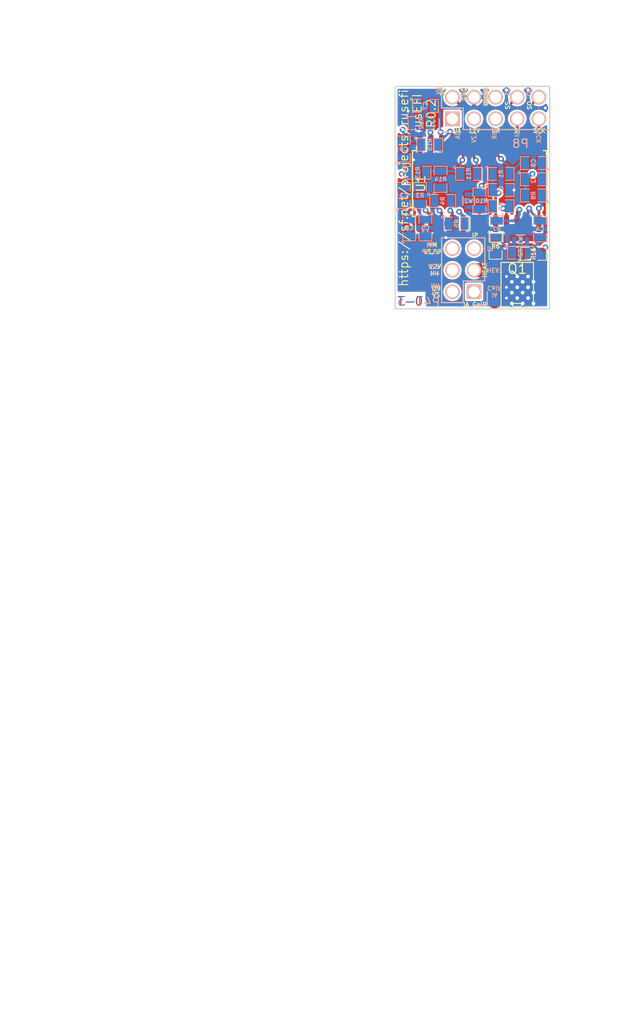
<source format=kicad_pcb>
(kicad_pcb (version 4) (host pcbnew 4.0.1-stable)

  (general
    (links 71)
    (no_connects 0)
    (area 64.960502 99.06 139.700001 218.8464)
    (thickness 1.6)
    (drawings 45)
    (tracks 292)
    (zones 0)
    (modules 31)
    (nets 32)
  )

  (page B)
  (title_block
    (title "CJ125 Wide O2 ")
    (date 2016-07-23)
    (rev R.02)
    (company http://rusefi.com/)
  )

  (layers
    (0 F.Cu signal)
    (1 PWR power)
    (2 GND power)
    (31 B.Cu signal)
    (32 B.Adhes user)
    (33 F.Adhes user)
    (34 B.Paste user)
    (35 F.Paste user)
    (36 B.SilkS user)
    (37 F.SilkS user)
    (38 B.Mask user)
    (39 F.Mask user)
    (40 Dwgs.User user)
    (41 Cmts.User user)
    (42 Eco1.User user)
    (43 Eco2.User user)
    (44 Edge.Cuts user)
  )

  (setup
    (last_trace_width 0.1524)
    (user_trace_width 0.1524)
    (user_trace_width 0.2159)
    (user_trace_width 0.3048)
    (user_trace_width 1.0668)
    (user_trace_width 1.651)
    (user_trace_width 2.7178)
    (trace_clearance 0.1524)
    (zone_clearance 0.2286)
    (zone_45_only no)
    (trace_min 0.1524)
    (segment_width 0.127)
    (edge_width 0.127)
    (via_size 0.6858)
    (via_drill 0.3302)
    (via_min_size 0)
    (via_min_drill 0.3302)
    (user_via 0.6858 0.3302)
    (user_via 0.78994 0.43434)
    (user_via 1.54178 1.18618)
    (uvia_size 0.508)
    (uvia_drill 0.127)
    (uvias_allowed no)
    (uvia_min_size 0.508)
    (uvia_min_drill 0.127)
    (pcb_text_width 0.127)
    (pcb_text_size 1.016 1.016)
    (mod_edge_width 0.254)
    (mod_text_size 0.508 0.508)
    (mod_text_width 0.127)
    (pad_size 1.99898 1.99898)
    (pad_drill 1.00076)
    (pad_to_mask_clearance 0.2)
    (aux_axis_origin 107.95 203.2)
    (visible_elements 7FFFF67F)
    (pcbplotparams
      (layerselection 0x010fc_80000007)
      (usegerberextensions true)
      (excludeedgelayer true)
      (linewidth 0.100000)
      (plotframeref false)
      (viasonmask false)
      (mode 1)
      (useauxorigin false)
      (hpglpennumber 1)
      (hpglpenspeed 20)
      (hpglpendiameter 15)
      (hpglpenoverlay 2)
      (psnegative false)
      (psa4output false)
      (plotreference true)
      (plotvalue true)
      (plotinvisibletext false)
      (padsonsilk false)
      (subtractmaskfromsilk false)
      (outputformat 1)
      (mirror false)
      (drillshape 0)
      (scaleselection 1)
      (outputdirectory C:/Users/Vista_64_D630/Desktop/Jared/code/Hardware/trunk/rusefi.com/CJ125_board/gerber))
  )

  (net 0 "")
  (net 1 GND)
  (net 2 /RST)
  (net 3 /CJ125_UR)
  (net 4 /UN)
  (net 5 "Net-(C4-Pad1)")
  (net 6 /CM)
  (net 7 /WO2-12V)
  (net 8 /CF)
  (net 9 /CJ125_5v)
  (net 10 /CJ125_UA)
  (net 11 /CJ125_IP)
  (net 12 /CJ125_HEATER)
  (net 13 /CJ125_IA)
  (net 14 /CJ125_VM)
  (net 15 /CJ125_UN)
  (net 16 /CJ125_SS)
  (net 17 /CJ125_SI)
  (net 18 /CJ125_SO)
  (net 19 /CJ125_SCK)
  (net 20 "Net-(R2-Pad1)")
  (net 21 /OSZ)
  (net 22 /DIAHD)
  (net 23 /RM)
  (net 24 /UR)
  (net 25 "Net-(R10-Pad2)")
  (net 26 /RS)
  (net 27 /UP)
  (net 28 /US)
  (net 29 /RF)
  (net 30 /UA)
  (net 31 /DIAHG)

  (net_class Default ""
    (clearance 0.1524)
    (trace_width 0.1524)
    (via_dia 0.6858)
    (via_drill 0.3302)
    (uvia_dia 0.508)
    (uvia_drill 0.127)
    (add_net /DIAHG)
  )

  (net_class "1A external" ""
    (clearance 0.2159)
    (trace_width 0.3048)
    (via_dia 0.6858)
    (via_drill 0.3302)
    (uvia_dia 0.508)
    (uvia_drill 0.127)
    (add_net /CF)
    (add_net /CJ125_5v)
    (add_net /CJ125_HEATER)
    (add_net /CJ125_IA)
    (add_net /CJ125_IP)
    (add_net /CJ125_SCK)
    (add_net /CJ125_SI)
    (add_net /CJ125_SO)
    (add_net /CJ125_SS)
    (add_net /CJ125_UA)
    (add_net /CJ125_UN)
    (add_net /CJ125_UR)
    (add_net /CJ125_VM)
    (add_net /CM)
    (add_net /DIAHD)
    (add_net /OSZ)
    (add_net /RF)
    (add_net /RM)
    (add_net /RS)
    (add_net /RST)
    (add_net /UA)
    (add_net /UN)
    (add_net /UP)
    (add_net /UR)
    (add_net /US)
    (add_net GND)
    (add_net "Net-(C4-Pad1)")
    (add_net "Net-(R10-Pad2)")
    (add_net "Net-(R2-Pad1)")
  )

  (net_class "2.5A external" ""
    (clearance 0.2159)
    (trace_width 1.0668)
    (via_dia 0.6858)
    (via_drill 0.3302)
    (uvia_dia 0.508)
    (uvia_drill 0.127)
    (add_net /WO2-12V)
  )

  (net_class "3.5A external" ""
    (clearance 0.2159)
    (trace_width 1.651)
    (via_dia 1.0922)
    (via_drill 0.6858)
    (uvia_dia 0.508)
    (uvia_drill 0.127)
  )

  (net_class "5A external" ""
    (clearance 0.2159)
    (trace_width 2.7178)
    (via_dia 1.54178)
    (via_drill 1.18618)
    (uvia_dia 0.508)
    (uvia_drill 0.127)
  )

  (net_class min2_extern_.188A ""
    (clearance 0.1524)
    (trace_width 0.1524)
    (via_dia 0.6858)
    (via_drill 0.3302)
    (uvia_dia 0.508)
    (uvia_drill 0.127)
  )

  (net_class min_extern_.241A ""
    (clearance 0.2159)
    (trace_width 0.2159)
    (via_dia 0.6858)
    (via_drill 0.3302)
    (uvia_dia 0.508)
    (uvia_drill 0.127)
  )

  (module SOIC-24_7.5x15.4mm_Pitch1.27mm (layer F.Cu) (tedit 57942A5D) (tstamp 57942487)
    (at 121.285 120.65 90)
    (descr "24-Lead Plastic Small Outline (SO) - Wide, 7.50 mm Body [SOIC] (see Microchip Packaging Specification 00000049BS.pdf)")
    (tags "SOIC 1.27")
    (path /4E39E9B7)
    (attr smd)
    (fp_text reference U1 (at 0 -6.8834 90) (layer F.SilkS)
      (effects (font (size 1 1) (thickness 0.15)))
    )
    (fp_text value CJ125 (at 1.27 3.302 180) (layer F.Fab)
      (effects (font (size 1 1) (thickness 0.15)))
    )
    (fp_line (start -5.95 -8.05) (end -5.95 8.05) (layer F.CrtYd) (width 0.05))
    (fp_line (start 5.95 -8.05) (end 5.95 8.05) (layer F.CrtYd) (width 0.05))
    (fp_line (start -5.95 -8.05) (end 5.95 -8.05) (layer F.CrtYd) (width 0.05))
    (fp_line (start -5.95 8.05) (end 5.95 8.05) (layer F.CrtYd) (width 0.05))
    (fp_line (start -3.875 -7.875) (end -3.875 -7.51) (layer F.SilkS) (width 0.15))
    (fp_line (start 3.875 -7.875) (end 3.875 -7.51) (layer F.SilkS) (width 0.15))
    (fp_line (start 3.875 7.875) (end 3.875 7.51) (layer F.SilkS) (width 0.15))
    (fp_line (start -3.875 7.875) (end -3.875 7.51) (layer F.SilkS) (width 0.15))
    (fp_line (start -3.875 -7.875) (end 3.875 -7.875) (layer F.SilkS) (width 0.15))
    (fp_line (start -3.875 7.875) (end 3.875 7.875) (layer F.SilkS) (width 0.15))
    (fp_line (start -3.875 -7.51) (end -5.7 -7.51) (layer F.SilkS) (width 0.15))
    (pad 1 smd rect (at -4.7 -6.985 90) (size 2 0.6) (layers F.Cu F.Paste F.Mask)
      (net 7 /WO2-12V))
    (pad 2 smd rect (at -4.7 -5.715 90) (size 2 0.6) (layers F.Cu F.Paste F.Mask)
      (net 4 /UN))
    (pad 3 smd rect (at -4.7 -4.445 90) (size 2 0.6) (layers F.Cu F.Paste F.Mask)
      (net 11 /CJ125_IP))
    (pad 4 smd rect (at -4.7 -3.175 90) (size 2 0.6) (layers F.Cu F.Paste F.Mask)
      (net 13 /CJ125_IA))
    (pad 5 smd rect (at -4.7 -1.905 90) (size 2 0.6) (layers F.Cu F.Paste F.Mask)
      (net 21 /OSZ))
    (pad 6 smd rect (at -4.7 -0.635 90) (size 2 0.6) (layers F.Cu F.Paste F.Mask)
      (net 31 /DIAHG))
    (pad 7 smd rect (at -4.7 0.635 90) (size 2 0.6) (layers F.Cu F.Paste F.Mask)
      (net 22 /DIAHD))
    (pad 8 smd rect (at -4.7 1.905 90) (size 2 0.6) (layers F.Cu F.Paste F.Mask)
      (net 2 /RST))
    (pad 9 smd rect (at -4.7 3.175 90) (size 2 0.6) (layers F.Cu F.Paste F.Mask)
      (net 26 /RS))
    (pad 10 smd rect (at -4.7 4.445 90) (size 2 0.6) (layers F.Cu F.Paste F.Mask)
      (net 23 /RM))
    (pad 11 smd rect (at -4.7 5.715 90) (size 2 0.6) (layers F.Cu F.Paste F.Mask)
      (net 6 /CM))
    (pad 12 smd rect (at -4.7 6.985 90) (size 2 0.6) (layers F.Cu F.Paste F.Mask)
      (net 24 /UR))
    (pad 13 smd rect (at 4.7 6.985 90) (size 2 0.6) (layers F.Cu F.Paste F.Mask)
      (net 19 /CJ125_SCK))
    (pad 14 smd rect (at 4.7 5.715 90) (size 2 0.6) (layers F.Cu F.Paste F.Mask)
      (net 18 /CJ125_SO))
    (pad 15 smd rect (at 4.7 4.445 90) (size 2 0.6) (layers F.Cu F.Paste F.Mask)
      (net 17 /CJ125_SI))
    (pad 16 smd rect (at 4.7 3.175 90) (size 2 0.6) (layers F.Cu F.Paste F.Mask)
      (net 16 /CJ125_SS))
    (pad 17 smd rect (at 4.7 1.905 90) (size 2 0.6) (layers F.Cu F.Paste F.Mask)
      (net 9 /CJ125_5v))
    (pad 18 smd rect (at 4.7 0.635 90) (size 2 0.6) (layers F.Cu F.Paste F.Mask)
      (net 14 /CJ125_VM))
    (pad 19 smd rect (at 4.7 -0.635 90) (size 2 0.6) (layers F.Cu F.Paste F.Mask)
      (net 28 /US))
    (pad 20 smd rect (at 4.7 -1.905 90) (size 2 0.6) (layers F.Cu F.Paste F.Mask)
      (net 27 /UP))
    (pad 21 smd rect (at 4.7 -3.175 90) (size 2 0.6) (layers F.Cu F.Paste F.Mask)
      (net 30 /UA))
    (pad 22 smd rect (at 4.7 -4.445 90) (size 2 0.6) (layers F.Cu F.Paste F.Mask)
      (net 8 /CF))
    (pad 23 smd rect (at 4.7 -5.715 90) (size 2 0.6) (layers F.Cu F.Paste F.Mask)
      (net 29 /RF))
    (pad 24 smd rect (at 4.7 -6.985 90) (size 2 0.6) (layers F.Cu F.Paste F.Mask)
      (net 1 GND))
    (model Housings_SOIC.3dshapes/SOIC-24_7.5x15.4mm_Pitch1.27mm.wrl
      (at (xyz 0 0 0))
      (scale (xyz 1 1 1))
      (rotate (xyz 0 0 0))
    )
  )

  (module Socket_Strips:Socket_Strip_Straight_2x05 (layer B.Cu) (tedit 577CCDD0) (tstamp 57781E7D)
    (at 118.11 113.03)
    (descr "Through hole socket strip")
    (tags "socket strip")
    (path /5779EC14)
    (fp_text reference P8 (at 8.001 2.921) (layer B.SilkS)
      (effects (font (size 1 1) (thickness 0.15)) (justify mirror))
    )
    (fp_text value CONN_02X05 (at 0 3.1) (layer B.Fab) hide
      (effects (font (size 1 1) (thickness 0.15)) (justify mirror))
    )
    (fp_line (start -1.75 1.75) (end -1.75 -4.3) (layer B.CrtYd) (width 0.05))
    (fp_line (start 11.95 1.75) (end 11.95 -4.3) (layer B.CrtYd) (width 0.05))
    (fp_line (start -1.75 1.75) (end 11.95 1.75) (layer B.CrtYd) (width 0.05))
    (fp_line (start -1.75 -4.3) (end 11.95 -4.3) (layer B.CrtYd) (width 0.05))
    (fp_line (start -1.27 -3.81) (end 11.43 -3.81) (layer B.SilkS) (width 0.15))
    (fp_line (start 11.43 -3.81) (end 11.43 1.27) (layer B.SilkS) (width 0.15))
    (fp_line (start 11.43 1.27) (end 1.27 1.27) (layer B.SilkS) (width 0.15))
    (fp_line (start -1.27 -3.81) (end -1.27 -1.27) (layer B.SilkS) (width 0.15))
    (fp_line (start 0 1.55) (end -1.55 1.55) (layer B.SilkS) (width 0.15))
    (fp_line (start -1.27 -1.27) (end 1.27 -1.27) (layer B.SilkS) (width 0.15))
    (fp_line (start 1.27 -1.27) (end 1.27 1.27) (layer B.SilkS) (width 0.15))
    (fp_line (start -1.55 1.55) (end -1.55 0) (layer B.SilkS) (width 0.15))
    (pad 1 thru_hole rect (at 0 0) (size 1.7272 1.7272) (drill 1.3208) (layers *.Cu *.Mask B.SilkS)
      (net 10 /CJ125_UA))
    (pad 2 thru_hole oval (at 0 -2.54) (size 1.7272 1.7272) (drill 1.3208) (layers *.Cu *.Mask B.SilkS)
      (net 9 /CJ125_5v))
    (pad 3 thru_hole oval (at 2.54 0) (size 1.7272 1.7272) (drill 1.3208) (layers *.Cu *.Mask B.SilkS)
      (net 7 /WO2-12V))
    (pad 4 thru_hole oval (at 2.54 -2.54) (size 1.7272 1.7272) (drill 1.3208) (layers *.Cu *.Mask B.SilkS)
      (net 1 GND))
    (pad 5 thru_hole oval (at 5.08 0) (size 1.7272 1.7272) (drill 1.3208) (layers *.Cu *.Mask B.SilkS)
      (net 3 /CJ125_UR))
    (pad 6 thru_hole oval (at 5.08 -2.54) (size 1.7272 1.7272) (drill 1.3208) (layers *.Cu *.Mask B.SilkS)
      (net 31 /DIAHG))
    (pad 7 thru_hole oval (at 7.62 0) (size 1.7272 1.7272) (drill 1.3208) (layers *.Cu *.Mask B.SilkS)
      (net 17 /CJ125_SI))
    (pad 8 thru_hole oval (at 7.62 -2.54) (size 1.7272 1.7272) (drill 1.3208) (layers *.Cu *.Mask B.SilkS)
      (net 16 /CJ125_SS))
    (pad 9 thru_hole oval (at 10.16 0) (size 1.7272 1.7272) (drill 1.3208) (layers *.Cu *.Mask B.SilkS)
      (net 19 /CJ125_SCK))
    (pad 10 thru_hole oval (at 10.16 -2.54) (size 1.7272 1.7272) (drill 1.3208) (layers *.Cu *.Mask B.SilkS)
      (net 18 /CJ125_SO))
    (model Socket_Strips.3dshapes/Socket_Strip_Straight_2x05.wrl
      (at (xyz 0.2 -0.05 0))
      (scale (xyz 1 1 1))
      (rotate (xyz 0 0 180))
    )
  )

  (module Socket_Strips:Socket_Strip_Straight_2x03 (layer B.Cu) (tedit 577CCF0D) (tstamp 57781E48)
    (at 120.65 133.3754 90)
    (descr "Through hole socket strip")
    (tags "socket strip")
    (path /5777931C)
    (fp_text reference P4 (at -1.2446 -4.953 360) (layer B.SilkS)
      (effects (font (size 1 1) (thickness 0.15)) (justify mirror))
    )
    (fp_text value CONN_02X03 (at 0 3.1 90) (layer B.Fab) hide
      (effects (font (size 1 1) (thickness 0.15)) (justify mirror))
    )
    (fp_line (start 6.35 1.27) (end 1.27 1.27) (layer B.SilkS) (width 0.15))
    (fp_line (start -1.55 1.55) (end 0 1.55) (layer B.SilkS) (width 0.15))
    (fp_line (start -1.75 1.75) (end -1.75 -4.3) (layer B.CrtYd) (width 0.05))
    (fp_line (start 6.85 1.75) (end 6.85 -4.3) (layer B.CrtYd) (width 0.05))
    (fp_line (start -1.75 1.75) (end 6.85 1.75) (layer B.CrtYd) (width 0.05))
    (fp_line (start -1.75 -4.3) (end 6.85 -4.3) (layer B.CrtYd) (width 0.05))
    (fp_line (start -1.27 -1.27) (end 1.27 -1.27) (layer B.SilkS) (width 0.15))
    (fp_line (start 1.27 -1.27) (end 1.27 1.27) (layer B.SilkS) (width 0.15))
    (fp_line (start 6.35 1.27) (end 6.35 -3.81) (layer B.SilkS) (width 0.15))
    (fp_line (start 6.35 -3.81) (end 1.27 -3.81) (layer B.SilkS) (width 0.15))
    (fp_line (start -1.55 1.55) (end -1.55 0) (layer B.SilkS) (width 0.15))
    (fp_line (start -1.27 -3.81) (end -1.27 -1.27) (layer B.SilkS) (width 0.15))
    (fp_line (start 1.27 -3.81) (end -1.27 -3.81) (layer B.SilkS) (width 0.15))
    (pad 1 thru_hole rect (at 0 0 90) (size 1.7272 1.7272) (drill 1.3208) (layers *.Cu *.Mask B.SilkS)
      (net 13 /CJ125_IA))
    (pad 2 thru_hole oval (at 0 -2.54 90) (size 1.7272 1.7272) (drill 1.3208) (layers *.Cu *.Mask B.SilkS)
      (net 15 /CJ125_UN))
    (pad 3 thru_hole oval (at 2.54 0 90) (size 1.7272 1.7272) (drill 1.3208) (layers *.Cu *.Mask B.SilkS)
      (net 12 /CJ125_HEATER))
    (pad 4 thru_hole oval (at 2.54 -2.54 90) (size 1.7272 1.7272) (drill 1.3208) (layers *.Cu *.Mask B.SilkS)
      (net 7 /WO2-12V))
    (pad 5 thru_hole oval (at 5.08 0 90) (size 1.7272 1.7272) (drill 1.3208) (layers *.Cu *.Mask B.SilkS)
      (net 11 /CJ125_IP))
    (pad 6 thru_hole oval (at 5.08 -2.54 90) (size 1.7272 1.7272) (drill 1.3208) (layers *.Cu *.Mask B.SilkS)
      (net 14 /CJ125_VM))
    (model Socket_Strips.3dshapes/Socket_Strip_Straight_2x03.wrl
      (at (xyz 0.1 -0.05 0))
      (scale (xyz 1 1 1))
      (rotate (xyz 0 0 180))
    )
  )

  (module SM0805 placed (layer B.Cu) (tedit 56D4E0BE) (tstamp 57781DAE)
    (at 123.825 121.412)
    (path /4E39E9C7)
    (attr smd)
    (fp_text reference C1 (at 0 0 270) (layer B.SilkS)
      (effects (font (size 0.50038 0.50038) (thickness 0.10922)) (justify mirror))
    )
    (fp_text value 1000pF (at 0 0 270) (layer B.SilkS) hide
      (effects (font (size 0.50038 0.50038) (thickness 0.10922)) (justify mirror))
    )
    (fp_circle (center -1.651 -0.762) (end -1.651 -0.635) (layer B.SilkS) (width 0.09906))
    (fp_line (start -0.508 -0.762) (end -1.524 -0.762) (layer B.SilkS) (width 0.09906))
    (fp_line (start -1.524 -0.762) (end -1.524 0.762) (layer B.SilkS) (width 0.09906))
    (fp_line (start -1.524 0.762) (end -0.508 0.762) (layer B.SilkS) (width 0.09906))
    (fp_line (start 0.508 0.762) (end 1.524 0.762) (layer B.SilkS) (width 0.09906))
    (fp_line (start 1.524 0.762) (end 1.524 -0.762) (layer B.SilkS) (width 0.09906))
    (fp_line (start 1.524 -0.762) (end 0.508 -0.762) (layer B.SilkS) (width 0.09906))
    (pad 1 smd rect (at -0.9525 0) (size 0.889 1.397) (layers B.Cu B.Paste B.Mask)
      (net 2 /RST))
    (pad 2 smd rect (at 0.9525 0) (size 0.889 1.397) (layers B.Cu B.Paste B.Mask)
      (net 1 GND))
    (model smd/chip_cms.wrl
      (at (xyz 0 0 0))
      (scale (xyz 0.1 0.1 0.1))
      (rotate (xyz 0 0 0))
    )
  )

  (module SM0805 placed (layer B.Cu) (tedit 56D4E0BE) (tstamp 57781DBB)
    (at 127.635 120.142)
    (path /4E39E9CA)
    (attr smd)
    (fp_text reference C2 (at 0 0 270) (layer B.SilkS)
      (effects (font (size 0.50038 0.50038) (thickness 0.10922)) (justify mirror))
    )
    (fp_text value 0.033uF (at 0 0 270) (layer B.SilkS) hide
      (effects (font (size 0.50038 0.50038) (thickness 0.10922)) (justify mirror))
    )
    (fp_circle (center -1.651 -0.762) (end -1.651 -0.635) (layer B.SilkS) (width 0.09906))
    (fp_line (start -0.508 -0.762) (end -1.524 -0.762) (layer B.SilkS) (width 0.09906))
    (fp_line (start -1.524 -0.762) (end -1.524 0.762) (layer B.SilkS) (width 0.09906))
    (fp_line (start -1.524 0.762) (end -0.508 0.762) (layer B.SilkS) (width 0.09906))
    (fp_line (start 0.508 0.762) (end 1.524 0.762) (layer B.SilkS) (width 0.09906))
    (fp_line (start 1.524 0.762) (end 1.524 -0.762) (layer B.SilkS) (width 0.09906))
    (fp_line (start 1.524 -0.762) (end 0.508 -0.762) (layer B.SilkS) (width 0.09906))
    (pad 1 smd rect (at -0.9525 0) (size 0.889 1.397) (layers B.Cu B.Paste B.Mask)
      (net 3 /CJ125_UR))
    (pad 2 smd rect (at 0.9525 0) (size 0.889 1.397) (layers B.Cu B.Paste B.Mask)
      (net 1 GND))
    (model smd/chip_cms.wrl
      (at (xyz 0 0 0))
      (scale (xyz 0.1 0.1 0.1))
      (rotate (xyz 0 0 0))
    )
  )

  (module SM0805 placed (layer B.Cu) (tedit 56D4E0BE) (tstamp 57781DC8)
    (at 112.395 122.047 90)
    (path /577227C9)
    (attr smd)
    (fp_text reference C3 (at 0 0 360) (layer B.SilkS)
      (effects (font (size 0.50038 0.50038) (thickness 0.10922)) (justify mirror))
    )
    (fp_text value 0.1uF (at 0 0 360) (layer B.SilkS) hide
      (effects (font (size 0.50038 0.50038) (thickness 0.10922)) (justify mirror))
    )
    (fp_circle (center -1.651 -0.762) (end -1.651 -0.635) (layer B.SilkS) (width 0.09906))
    (fp_line (start -0.508 -0.762) (end -1.524 -0.762) (layer B.SilkS) (width 0.09906))
    (fp_line (start -1.524 -0.762) (end -1.524 0.762) (layer B.SilkS) (width 0.09906))
    (fp_line (start -1.524 0.762) (end -0.508 0.762) (layer B.SilkS) (width 0.09906))
    (fp_line (start 0.508 0.762) (end 1.524 0.762) (layer B.SilkS) (width 0.09906))
    (fp_line (start 1.524 0.762) (end 1.524 -0.762) (layer B.SilkS) (width 0.09906))
    (fp_line (start 1.524 -0.762) (end 0.508 -0.762) (layer B.SilkS) (width 0.09906))
    (pad 1 smd rect (at -0.9525 0 90) (size 0.889 1.397) (layers B.Cu B.Paste B.Mask)
      (net 4 /UN))
    (pad 2 smd rect (at 0.9525 0 90) (size 0.889 1.397) (layers B.Cu B.Paste B.Mask)
      (net 1 GND))
    (model smd/chip_cms.wrl
      (at (xyz 0 0 0))
      (scale (xyz 0.1 0.1 0.1))
      (rotate (xyz 0 0 0))
    )
  )

  (module SM0805 placed (layer B.Cu) (tedit 56D4E0BE) (tstamp 57781DD5)
    (at 128.397 125.984 90)
    (path /4E39E9C2)
    (attr smd)
    (fp_text reference C4 (at 0 0 360) (layer B.SilkS)
      (effects (font (size 0.50038 0.50038) (thickness 0.10922)) (justify mirror))
    )
    (fp_text value 0.1uF (at 0 0 360) (layer B.SilkS) hide
      (effects (font (size 0.50038 0.50038) (thickness 0.10922)) (justify mirror))
    )
    (fp_circle (center -1.651 -0.762) (end -1.651 -0.635) (layer B.SilkS) (width 0.09906))
    (fp_line (start -0.508 -0.762) (end -1.524 -0.762) (layer B.SilkS) (width 0.09906))
    (fp_line (start -1.524 -0.762) (end -1.524 0.762) (layer B.SilkS) (width 0.09906))
    (fp_line (start -1.524 0.762) (end -0.508 0.762) (layer B.SilkS) (width 0.09906))
    (fp_line (start 0.508 0.762) (end 1.524 0.762) (layer B.SilkS) (width 0.09906))
    (fp_line (start 1.524 0.762) (end 1.524 -0.762) (layer B.SilkS) (width 0.09906))
    (fp_line (start 1.524 -0.762) (end 0.508 -0.762) (layer B.SilkS) (width 0.09906))
    (pad 1 smd rect (at -0.9525 0 90) (size 0.889 1.397) (layers B.Cu B.Paste B.Mask)
      (net 5 "Net-(C4-Pad1)"))
    (pad 2 smd rect (at 0.9525 0 90) (size 0.889 1.397) (layers B.Cu B.Paste B.Mask)
      (net 6 /CM))
    (model smd/chip_cms.wrl
      (at (xyz 0 0 0))
      (scale (xyz 0.1 0.1 0.1))
      (rotate (xyz 0 0 0))
    )
  )

  (module SM0805 placed (layer B.Cu) (tedit 56D4E0BE) (tstamp 57781DE2)
    (at 114.935 125.857 270)
    (path /4E39E9C5)
    (attr smd)
    (fp_text reference C5 (at 0 0 540) (layer B.SilkS)
      (effects (font (size 0.50038 0.50038) (thickness 0.10922)) (justify mirror))
    )
    (fp_text value 220pf (at 0 0 540) (layer B.SilkS) hide
      (effects (font (size 0.50038 0.50038) (thickness 0.10922)) (justify mirror))
    )
    (fp_circle (center -1.651 -0.762) (end -1.651 -0.635) (layer B.SilkS) (width 0.09906))
    (fp_line (start -0.508 -0.762) (end -1.524 -0.762) (layer B.SilkS) (width 0.09906))
    (fp_line (start -1.524 -0.762) (end -1.524 0.762) (layer B.SilkS) (width 0.09906))
    (fp_line (start -1.524 0.762) (end -0.508 0.762) (layer B.SilkS) (width 0.09906))
    (fp_line (start 0.508 0.762) (end 1.524 0.762) (layer B.SilkS) (width 0.09906))
    (fp_line (start 1.524 0.762) (end 1.524 -0.762) (layer B.SilkS) (width 0.09906))
    (fp_line (start 1.524 -0.762) (end 0.508 -0.762) (layer B.SilkS) (width 0.09906))
    (pad 1 smd rect (at -0.9525 0 270) (size 0.889 1.397) (layers B.Cu B.Paste B.Mask)
      (net 4 /UN))
    (pad 2 smd rect (at 0.9525 0 270) (size 0.889 1.397) (layers B.Cu B.Paste B.Mask)
      (net 1 GND))
    (model smd/chip_cms.wrl
      (at (xyz 0 0 0))
      (scale (xyz 0.1 0.1 0.1))
      (rotate (xyz 0 0 0))
    )
  )

  (module SM0805 placed (layer B.Cu) (tedit 56D4E0BE) (tstamp 57781DEF)
    (at 113.03 125.857 90)
    (path /4E39E9CF)
    (attr smd)
    (fp_text reference C6 (at 0 0 360) (layer B.SilkS)
      (effects (font (size 0.50038 0.50038) (thickness 0.10922)) (justify mirror))
    )
    (fp_text value 0.033uF (at 0 0 360) (layer B.SilkS) hide
      (effects (font (size 0.50038 0.50038) (thickness 0.10922)) (justify mirror))
    )
    (fp_circle (center -1.651 -0.762) (end -1.651 -0.635) (layer B.SilkS) (width 0.09906))
    (fp_line (start -0.508 -0.762) (end -1.524 -0.762) (layer B.SilkS) (width 0.09906))
    (fp_line (start -1.524 -0.762) (end -1.524 0.762) (layer B.SilkS) (width 0.09906))
    (fp_line (start -1.524 0.762) (end -0.508 0.762) (layer B.SilkS) (width 0.09906))
    (fp_line (start 0.508 0.762) (end 1.524 0.762) (layer B.SilkS) (width 0.09906))
    (fp_line (start 1.524 0.762) (end 1.524 -0.762) (layer B.SilkS) (width 0.09906))
    (fp_line (start 1.524 -0.762) (end 0.508 -0.762) (layer B.SilkS) (width 0.09906))
    (pad 1 smd rect (at -0.9525 0 90) (size 0.889 1.397) (layers B.Cu B.Paste B.Mask)
      (net 1 GND))
    (pad 2 smd rect (at 0.9525 0 90) (size 0.889 1.397) (layers B.Cu B.Paste B.Mask)
      (net 7 /WO2-12V))
    (model smd/chip_cms.wrl
      (at (xyz 0 0 0))
      (scale (xyz 0.1 0.1 0.1))
      (rotate (xyz 0 0 0))
    )
  )

  (module SM0805 placed (layer B.Cu) (tedit 56D4E0BE) (tstamp 57781DFC)
    (at 114.935 111.506)
    (path /4E39E9D3)
    (attr smd)
    (fp_text reference C7 (at 0 0 270) (layer B.SilkS)
      (effects (font (size 0.50038 0.50038) (thickness 0.10922)) (justify mirror))
    )
    (fp_text value 0.1uF (at 0 0 270) (layer B.SilkS) hide
      (effects (font (size 0.50038 0.50038) (thickness 0.10922)) (justify mirror))
    )
    (fp_circle (center -1.651 -0.762) (end -1.651 -0.635) (layer B.SilkS) (width 0.09906))
    (fp_line (start -0.508 -0.762) (end -1.524 -0.762) (layer B.SilkS) (width 0.09906))
    (fp_line (start -1.524 -0.762) (end -1.524 0.762) (layer B.SilkS) (width 0.09906))
    (fp_line (start -1.524 0.762) (end -0.508 0.762) (layer B.SilkS) (width 0.09906))
    (fp_line (start 0.508 0.762) (end 1.524 0.762) (layer B.SilkS) (width 0.09906))
    (fp_line (start 1.524 0.762) (end 1.524 -0.762) (layer B.SilkS) (width 0.09906))
    (fp_line (start 1.524 -0.762) (end 0.508 -0.762) (layer B.SilkS) (width 0.09906))
    (pad 1 smd rect (at -0.9525 0) (size 0.889 1.397) (layers B.Cu B.Paste B.Mask)
      (net 1 GND))
    (pad 2 smd rect (at 0.9525 0) (size 0.889 1.397) (layers B.Cu B.Paste B.Mask)
      (net 8 /CF))
    (model smd/chip_cms.wrl
      (at (xyz 0 0 0))
      (scale (xyz 0.1 0.1 0.1))
      (rotate (xyz 0 0 0))
    )
  )

  (module SM0805 placed (layer B.Cu) (tedit 56D4E0BE) (tstamp 57781E09)
    (at 127.635 118.237 180)
    (path /4E39E9B9)
    (attr smd)
    (fp_text reference C8 (at 0 0 450) (layer B.SilkS)
      (effects (font (size 0.50038 0.50038) (thickness 0.10922)) (justify mirror))
    )
    (fp_text value 0.033uF (at 0 0 450) (layer B.SilkS) hide
      (effects (font (size 0.50038 0.50038) (thickness 0.10922)) (justify mirror))
    )
    (fp_circle (center -1.651 -0.762) (end -1.651 -0.635) (layer B.SilkS) (width 0.09906))
    (fp_line (start -0.508 -0.762) (end -1.524 -0.762) (layer B.SilkS) (width 0.09906))
    (fp_line (start -1.524 -0.762) (end -1.524 0.762) (layer B.SilkS) (width 0.09906))
    (fp_line (start -1.524 0.762) (end -0.508 0.762) (layer B.SilkS) (width 0.09906))
    (fp_line (start 0.508 0.762) (end 1.524 0.762) (layer B.SilkS) (width 0.09906))
    (fp_line (start 1.524 0.762) (end 1.524 -0.762) (layer B.SilkS) (width 0.09906))
    (fp_line (start 1.524 -0.762) (end 0.508 -0.762) (layer B.SilkS) (width 0.09906))
    (pad 1 smd rect (at -0.9525 0 180) (size 0.889 1.397) (layers B.Cu B.Paste B.Mask)
      (net 1 GND))
    (pad 2 smd rect (at 0.9525 0 180) (size 0.889 1.397) (layers B.Cu B.Paste B.Mask)
      (net 9 /CJ125_5v))
    (model smd/chip_cms.wrl
      (at (xyz 0 0 0))
      (scale (xyz 0.1 0.1 0.1))
      (rotate (xyz 0 0 0))
    )
  )

  (module SM0805 placed (layer B.Cu) (tedit 56D4E0BE) (tstamp 57781E16)
    (at 112.395 116.586 90)
    (path /4E39E9D0)
    (attr smd)
    (fp_text reference C9 (at 0 0 360) (layer B.SilkS)
      (effects (font (size 0.50038 0.50038) (thickness 0.10922)) (justify mirror))
    )
    (fp_text value 0.01uF (at 0 0 360) (layer B.SilkS) hide
      (effects (font (size 0.50038 0.50038) (thickness 0.10922)) (justify mirror))
    )
    (fp_circle (center -1.651 -0.762) (end -1.651 -0.635) (layer B.SilkS) (width 0.09906))
    (fp_line (start -0.508 -0.762) (end -1.524 -0.762) (layer B.SilkS) (width 0.09906))
    (fp_line (start -1.524 -0.762) (end -1.524 0.762) (layer B.SilkS) (width 0.09906))
    (fp_line (start -1.524 0.762) (end -0.508 0.762) (layer B.SilkS) (width 0.09906))
    (fp_line (start 0.508 0.762) (end 1.524 0.762) (layer B.SilkS) (width 0.09906))
    (fp_line (start 1.524 0.762) (end 1.524 -0.762) (layer B.SilkS) (width 0.09906))
    (fp_line (start 1.524 -0.762) (end 0.508 -0.762) (layer B.SilkS) (width 0.09906))
    (pad 1 smd rect (at -0.9525 0 90) (size 0.889 1.397) (layers B.Cu B.Paste B.Mask)
      (net 1 GND))
    (pad 2 smd rect (at 0.9525 0 90) (size 0.889 1.397) (layers B.Cu B.Paste B.Mask)
      (net 10 /CJ125_UA))
    (model smd/chip_cms.wrl
      (at (xyz 0 0 0))
      (scale (xyz 0.1 0.1 0.1))
      (rotate (xyz 0 0 0))
    )
  )

  (module SO8E_ST placed (layer F.Cu) (tedit 5778E338) (tstamp 57781E91)
    (at 125.73 132.588 90)
    (tags S08E)
    (path /577188B8)
    (attr smd)
    (fp_text reference Q1 (at 1.905 0 180) (layer F.SilkS)
      (effects (font (size 1.143 1.143) (thickness 0.1524)))
    )
    (fp_text value FDS2734 (at 0 1.016 90) (layer F.SilkS) hide
      (effects (font (size 0.508 0.508) (thickness 0.127)))
    )
    (fp_line (start -2.667 1.778) (end -2.667 1.905) (layer F.SilkS) (width 0.127))
    (fp_line (start -2.667 1.905) (end 2.667 1.905) (layer F.SilkS) (width 0.127))
    (fp_line (start 2.667 -1.905) (end -2.667 -1.905) (layer F.SilkS) (width 0.127))
    (fp_line (start -2.667 -1.905) (end -2.667 1.778) (layer F.SilkS) (width 0.127))
    (fp_line (start -2.667 -0.508) (end -2.159 -0.508) (layer F.SilkS) (width 0.127))
    (fp_line (start -2.159 -0.508) (end -2.159 0.508) (layer F.SilkS) (width 0.127))
    (fp_line (start -2.159 0.508) (end -2.667 0.508) (layer F.SilkS) (width 0.127))
    (fp_line (start 2.667 -1.905) (end 2.667 1.905) (layer F.SilkS) (width 0.127))
    (pad 2 smd rect (at -1.905 -2.667 90) (size 0.508 1.143) (layers F.Cu F.Paste F.Mask)
      (net 12 /CJ125_HEATER))
    (pad 3 smd rect (at -1.905 2.667 90) (size 0.508 1.143) (layers F.Cu F.Paste F.Mask)
      (net 1 GND))
    (pad 2 smd rect (at -0.635 -2.667 90) (size 0.508 1.143) (layers F.Cu F.Paste F.Mask)
      (net 12 /CJ125_HEATER))
    (pad 2 smd rect (at 0.635 -2.667 90) (size 0.508 1.143) (layers F.Cu F.Paste F.Mask)
      (net 12 /CJ125_HEATER))
    (pad 2 smd rect (at 1.905 -2.667 90) (size 0.508 1.143) (layers F.Cu F.Paste F.Mask)
      (net 12 /CJ125_HEATER))
    (pad 3 smd rect (at -0.635 2.667 90) (size 0.508 1.143) (layers F.Cu F.Paste F.Mask)
      (net 1 GND))
    (pad 3 smd rect (at 0.635 2.667 90) (size 0.508 1.143) (layers F.Cu F.Paste F.Mask)
      (net 1 GND))
    (pad 1 smd rect (at 1.905 2.667 90) (size 0.508 1.143) (layers F.Cu F.Paste F.Mask)
      (net 31 /DIAHG))
    (model smd/cms_so8.wrl
      (at (xyz 0 0 0))
      (scale (xyz 0.5 0.32 0.5))
      (rotate (xyz 0 0 0))
    )
  )

  (module SM0805 placed (layer B.Cu) (tedit 56D4E0BE) (tstamp 57781E9E)
    (at 123.825 119.507)
    (path /4E39E9C3)
    (attr smd)
    (fp_text reference R1 (at 0 0 270) (layer B.SilkS)
      (effects (font (size 0.50038 0.50038) (thickness 0.10922)) (justify mirror))
    )
    (fp_text value 10k (at 0 0 270) (layer B.SilkS) hide
      (effects (font (size 0.50038 0.50038) (thickness 0.10922)) (justify mirror))
    )
    (fp_circle (center -1.651 -0.762) (end -1.651 -0.635) (layer B.SilkS) (width 0.09906))
    (fp_line (start -0.508 -0.762) (end -1.524 -0.762) (layer B.SilkS) (width 0.09906))
    (fp_line (start -1.524 -0.762) (end -1.524 0.762) (layer B.SilkS) (width 0.09906))
    (fp_line (start -1.524 0.762) (end -0.508 0.762) (layer B.SilkS) (width 0.09906))
    (fp_line (start 0.508 0.762) (end 1.524 0.762) (layer B.SilkS) (width 0.09906))
    (fp_line (start 1.524 0.762) (end 1.524 -0.762) (layer B.SilkS) (width 0.09906))
    (fp_line (start 1.524 -0.762) (end 0.508 -0.762) (layer B.SilkS) (width 0.09906))
    (pad 1 smd rect (at -0.9525 0) (size 0.889 1.397) (layers B.Cu B.Paste B.Mask)
      (net 2 /RST))
    (pad 2 smd rect (at 0.9525 0) (size 0.889 1.397) (layers B.Cu B.Paste B.Mask)
      (net 9 /CJ125_5v))
    (model smd/chip_cms.wrl
      (at (xyz 0 0 0))
      (scale (xyz 0.1 0.1 0.1))
      (rotate (xyz 0 0 0))
    )
  )

  (module SM0805 placed (layer B.Cu) (tedit 56D4E0BE) (tstamp 57781EAB)
    (at 126.111 128.778)
    (path /5771DC73)
    (attr smd)
    (fp_text reference R2 (at 0 0 270) (layer B.SilkS)
      (effects (font (size 0.50038 0.50038) (thickness 0.10922)) (justify mirror))
    )
    (fp_text value 21k6 (at 0 0 270) (layer B.SilkS) hide
      (effects (font (size 0.50038 0.50038) (thickness 0.10922)) (justify mirror))
    )
    (fp_circle (center -1.651 -0.762) (end -1.651 -0.635) (layer B.SilkS) (width 0.09906))
    (fp_line (start -0.508 -0.762) (end -1.524 -0.762) (layer B.SilkS) (width 0.09906))
    (fp_line (start -1.524 -0.762) (end -1.524 0.762) (layer B.SilkS) (width 0.09906))
    (fp_line (start -1.524 0.762) (end -0.508 0.762) (layer B.SilkS) (width 0.09906))
    (fp_line (start 0.508 0.762) (end 1.524 0.762) (layer B.SilkS) (width 0.09906))
    (fp_line (start 1.524 0.762) (end 1.524 -0.762) (layer B.SilkS) (width 0.09906))
    (fp_line (start 1.524 -0.762) (end 0.508 -0.762) (layer B.SilkS) (width 0.09906))
    (pad 1 smd rect (at -0.9525 0) (size 0.889 1.397) (layers B.Cu B.Paste B.Mask)
      (net 20 "Net-(R2-Pad1)"))
    (pad 2 smd rect (at 0.9525 0) (size 0.889 1.397) (layers B.Cu B.Paste B.Mask)
      (net 5 "Net-(C4-Pad1)"))
    (model smd/chip_cms.wrl
      (at (xyz 0 0 0))
      (scale (xyz 0.1 0.1 0.1))
      (rotate (xyz 0 0 0))
    )
  )

  (module SM0805 placed (layer B.Cu) (tedit 56D4E0BE) (tstamp 57781EB8)
    (at 114.3 122.047 90)
    (path /57722197)
    (attr smd)
    (fp_text reference R3 (at 0 0 360) (layer B.SilkS)
      (effects (font (size 0.50038 0.50038) (thickness 0.10922)) (justify mirror))
    )
    (fp_text value 160 (at 0 0 360) (layer B.SilkS) hide
      (effects (font (size 0.50038 0.50038) (thickness 0.10922)) (justify mirror))
    )
    (fp_circle (center -1.651 -0.762) (end -1.651 -0.635) (layer B.SilkS) (width 0.09906))
    (fp_line (start -0.508 -0.762) (end -1.524 -0.762) (layer B.SilkS) (width 0.09906))
    (fp_line (start -1.524 -0.762) (end -1.524 0.762) (layer B.SilkS) (width 0.09906))
    (fp_line (start -1.524 0.762) (end -0.508 0.762) (layer B.SilkS) (width 0.09906))
    (fp_line (start 0.508 0.762) (end 1.524 0.762) (layer B.SilkS) (width 0.09906))
    (fp_line (start 1.524 0.762) (end 1.524 -0.762) (layer B.SilkS) (width 0.09906))
    (fp_line (start 1.524 -0.762) (end 0.508 -0.762) (layer B.SilkS) (width 0.09906))
    (pad 1 smd rect (at -0.9525 0 90) (size 0.889 1.397) (layers B.Cu B.Paste B.Mask)
      (net 4 /UN))
    (pad 2 smd rect (at 0.9525 0 90) (size 0.889 1.397) (layers B.Cu B.Paste B.Mask)
      (net 15 /CJ125_UN))
    (model smd/chip_cms.wrl
      (at (xyz 0 0 0))
      (scale (xyz 0.1 0.1 0.1))
      (rotate (xyz 0 0 0))
    )
  )

  (module SM0805 placed (layer B.Cu) (tedit 56D4E0BE) (tstamp 57781EC5)
    (at 116.967 122.682)
    (path /4E39E9CC)
    (attr smd)
    (fp_text reference R4 (at 0 0 270) (layer B.SilkS)
      (effects (font (size 0.50038 0.50038) (thickness 0.10922)) (justify mirror))
    )
    (fp_text value 61.9 (at 0 0 270) (layer B.SilkS) hide
      (effects (font (size 0.50038 0.50038) (thickness 0.10922)) (justify mirror))
    )
    (fp_circle (center -1.651 -0.762) (end -1.651 -0.635) (layer B.SilkS) (width 0.09906))
    (fp_line (start -0.508 -0.762) (end -1.524 -0.762) (layer B.SilkS) (width 0.09906))
    (fp_line (start -1.524 -0.762) (end -1.524 0.762) (layer B.SilkS) (width 0.09906))
    (fp_line (start -1.524 0.762) (end -0.508 0.762) (layer B.SilkS) (width 0.09906))
    (fp_line (start 0.508 0.762) (end 1.524 0.762) (layer B.SilkS) (width 0.09906))
    (fp_line (start 1.524 0.762) (end 1.524 -0.762) (layer B.SilkS) (width 0.09906))
    (fp_line (start 1.524 -0.762) (end 0.508 -0.762) (layer B.SilkS) (width 0.09906))
    (pad 1 smd rect (at -0.9525 0) (size 0.889 1.397) (layers B.Cu B.Paste B.Mask)
      (net 11 /CJ125_IP))
    (pad 2 smd rect (at 0.9525 0) (size 0.889 1.397) (layers B.Cu B.Paste B.Mask)
      (net 13 /CJ125_IA))
    (model smd/chip_cms.wrl
      (at (xyz 0 0 0))
      (scale (xyz 0.1 0.1 0.1))
      (rotate (xyz 0 0 0))
    )
  )

  (module SM0805 placed (layer B.Cu) (tedit 56D4E0BE) (tstamp 57781ED2)
    (at 118.618 125.349)
    (path /4E39E9CB)
    (attr smd)
    (fp_text reference R5 (at 0 0 270) (layer B.SilkS)
      (effects (font (size 0.50038 0.50038) (thickness 0.10922)) (justify mirror))
    )
    (fp_text value 10k (at 0 0 270) (layer B.SilkS) hide
      (effects (font (size 0.50038 0.50038) (thickness 0.10922)) (justify mirror))
    )
    (fp_circle (center -1.651 -0.762) (end -1.651 -0.635) (layer B.SilkS) (width 0.09906))
    (fp_line (start -0.508 -0.762) (end -1.524 -0.762) (layer B.SilkS) (width 0.09906))
    (fp_line (start -1.524 -0.762) (end -1.524 0.762) (layer B.SilkS) (width 0.09906))
    (fp_line (start -1.524 0.762) (end -0.508 0.762) (layer B.SilkS) (width 0.09906))
    (fp_line (start 0.508 0.762) (end 1.524 0.762) (layer B.SilkS) (width 0.09906))
    (fp_line (start 1.524 0.762) (end 1.524 -0.762) (layer B.SilkS) (width 0.09906))
    (fp_line (start 1.524 -0.762) (end 0.508 -0.762) (layer B.SilkS) (width 0.09906))
    (pad 1 smd rect (at -0.9525 0) (size 0.889 1.397) (layers B.Cu B.Paste B.Mask)
      (net 1 GND))
    (pad 2 smd rect (at 0.9525 0) (size 0.889 1.397) (layers B.Cu B.Paste B.Mask)
      (net 21 /OSZ))
    (model smd/chip_cms.wrl
      (at (xyz 0 0 0))
      (scale (xyz 0.1 0.1 0.1))
      (rotate (xyz 0 0 0))
    )
  )

  (module SM0805 placed (layer F.Cu) (tedit 56D4E0BE) (tstamp 57781EDF)
    (at 123.19 128.016 270)
    (path /4E39E9C6)
    (attr smd)
    (fp_text reference R6 (at 0 0 360) (layer F.SilkS)
      (effects (font (size 0.50038 0.50038) (thickness 0.10922)))
    )
    (fp_text value 6.8k (at 0 0 360) (layer F.SilkS) hide
      (effects (font (size 0.50038 0.50038) (thickness 0.10922)))
    )
    (fp_circle (center -1.651 0.762) (end -1.651 0.635) (layer F.SilkS) (width 0.09906))
    (fp_line (start -0.508 0.762) (end -1.524 0.762) (layer F.SilkS) (width 0.09906))
    (fp_line (start -1.524 0.762) (end -1.524 -0.762) (layer F.SilkS) (width 0.09906))
    (fp_line (start -1.524 -0.762) (end -0.508 -0.762) (layer F.SilkS) (width 0.09906))
    (fp_line (start 0.508 -0.762) (end 1.524 -0.762) (layer F.SilkS) (width 0.09906))
    (fp_line (start 1.524 -0.762) (end 1.524 0.762) (layer F.SilkS) (width 0.09906))
    (fp_line (start 1.524 0.762) (end 0.508 0.762) (layer F.SilkS) (width 0.09906))
    (pad 1 smd rect (at -0.9525 0 270) (size 0.889 1.397) (layers F.Cu F.Paste F.Mask)
      (net 22 /DIAHD))
    (pad 2 smd rect (at 0.9525 0 270) (size 0.889 1.397) (layers F.Cu F.Paste F.Mask)
      (net 12 /CJ125_HEATER))
    (model smd/chip_cms.wrl
      (at (xyz 0 0 0))
      (scale (xyz 0.1 0.1 0.1))
      (rotate (xyz 0 0 0))
    )
  )

  (module SM0805 placed (layer B.Cu) (tedit 56D4E0BE) (tstamp 57781EEC)
    (at 123.317 125.984 270)
    (path /4E39E9C1)
    (attr smd)
    (fp_text reference R7 (at 0 0 540) (layer B.SilkS)
      (effects (font (size 0.50038 0.50038) (thickness 0.10922)) (justify mirror))
    )
    (fp_text value 10k (at 0 0 540) (layer B.SilkS) hide
      (effects (font (size 0.50038 0.50038) (thickness 0.10922)) (justify mirror))
    )
    (fp_circle (center -1.651 -0.762) (end -1.651 -0.635) (layer B.SilkS) (width 0.09906))
    (fp_line (start -0.508 -0.762) (end -1.524 -0.762) (layer B.SilkS) (width 0.09906))
    (fp_line (start -1.524 -0.762) (end -1.524 0.762) (layer B.SilkS) (width 0.09906))
    (fp_line (start -1.524 0.762) (end -0.508 0.762) (layer B.SilkS) (width 0.09906))
    (fp_line (start 0.508 0.762) (end 1.524 0.762) (layer B.SilkS) (width 0.09906))
    (fp_line (start 1.524 0.762) (end 1.524 -0.762) (layer B.SilkS) (width 0.09906))
    (fp_line (start 1.524 -0.762) (end 0.508 -0.762) (layer B.SilkS) (width 0.09906))
    (pad 1 smd rect (at -0.9525 0 270) (size 0.889 1.397) (layers B.Cu B.Paste B.Mask)
      (net 23 /RM))
    (pad 2 smd rect (at 0.9525 0 270) (size 0.889 1.397) (layers B.Cu B.Paste B.Mask)
      (net 20 "Net-(R2-Pad1)"))
    (model smd/chip_cms.wrl
      (at (xyz 0 0 0))
      (scale (xyz 0.1 0.1 0.1))
      (rotate (xyz 0 0 0))
    )
  )

  (module SM0805 placed (layer B.Cu) (tedit 56D4E0BE) (tstamp 57781EF9)
    (at 127.635 122.047 180)
    (path /4E39E9CE)
    (attr smd)
    (fp_text reference R8 (at 0 0 450) (layer B.SilkS)
      (effects (font (size 0.50038 0.50038) (thickness 0.10922)) (justify mirror))
    )
    (fp_text value 1k (at 0 0 450) (layer B.SilkS) hide
      (effects (font (size 0.50038 0.50038) (thickness 0.10922)) (justify mirror))
    )
    (fp_circle (center -1.651 -0.762) (end -1.651 -0.635) (layer B.SilkS) (width 0.09906))
    (fp_line (start -0.508 -0.762) (end -1.524 -0.762) (layer B.SilkS) (width 0.09906))
    (fp_line (start -1.524 -0.762) (end -1.524 0.762) (layer B.SilkS) (width 0.09906))
    (fp_line (start -1.524 0.762) (end -0.508 0.762) (layer B.SilkS) (width 0.09906))
    (fp_line (start 0.508 0.762) (end 1.524 0.762) (layer B.SilkS) (width 0.09906))
    (fp_line (start 1.524 0.762) (end 1.524 -0.762) (layer B.SilkS) (width 0.09906))
    (fp_line (start 1.524 -0.762) (end 0.508 -0.762) (layer B.SilkS) (width 0.09906))
    (pad 1 smd rect (at -0.9525 0 180) (size 0.889 1.397) (layers B.Cu B.Paste B.Mask)
      (net 24 /UR))
    (pad 2 smd rect (at 0.9525 0 180) (size 0.889 1.397) (layers B.Cu B.Paste B.Mask)
      (net 3 /CJ125_UR))
    (model smd/chip_cms.wrl
      (at (xyz 0 0 0))
      (scale (xyz 0.1 0.1 0.1))
      (rotate (xyz 0 0 0))
    )
  )

  (module SM0805 placed (layer B.Cu) (tedit 56D4E0BE) (tstamp 57781F06)
    (at 123.825 123.317)
    (path /4E39E9BD)
    (attr smd)
    (fp_text reference R9 (at 0 0 270) (layer B.SilkS)
      (effects (font (size 0.50038 0.50038) (thickness 0.10922)) (justify mirror))
    )
    (fp_text value 82.5 (at 0 0 270) (layer B.SilkS) hide
      (effects (font (size 0.50038 0.50038) (thickness 0.10922)) (justify mirror))
    )
    (fp_circle (center -1.651 -0.762) (end -1.651 -0.635) (layer B.SilkS) (width 0.09906))
    (fp_line (start -0.508 -0.762) (end -1.524 -0.762) (layer B.SilkS) (width 0.09906))
    (fp_line (start -1.524 -0.762) (end -1.524 0.762) (layer B.SilkS) (width 0.09906))
    (fp_line (start -1.524 0.762) (end -0.508 0.762) (layer B.SilkS) (width 0.09906))
    (fp_line (start 0.508 0.762) (end 1.524 0.762) (layer B.SilkS) (width 0.09906))
    (fp_line (start 1.524 0.762) (end 1.524 -0.762) (layer B.SilkS) (width 0.09906))
    (fp_line (start 1.524 -0.762) (end 0.508 -0.762) (layer B.SilkS) (width 0.09906))
    (pad 1 smd rect (at -0.9525 0) (size 0.889 1.397) (layers B.Cu B.Paste B.Mask)
      (net 25 "Net-(R10-Pad2)"))
    (pad 2 smd rect (at 0.9525 0) (size 0.889 1.397) (layers B.Cu B.Paste B.Mask)
      (net 26 /RS))
    (model smd/chip_cms.wrl
      (at (xyz 0 0 0))
      (scale (xyz 0.1 0.1 0.1))
      (rotate (xyz 0 0 0))
    )
  )

  (module SM0805 placed (layer B.Cu) (tedit 5778E2D4) (tstamp 57781F13)
    (at 121.285 122.682 270)
    (path /5770A293)
    (attr smd)
    (fp_text reference R10 (at 0 -0.254 540) (layer B.SilkS)
      (effects (font (size 0.50038 0.50038) (thickness 0.10922)) (justify mirror))
    )
    (fp_text value 117.5 (at 0 0 540) (layer B.SilkS) hide
      (effects (font (size 0.50038 0.50038) (thickness 0.10922)) (justify mirror))
    )
    (fp_circle (center -1.651 -0.762) (end -1.651 -0.635) (layer B.SilkS) (width 0.09906))
    (fp_line (start -0.508 -0.762) (end -1.524 -0.762) (layer B.SilkS) (width 0.09906))
    (fp_line (start -1.524 -0.762) (end -1.524 0.762) (layer B.SilkS) (width 0.09906))
    (fp_line (start -1.524 0.762) (end -0.508 0.762) (layer B.SilkS) (width 0.09906))
    (fp_line (start 0.508 0.762) (end 1.524 0.762) (layer B.SilkS) (width 0.09906))
    (fp_line (start 1.524 0.762) (end 1.524 -0.762) (layer B.SilkS) (width 0.09906))
    (fp_line (start 1.524 -0.762) (end 0.508 -0.762) (layer B.SilkS) (width 0.09906))
    (pad 1 smd rect (at -0.9525 0 270) (size 0.889 1.397) (layers B.Cu B.Paste B.Mask)
      (net 14 /CJ125_VM))
    (pad 2 smd rect (at 0.9525 0 270) (size 0.889 1.397) (layers B.Cu B.Paste B.Mask)
      (net 25 "Net-(R10-Pad2)"))
    (model smd/chip_cms.wrl
      (at (xyz 0 0 0))
      (scale (xyz 0.1 0.1 0.1))
      (rotate (xyz 0 0 0))
    )
  )

  (module SM0805 placed (layer B.Cu) (tedit 56D4E0BE) (tstamp 57781F20)
    (at 120.015 119.507)
    (path /4E39E9BB)
    (attr smd)
    (fp_text reference R11 (at 0 0 270) (layer B.SilkS)
      (effects (font (size 0.50038 0.50038) (thickness 0.10922)) (justify mirror))
    )
    (fp_text value 4.7k (at 0 0 270) (layer B.SilkS) hide
      (effects (font (size 0.50038 0.50038) (thickness 0.10922)) (justify mirror))
    )
    (fp_circle (center -1.651 -0.762) (end -1.651 -0.635) (layer B.SilkS) (width 0.09906))
    (fp_line (start -0.508 -0.762) (end -1.524 -0.762) (layer B.SilkS) (width 0.09906))
    (fp_line (start -1.524 -0.762) (end -1.524 0.762) (layer B.SilkS) (width 0.09906))
    (fp_line (start -1.524 0.762) (end -0.508 0.762) (layer B.SilkS) (width 0.09906))
    (fp_line (start 0.508 0.762) (end 1.524 0.762) (layer B.SilkS) (width 0.09906))
    (fp_line (start 1.524 0.762) (end 1.524 -0.762) (layer B.SilkS) (width 0.09906))
    (fp_line (start 1.524 -0.762) (end 0.508 -0.762) (layer B.SilkS) (width 0.09906))
    (pad 1 smd rect (at -0.9525 0) (size 0.889 1.397) (layers B.Cu B.Paste B.Mask)
      (net 27 /UP))
    (pad 2 smd rect (at 0.9525 0) (size 0.889 1.397) (layers B.Cu B.Paste B.Mask)
      (net 28 /US))
    (model smd/chip_cms.wrl
      (at (xyz 0 0 0))
      (scale (xyz 0.1 0.1 0.1))
      (rotate (xyz 0 0 0))
    )
  )

  (module SM0805 placed (layer B.Cu) (tedit 56D4E0BE) (tstamp 57781F2D)
    (at 114.427 113.538)
    (path /4E39E9C8)
    (attr smd)
    (fp_text reference R12 (at 0 0 270) (layer B.SilkS)
      (effects (font (size 0.50038 0.50038) (thickness 0.10922)) (justify mirror))
    )
    (fp_text value 100k (at 0 0 270) (layer B.SilkS) hide
      (effects (font (size 0.50038 0.50038) (thickness 0.10922)) (justify mirror))
    )
    (fp_circle (center -1.651 -0.762) (end -1.651 -0.635) (layer B.SilkS) (width 0.09906))
    (fp_line (start -0.508 -0.762) (end -1.524 -0.762) (layer B.SilkS) (width 0.09906))
    (fp_line (start -1.524 -0.762) (end -1.524 0.762) (layer B.SilkS) (width 0.09906))
    (fp_line (start -1.524 0.762) (end -0.508 0.762) (layer B.SilkS) (width 0.09906))
    (fp_line (start 0.508 0.762) (end 1.524 0.762) (layer B.SilkS) (width 0.09906))
    (fp_line (start 1.524 0.762) (end 1.524 -0.762) (layer B.SilkS) (width 0.09906))
    (fp_line (start 1.524 -0.762) (end 0.508 -0.762) (layer B.SilkS) (width 0.09906))
    (pad 1 smd rect (at -0.9525 0) (size 0.889 1.397) (layers B.Cu B.Paste B.Mask)
      (net 1 GND))
    (pad 2 smd rect (at 0.9525 0) (size 0.889 1.397) (layers B.Cu B.Paste B.Mask)
      (net 29 /RF))
    (model smd/chip_cms.wrl
      (at (xyz 0 0 0))
      (scale (xyz 0.1 0.1 0.1))
      (rotate (xyz 0 0 0))
    )
  )

  (module SM0805 placed (layer B.Cu) (tedit 56D4E0BE) (tstamp 57781F3A)
    (at 114.046 119.38)
    (path /4E39E9D1)
    (attr smd)
    (fp_text reference R13 (at 0 0 270) (layer B.SilkS)
      (effects (font (size 0.50038 0.50038) (thickness 0.10922)) (justify mirror))
    )
    (fp_text value 100k (at 0 0 270) (layer B.SilkS) hide
      (effects (font (size 0.50038 0.50038) (thickness 0.10922)) (justify mirror))
    )
    (fp_circle (center -1.651 -0.762) (end -1.651 -0.635) (layer B.SilkS) (width 0.09906))
    (fp_line (start -0.508 -0.762) (end -1.524 -0.762) (layer B.SilkS) (width 0.09906))
    (fp_line (start -1.524 -0.762) (end -1.524 0.762) (layer B.SilkS) (width 0.09906))
    (fp_line (start -1.524 0.762) (end -0.508 0.762) (layer B.SilkS) (width 0.09906))
    (fp_line (start 0.508 0.762) (end 1.524 0.762) (layer B.SilkS) (width 0.09906))
    (fp_line (start 1.524 0.762) (end 1.524 -0.762) (layer B.SilkS) (width 0.09906))
    (fp_line (start 1.524 -0.762) (end 0.508 -0.762) (layer B.SilkS) (width 0.09906))
    (pad 1 smd rect (at -0.9525 0) (size 0.889 1.397) (layers B.Cu B.Paste B.Mask)
      (net 15 /CJ125_UN))
    (pad 2 smd rect (at 0.9525 0) (size 0.889 1.397) (layers B.Cu B.Paste B.Mask)
      (net 27 /UP))
    (model smd/chip_cms.wrl
      (at (xyz 0 0 0))
      (scale (xyz 0.1 0.1 0.1))
      (rotate (xyz 0 0 0))
    )
  )

  (module SM0805 placed (layer B.Cu) (tedit 56D4E0BE) (tstamp 57781F47)
    (at 116.713 120.142 90)
    (path /4E39E9BC)
    (attr smd)
    (fp_text reference R14 (at 0 0 360) (layer B.SilkS)
      (effects (font (size 0.50038 0.50038) (thickness 0.10922)) (justify mirror))
    )
    (fp_text value 470k (at 0 0 360) (layer B.SilkS) hide
      (effects (font (size 0.50038 0.50038) (thickness 0.10922)) (justify mirror))
    )
    (fp_circle (center -1.651 -0.762) (end -1.651 -0.635) (layer B.SilkS) (width 0.09906))
    (fp_line (start -0.508 -0.762) (end -1.524 -0.762) (layer B.SilkS) (width 0.09906))
    (fp_line (start -1.524 -0.762) (end -1.524 0.762) (layer B.SilkS) (width 0.09906))
    (fp_line (start -1.524 0.762) (end -0.508 0.762) (layer B.SilkS) (width 0.09906))
    (fp_line (start 0.508 0.762) (end 1.524 0.762) (layer B.SilkS) (width 0.09906))
    (fp_line (start 1.524 0.762) (end 1.524 -0.762) (layer B.SilkS) (width 0.09906))
    (fp_line (start 1.524 -0.762) (end 0.508 -0.762) (layer B.SilkS) (width 0.09906))
    (pad 1 smd rect (at -0.9525 0 90) (size 0.889 1.397) (layers B.Cu B.Paste B.Mask)
      (net 13 /CJ125_IA))
    (pad 2 smd rect (at 0.9525 0 90) (size 0.889 1.397) (layers B.Cu B.Paste B.Mask)
      (net 27 /UP))
    (model smd/chip_cms.wrl
      (at (xyz 0 0 0))
      (scale (xyz 0.1 0.1 0.1))
      (rotate (xyz 0 0 0))
    )
  )

  (module SM0805 placed (layer B.Cu) (tedit 56D4E0BE) (tstamp 57781F54)
    (at 115.443 116.078)
    (path /4E39E9D2)
    (attr smd)
    (fp_text reference R15 (at 0 0 270) (layer B.SilkS)
      (effects (font (size 0.50038 0.50038) (thickness 0.10922)) (justify mirror))
    )
    (fp_text value 1k (at 0 0 270) (layer B.SilkS) hide
      (effects (font (size 0.50038 0.50038) (thickness 0.10922)) (justify mirror))
    )
    (fp_circle (center -1.651 -0.762) (end -1.651 -0.635) (layer B.SilkS) (width 0.09906))
    (fp_line (start -0.508 -0.762) (end -1.524 -0.762) (layer B.SilkS) (width 0.09906))
    (fp_line (start -1.524 -0.762) (end -1.524 0.762) (layer B.SilkS) (width 0.09906))
    (fp_line (start -1.524 0.762) (end -0.508 0.762) (layer B.SilkS) (width 0.09906))
    (fp_line (start 0.508 0.762) (end 1.524 0.762) (layer B.SilkS) (width 0.09906))
    (fp_line (start 1.524 0.762) (end 1.524 -0.762) (layer B.SilkS) (width 0.09906))
    (fp_line (start 1.524 -0.762) (end 0.508 -0.762) (layer B.SilkS) (width 0.09906))
    (pad 1 smd rect (at -0.9525 0) (size 0.889 1.397) (layers B.Cu B.Paste B.Mask)
      (net 10 /CJ125_UA))
    (pad 2 smd rect (at 0.9525 0) (size 0.889 1.397) (layers B.Cu B.Paste B.Mask)
      (net 30 /UA))
    (model smd/chip_cms.wrl
      (at (xyz 0 0 0))
      (scale (xyz 0.1 0.1 0.1))
      (rotate (xyz 0 0 0))
    )
  )

  (module R_0603 (layer B.Cu) (tedit 57781F43) (tstamp 57782E4D)
    (at 126.111 127.381 180)
    (descr "Resistor SMD 0603, reflow soldering, Vishay (see dcrcw.pdf)")
    (tags "resistor 0603")
    (path /5771E75B)
    (attr smd)
    (fp_text reference W1 (at 0 0 450) (layer B.SilkS)
      (effects (font (size 0.50038 0.50038) (thickness 0.10922)) (justify mirror))
    )
    (fp_text value TEST (at 0 -1.9 180) (layer B.Fab) hide
      (effects (font (size 1 1) (thickness 0.15)) (justify mirror))
    )
    (fp_line (start -1.3 0.8) (end 1.3 0.8) (layer B.CrtYd) (width 0.05))
    (fp_line (start -1.3 -0.8) (end 1.3 -0.8) (layer B.CrtYd) (width 0.05))
    (fp_line (start -1.3 0.8) (end -1.3 -0.8) (layer B.CrtYd) (width 0.05))
    (fp_line (start 1.3 0.8) (end 1.3 -0.8) (layer B.CrtYd) (width 0.05))
    (fp_line (start 0.5 -0.675) (end -0.5 -0.675) (layer B.SilkS) (width 0.15))
    (fp_line (start -0.5 0.675) (end 0.5 0.675) (layer B.SilkS) (width 0.15))
    (pad 1 smd rect (at -0.75 0 180) (size 0.5 0.9) (layers B.Cu B.Paste B.Mask)
      (net 5 "Net-(C4-Pad1)"))
    (pad 2 smd rect (at 0.75 0 180) (size 0.5 0.9) (layers B.Cu B.Paste B.Mask)
      (net 20 "Net-(R2-Pad1)"))
    (model Resistors_SMD.3dshapes/R_0603.wrl
      (at (xyz 0 0 0))
      (scale (xyz 1 1 1))
      (rotate (xyz 0 0 0))
    )
  )

  (module R_0603 (layer B.Cu) (tedit 57781F46) (tstamp 57782E59)
    (at 120.015 122.682 90)
    (descr "Resistor SMD 0603, reflow soldering, Vishay (see dcrcw.pdf)")
    (tags "resistor 0603")
    (path /57719ACF)
    (attr smd)
    (fp_text reference W2 (at 0 0 360) (layer B.SilkS)
      (effects (font (size 0.50038 0.50038) (thickness 0.10922)) (justify mirror))
    )
    (fp_text value TEST (at 0 -1.9 90) (layer B.Fab) hide
      (effects (font (size 1 1) (thickness 0.15)) (justify mirror))
    )
    (fp_line (start -1.3 0.8) (end 1.3 0.8) (layer B.CrtYd) (width 0.05))
    (fp_line (start -1.3 -0.8) (end 1.3 -0.8) (layer B.CrtYd) (width 0.05))
    (fp_line (start -1.3 0.8) (end -1.3 -0.8) (layer B.CrtYd) (width 0.05))
    (fp_line (start 1.3 0.8) (end 1.3 -0.8) (layer B.CrtYd) (width 0.05))
    (fp_line (start 0.5 -0.675) (end -0.5 -0.675) (layer B.SilkS) (width 0.15))
    (fp_line (start -0.5 0.675) (end 0.5 0.675) (layer B.SilkS) (width 0.15))
    (pad 1 smd rect (at -0.75 0 90) (size 0.5 0.9) (layers B.Cu B.Paste B.Mask)
      (net 25 "Net-(R10-Pad2)"))
    (pad 2 smd rect (at 0.75 0 90) (size 0.5 0.9) (layers B.Cu B.Paste B.Mask)
      (net 14 /CJ125_VM))
    (model Resistors_SMD.3dshapes/R_0603.wrl
      (at (xyz 0 0 0))
      (scale (xyz 1 1 1))
      (rotate (xyz 0 0 0))
    )
  )

  (module SM0805 placed (layer F.Cu) (tedit 56D4E0BE) (tstamp 57A070BB)
    (at 127.635 128.905)
    (path /57A0B3E9)
    (attr smd)
    (fp_text reference R16 (at 0 0 90) (layer F.SilkS)
      (effects (font (size 0.50038 0.50038) (thickness 0.10922)))
    )
    (fp_text value 10k (at 0 0 90) (layer F.SilkS) hide
      (effects (font (size 0.50038 0.50038) (thickness 0.10922)))
    )
    (fp_circle (center -1.651 0.762) (end -1.651 0.635) (layer F.SilkS) (width 0.09906))
    (fp_line (start -0.508 0.762) (end -1.524 0.762) (layer F.SilkS) (width 0.09906))
    (fp_line (start -1.524 0.762) (end -1.524 -0.762) (layer F.SilkS) (width 0.09906))
    (fp_line (start -1.524 -0.762) (end -0.508 -0.762) (layer F.SilkS) (width 0.09906))
    (fp_line (start 0.508 -0.762) (end 1.524 -0.762) (layer F.SilkS) (width 0.09906))
    (fp_line (start 1.524 -0.762) (end 1.524 0.762) (layer F.SilkS) (width 0.09906))
    (fp_line (start 1.524 0.762) (end 0.508 0.762) (layer F.SilkS) (width 0.09906))
    (pad 1 smd rect (at -0.9525 0) (size 0.889 1.397) (layers F.Cu F.Paste F.Mask)
      (net 1 GND))
    (pad 2 smd rect (at 0.9525 0) (size 0.889 1.397) (layers F.Cu F.Paste F.Mask)
      (net 31 /DIAHG))
    (model smd/chip_cms.wrl
      (at (xyz 0 0 0))
      (scale (xyz 0.1 0.1 0.1))
      (rotate (xyz 0 0 0))
    )
  )

  (gr_text https://sf.net/projects/rusefi (at 112.395 121.158 90) (layer F.SilkS)
    (effects (font (size 1.016 1.016) (thickness 0.127)))
  )
  (gr_text "IA\nCalR" (at 123.063 133.35 180) (layer B.SilkS)
    (effects (font (size 0.50038 0.50038) (thickness 0.10922)) (justify mirror))
  )
  (gr_text HEAT (at 123.063 130.81 180) (layer B.SilkS)
    (effects (font (size 0.50038 0.50038) (thickness 0.10922)) (justify mirror))
  )
  (gr_text "VM\nVS/IP" (at 115.57 128.27) (layer B.SilkS) (tstamp 5778E1A3)
    (effects (font (size 0.50038 0.50038) (thickness 0.10922)) (justify mirror))
  )
  (gr_text "12V\nH+" (at 115.951 130.81) (layer B.SilkS) (tstamp 5778E1A2)
    (effects (font (size 0.50038 0.50038) (thickness 0.10922)) (justify mirror))
  )
  (gr_text "UN\nVS" (at 116.078 133.096) (layer B.SilkS) (tstamp 5778E1A1)
    (effects (font (size 0.50038 0.50038) (thickness 0.10922)) (justify mirror))
  )
  (gr_text IP (at 122.555 128.27 180) (layer B.SilkS) (tstamp 5778E1A0)
    (effects (font (size 0.50038 0.50038) (thickness 0.10922)) (justify mirror))
  )
  (gr_text 5V (at 116.459 109.728 90) (layer B.SilkS) (tstamp 5778E189)
    (effects (font (size 0.50038 0.50038) (thickness 0.10922)) (justify mirror))
  )
  (gr_text GND (at 119.38 110.109 90) (layer B.SilkS) (tstamp 5778E188)
    (effects (font (size 0.50038 0.50038) (thickness 0.10922)) (justify mirror))
  )
  (gr_text DIAHD (at 122.047 110.49 90) (layer B.SilkS) (tstamp 5778E187)
    (effects (font (size 0.50038 0.50038) (thickness 0.10922)) (justify mirror))
  )
  (gr_text SS (at 124.587 109.855 90) (layer B.SilkS) (tstamp 5778E186)
    (effects (font (size 0.50038 0.50038) (thickness 0.10922)) (justify mirror))
  )
  (gr_text SO (at 127.127 109.855 90) (layer B.SilkS) (tstamp 5778E185)
    (effects (font (size 0.50038 0.50038) (thickness 0.10922)) (justify mirror))
  )
  (gr_text SI (at 125.73 114.808 90) (layer B.SilkS) (tstamp 5778E184)
    (effects (font (size 0.50038 0.50038) (thickness 0.10922)) (justify mirror))
  )
  (gr_text SCK (at 128.27 115.189 90) (layer B.SilkS) (tstamp 5778E183)
    (effects (font (size 0.50038 0.50038) (thickness 0.10922)) (justify mirror))
  )
  (gr_text UR (at 123.063 114.935 90) (layer B.SilkS) (tstamp 5778E182)
    (effects (font (size 0.50038 0.50038) (thickness 0.10922)) (justify mirror))
  )
  (gr_text 12V (at 120.65 115.189 90) (layer B.SilkS) (tstamp 5778E181)
    (effects (font (size 0.50038 0.50038) (thickness 0.10922)) (justify mirror))
  )
  (gr_text UA (at 118.745 114.935 90) (layer B.SilkS) (tstamp 5778E180)
    (effects (font (size 0.50038 0.50038) (thickness 0.10922)) (justify mirror))
  )
  (gr_text "IA CalR" (at 120.777 134.874) (layer F.SilkS)
    (effects (font (size 0.50038 0.50038) (thickness 0.10922)))
  )
  (gr_text HEAT (at 121.92 130.81 90) (layer F.SilkS)
    (effects (font (size 0.50038 0.50038) (thickness 0.10922)))
  )
  (gr_text IP (at 120.777 126.746) (layer F.SilkS)
    (effects (font (size 0.50038 0.50038) (thickness 0.10922)))
  )
  (gr_text "UN\nVS" (at 116.205 133.35) (layer F.SilkS)
    (effects (font (size 0.50038 0.50038) (thickness 0.10922)))
  )
  (gr_text "12V\nH+" (at 116.078 130.81) (layer F.SilkS)
    (effects (font (size 0.50038 0.50038) (thickness 0.10922)))
  )
  (gr_text "VM\nVS/IP" (at 115.824 128.27) (layer F.SilkS)
    (effects (font (size 0.50038 0.50038) (thickness 0.10922)))
  )
  (gr_text UA (at 118.6434 114.4524) (layer F.SilkS)
    (effects (font (size 0.50038 0.50038) (thickness 0.10922)))
  )
  (gr_text 12V (at 120.6754 114.427) (layer F.SilkS)
    (effects (font (size 0.50038 0.50038) (thickness 0.10922)))
  )
  (gr_text UR (at 123.2154 114.427) (layer F.SilkS)
    (effects (font (size 0.50038 0.50038) (thickness 0.10922)))
  )
  (gr_text SCK (at 128.2954 114.427) (layer F.SilkS)
    (effects (font (size 0.50038 0.50038) (thickness 0.10922)))
  )
  (gr_text SI (at 125.7046 114.427) (layer F.SilkS)
    (effects (font (size 0.50038 0.50038) (thickness 0.10922)))
  )
  (gr_text SO (at 127.1778 111.4552 90) (layer F.SilkS)
    (effects (font (size 0.50038 0.50038) (thickness 0.10922)))
  )
  (gr_text SS (at 124.6124 111.4552 90) (layer F.SilkS)
    (effects (font (size 0.50038 0.50038) (thickness 0.10922)))
  )
  (gr_text DIAHD (at 122.047 110.363 90) (layer F.SilkS)
    (effects (font (size 0.50038 0.50038) (thickness 0.10922)))
  )
  (gr_text GND (at 119.507 110.109 90) (layer F.SilkS)
    (effects (font (size 0.50038 0.50038) (thickness 0.10922)))
  )
  (gr_text 5V (at 116.967 109.855 90) (layer F.SilkS)
    (effects (font (size 0.50038 0.50038) (thickness 0.10922)))
  )
  (gr_text "rusEFI\nR0.2" (at 114.808 112.395 90) (layer F.SilkS)
    (effects (font (size 1.016 1.016) (thickness 0.127)))
  )
  (gr_text T-0 (at 113.157 134.493) (layer F.Cu)
    (effects (font (size 1.016 1.016) (thickness 0.127)))
  )
  (dimension 18.161 (width 0.127) (layer Cmts.User)
    (gr_text "0.7150 in" (at 120.4595 106.807) (layer Cmts.User)
      (effects (font (size 1.016 1.016) (thickness 0.127)))
    )
    (feature1 (pts (xy 129.54 108.712) (xy 129.54 106.045)))
    (feature2 (pts (xy 111.379 108.712) (xy 111.379 106.045)))
    (crossbar (pts (xy 111.379 107.569) (xy 129.54 107.569)))
    (arrow1a (pts (xy 129.54 107.569) (xy 128.413496 108.155421)))
    (arrow1b (pts (xy 129.54 107.569) (xy 128.413496 106.982579)))
    (arrow2a (pts (xy 111.379 107.569) (xy 112.505504 108.155421)))
    (arrow2b (pts (xy 111.379 107.569) (xy 112.505504 106.982579)))
  )
  (dimension 26.162 (width 0.127) (layer Cmts.User)
    (gr_text "1.0300 in" (at 131.825999 122.301 90) (layer Cmts.User)
      (effects (font (size 1.016 1.016) (thickness 0.127)))
    )
    (feature1 (pts (xy 129.794 109.22) (xy 132.587999 109.22)))
    (feature2 (pts (xy 129.794 135.382) (xy 132.587999 135.382)))
    (crossbar (pts (xy 131.063999 135.382) (xy 131.063999 109.22)))
    (arrow1a (pts (xy 131.063999 109.22) (xy 131.65042 110.346504)))
    (arrow1b (pts (xy 131.063999 109.22) (xy 130.477578 110.346504)))
    (arrow2a (pts (xy 131.063999 135.382) (xy 131.65042 134.255496)))
    (arrow2b (pts (xy 131.063999 135.382) (xy 130.477578 134.255496)))
  )
  (gr_line (start 111.379 109.22) (end 129.54 109.22) (angle 90) (layer Edge.Cuts) (width 0.127))
  (gr_line (start 111.379 135.382) (end 111.379 109.22) (angle 90) (layer Edge.Cuts) (width 0.127))
  (gr_line (start 129.54 135.382) (end 111.379 135.382) (angle 90) (layer Edge.Cuts) (width 0.127))
  (gr_line (start 129.54 109.22) (end 129.54 135.382) (angle 90) (layer Edge.Cuts) (width 0.127))
  (gr_text "Per OSHPark specs, \nmin trace 5mil, \nmin space 5mil's, \nmin ringlet 4 mil's.\n4 layer board stackup is as follows: \nT-0 is top min 1 oz copper (1.4 mil)\nmin 6.7 mil prepreg FR4\nT-1 is GND min 0.5 oz copper (0.7 mil)\nmin 47 mil core FR4\nT-2 is PWR min 0.5 oz copper (0.7 mil)\nmin 6.7 mil prepreg FR4\nT-3 is bottom min 1 oz copper (1.4 mil)" (at 81.28 209.55) (layer Dwgs.User)
    (effects (font (size 1.016 1.016) (thickness 0.127)))
  )
  (gr_text T-3 (at 113.157 134.493) (layer B.Cu)
    (effects (font (size 1.016 1.016) (thickness 0.127)) (justify mirror))
  )
  (gr_text T-2 (at 113.157 134.493) (layer GND)
    (effects (font (size 1.016 1.016) (thickness 0.127)))
  )
  (gr_text T-1 (at 113.157 134.493) (layer PWR)
    (effects (font (size 1.016 1.016) (thickness 0.127)))
  )

  (segment (start 114.935 126.8095) (end 117.1575 126.8095) (width 0.3048) (layer B.Cu) (net 1))
  (segment (start 117.6655 126.6825) (end 117.348 127) (width 0.3048) (layer B.Cu) (net 1) (tstamp 5794290A))
  (via (at 117.348 127) (size 0.6858) (drill 0.3302) (layers F.Cu B.Cu) (net 1))
  (segment (start 117.6655 126.6825) (end 117.6655 125.349) (width 0.3048) (layer B.Cu) (net 1))
  (segment (start 117.1575 126.8095) (end 117.348 127) (width 0.3048) (layer B.Cu) (net 1) (tstamp 5794291A))
  (segment (start 112.395 117.5385) (end 113.2205 117.5385) (width 0.3048) (layer B.Cu) (net 1))
  (via (at 113.538 117.856) (size 0.6858) (drill 0.3302) (layers F.Cu B.Cu) (net 1))
  (segment (start 113.2205 117.5385) (end 113.538 117.856) (width 0.3048) (layer B.Cu) (net 1) (tstamp 579427CA))
  (segment (start 128.5875 120.142) (end 128.5875 119.5705) (width 0.3048) (layer B.Cu) (net 1))
  (segment (start 114.3 115.95) (end 114.3 114.6302) (width 0.3048) (layer F.Cu) (net 1))
  (via (at 114.1476 114.4778) (size 0.6858) (drill 0.3302) (layers F.Cu B.Cu) (net 1))
  (segment (start 114.3 114.6302) (end 114.1476 114.4778) (width 0.3048) (layer F.Cu) (net 1) (tstamp 57942673))
  (segment (start 124.46 111.76) (end 124.46 109.6772) (width 0.3048) (layer GND) (net 1))
  (via (at 124.46 109.6772) (size 0.6858) (drill 0.3302) (layers F.Cu B.Cu) (net 1))
  (segment (start 127 111.76) (end 127 109.6772) (width 0.3048) (layer GND) (net 1))
  (via (at 127 109.6772) (size 0.6858) (drill 0.3302) (layers F.Cu B.Cu) (net 1))
  (segment (start 120.65 110.49) (end 121.92 111.76) (width 0.3048) (layer GND) (net 1))
  (via (at 129.032 111.76) (size 0.6858) (drill 0.3302) (layers F.Cu B.Cu) (net 1))
  (segment (start 121.92 111.76) (end 124.46 111.76) (width 0.3048) (layer GND) (net 1) (tstamp 57786831))
  (segment (start 124.46 111.76) (end 127 111.76) (width 0.3048) (layer GND) (net 1) (tstamp 57786AAF))
  (segment (start 127 111.76) (end 129.032 111.76) (width 0.3048) (layer GND) (net 1) (tstamp 57786A90))
  (segment (start 125.095 132.207) (end 124.46 131.572) (width 0.3048) (layer B.Cu) (net 1))
  (via (at 127.635 134.747) (size 0.78994) (drill 0.43434) (layers F.Cu B.Cu) (net 1))
  (segment (start 127.635 134.747) (end 127.635 133.477) (width 0.3048) (layer B.Cu) (net 1) (tstamp 57785DFD))
  (via (at 127.635 133.477) (size 0.78994) (drill 0.43434) (layers F.Cu B.Cu) (net 1))
  (segment (start 127.635 133.477) (end 127.635 132.207) (width 0.3048) (layer F.Cu) (net 1) (tstamp 57785E00))
  (via (at 127.635 132.207) (size 0.78994) (drill 0.43434) (layers F.Cu B.Cu) (net 1))
  (segment (start 127.635 132.207) (end 127 131.572) (width 0.3048) (layer B.Cu) (net 1) (tstamp 57785E03))
  (via (at 127 131.572) (size 0.78994) (drill 0.43434) (layers F.Cu B.Cu) (net 1))
  (segment (start 127 131.572) (end 127 132.842) (width 0.3048) (layer F.Cu) (net 1) (tstamp 57785E06))
  (via (at 127 132.842) (size 0.78994) (drill 0.43434) (layers F.Cu B.Cu) (net 1))
  (segment (start 127 132.842) (end 127 134.112) (width 0.3048) (layer B.Cu) (net 1) (tstamp 57785E09))
  (via (at 127 134.112) (size 0.78994) (drill 0.43434) (layers F.Cu B.Cu) (net 1))
  (segment (start 127 134.112) (end 126.365 134.747) (width 0.3048) (layer F.Cu) (net 1) (tstamp 57785E0C))
  (via (at 126.365 134.747) (size 0.78994) (drill 0.43434) (layers F.Cu B.Cu) (net 1))
  (segment (start 126.365 134.747) (end 126.365 133.477) (width 0.3048) (layer B.Cu) (net 1) (tstamp 57785E0F))
  (via (at 126.365 133.477) (size 0.78994) (drill 0.43434) (layers F.Cu B.Cu) (net 1))
  (segment (start 126.365 133.477) (end 126.365 132.207) (width 0.3048) (layer F.Cu) (net 1) (tstamp 57785E12))
  (via (at 126.365 132.207) (size 0.78994) (drill 0.43434) (layers F.Cu B.Cu) (net 1))
  (segment (start 126.365 132.207) (end 125.73 131.572) (width 0.3048) (layer B.Cu) (net 1) (tstamp 57785E15))
  (via (at 125.73 131.572) (size 0.78994) (drill 0.43434) (layers F.Cu B.Cu) (net 1))
  (segment (start 125.73 131.572) (end 125.73 132.842) (width 0.3048) (layer F.Cu) (net 1) (tstamp 57785E18))
  (via (at 125.73 132.842) (size 0.78994) (drill 0.43434) (layers F.Cu B.Cu) (net 1))
  (segment (start 125.73 132.842) (end 125.73 134.112) (width 0.3048) (layer B.Cu) (net 1) (tstamp 57785E1B))
  (via (at 125.73 134.112) (size 0.78994) (drill 0.43434) (layers F.Cu B.Cu) (net 1))
  (segment (start 125.73 134.112) (end 125.095 134.747) (width 0.3048) (layer F.Cu) (net 1) (tstamp 57785E1E))
  (via (at 125.095 134.747) (size 0.78994) (drill 0.43434) (layers F.Cu B.Cu) (net 1))
  (segment (start 125.095 134.747) (end 125.095 133.477) (width 0.3048) (layer B.Cu) (net 1) (tstamp 57785E21))
  (via (at 125.095 133.477) (size 0.78994) (drill 0.43434) (layers F.Cu B.Cu) (net 1))
  (segment (start 125.095 133.477) (end 125.095 132.207) (width 0.3048) (layer F.Cu) (net 1) (tstamp 57785E24))
  (via (at 125.095 132.207) (size 0.78994) (drill 0.43434) (layers F.Cu B.Cu) (net 1))
  (segment (start 127.889 134.493) (end 127.635 134.747) (width 0.3048) (layer F.Cu) (net 1) (tstamp 57785DF3))
  (via (at 124.46 134.112) (size 0.6858) (drill 0.3302) (layers F.Cu B.Cu) (net 1))
  (segment (start 124.46 132.842) (end 124.46 134.112) (width 0.3048) (layer B.Cu) (net 1) (tstamp 57785E30))
  (via (at 124.46 132.842) (size 0.6858) (drill 0.3302) (layers F.Cu B.Cu) (net 1))
  (segment (start 124.46 131.572) (end 124.46 132.842) (width 0.3048) (layer F.Cu) (net 1) (tstamp 57785E2D))
  (via (at 124.46 131.572) (size 0.6858) (drill 0.3302) (layers F.Cu B.Cu) (net 1))
  (segment (start 128.397 134.493) (end 127.889 134.493) (width 0.3048) (layer F.Cu) (net 1))
  (segment (start 128.397 131.953) (end 128.397 133.223) (width 1.0668) (layer F.Cu) (net 1))
  (segment (start 128.397 133.223) (end 128.397 134.493) (width 1.0668) (layer F.Cu) (net 1) (tstamp 57785DE1))
  (segment (start 113.4745 113.538) (end 113.4745 112.7125) (width 0.3048) (layer B.Cu) (net 1))
  (via (at 112.903 112.141) (size 0.6858) (drill 0.3302) (layers F.Cu B.Cu) (net 1))
  (segment (start 113.4745 112.7125) (end 112.903 112.141) (width 0.3048) (layer B.Cu) (net 1) (tstamp 577858CB))
  (segment (start 113.4745 113.538) (end 113.4745 112.014) (width 0.3048) (layer B.Cu) (net 1))
  (segment (start 113.4745 112.014) (end 113.9825 111.506) (width 0.3048) (layer B.Cu) (net 1) (tstamp 577858C8))
  (segment (start 112.5855 117.5385) (end 112.395 117.5385) (width 0.3048) (layer B.Cu) (net 1) (tstamp 577858C5))
  (segment (start 124.7775 121.412) (end 125.349 121.412) (width 0.3048) (layer B.Cu) (net 1))
  (via (at 125.349 121.412) (size 0.6858) (drill 0.3302) (layers F.Cu B.Cu) (net 1))
  (segment (start 114.935 126.8095) (end 114.935 126.873) (width 0.3048) (layer B.Cu) (net 1))
  (segment (start 113.03 126.8095) (end 113.03 127) (width 0.3048) (layer B.Cu) (net 1))
  (segment (start 112.395 121.0945) (end 112.395 120.777) (width 0.3048) (layer B.Cu) (net 1))
  (segment (start 112.395 120.777) (end 112.522 120.65) (width 0.3048) (layer B.Cu) (net 1) (tstamp 577837A4))
  (via (at 112.522 120.65) (size 0.6858) (drill 0.3302) (layers F.Cu B.Cu) (net 1))
  (segment (start 123.19 125.35) (end 123.19 122.1232) (width 0.3048) (layer F.Cu) (net 2))
  (segment (start 123.5456 121.7676) (end 123.19 121.412) (width 0.3048) (layer B.Cu) (net 2) (tstamp 579426AA))
  (via (at 123.5456 121.7676) (size 0.6858) (drill 0.3302) (layers F.Cu B.Cu) (net 2))
  (segment (start 123.19 122.1232) (end 123.5456 121.7676) (width 0.3048) (layer F.Cu) (net 2) (tstamp 579426A8))
  (segment (start 123.19 121.412) (end 122.8725 121.412) (width 0.3048) (layer B.Cu) (net 2) (tstamp 579426AB))
  (segment (start 122.8725 121.412) (end 122.8725 119.507) (width 0.3048) (layer B.Cu) (net 2))
  (segment (start 123.19 113.03) (end 123.825 113.03) (width 0.3048) (layer PWR) (net 3))
  (segment (start 123.825 113.03) (end 127.508 116.713) (width 0.3048) (layer PWR) (net 3) (tstamp 57942998))
  (segment (start 127.508 116.713) (end 127.508 119.507) (width 0.3048) (layer PWR) (net 3) (tstamp 5794299D))
  (via (at 127.508 119.507) (size 0.6858) (drill 0.3302) (layers F.Cu B.Cu) (net 3))
  (segment (start 127.508 119.507) (end 126.873 120.142) (width 0.3048) (layer B.Cu) (net 3) (tstamp 579429AB))
  (segment (start 126.873 120.142) (end 126.6825 120.142) (width 0.3048) (layer B.Cu) (net 3) (tstamp 579429AC))
  (segment (start 126.6825 122.047) (end 126.6825 120.142) (width 0.3048) (layer B.Cu) (net 3))
  (segment (start 115.57 125.35) (end 115.57 124.4092) (width 0.3048) (layer F.Cu) (net 4))
  (segment (start 115.57 124.4092) (end 114.9604 123.7996) (width 0.3048) (layer F.Cu) (net 4) (tstamp 5794268F))
  (via (at 114.9604 123.7996) (size 0.6858) (drill 0.3302) (layers F.Cu B.Cu) (net 4))
  (segment (start 114.9604 123.7996) (end 114.3 123.1392) (width 0.3048) (layer B.Cu) (net 4) (tstamp 57942693))
  (segment (start 114.3 123.1392) (end 114.3 122.9995) (width 0.3048) (layer B.Cu) (net 4) (tstamp 57942694))
  (segment (start 115.1255 124.9045) (end 114.935 124.9045) (width 0.3048) (layer B.Cu) (net 4) (tstamp 5778396B))
  (segment (start 114.3 122.9995) (end 114.3 124.2695) (width 0.3048) (layer B.Cu) (net 4))
  (segment (start 114.3 124.2695) (end 114.935 124.9045) (width 0.3048) (layer B.Cu) (net 4) (tstamp 57783963))
  (segment (start 112.395 122.9995) (end 114.3 122.9995) (width 0.3048) (layer B.Cu) (net 4))
  (segment (start 128.397 126.9365) (end 128.397 127.4445) (width 0.3048) (layer B.Cu) (net 5))
  (segment (start 128.397 127.4445) (end 127.0635 128.778) (width 0.3048) (layer B.Cu) (net 5) (tstamp 577838D8))
  (segment (start 126.861 127.381) (end 126.861 128.5755) (width 0.3048) (layer B.Cu) (net 5))
  (segment (start 126.861 128.5755) (end 127.0635 128.778) (width 0.3048) (layer B.Cu) (net 5) (tstamp 577838D0))
  (segment (start 127 125.35) (end 127 123.698) (width 0.3048) (layer F.Cu) (net 6))
  (segment (start 127.381 124.0155) (end 128.397 125.0315) (width 0.3048) (layer B.Cu) (net 6) (tstamp 57942738))
  (segment (start 127.381 123.825) (end 127.381 124.0155) (width 0.3048) (layer B.Cu) (net 6) (tstamp 57942736))
  (segment (start 127.127 123.571) (end 127.381 123.825) (width 0.3048) (layer B.Cu) (net 6) (tstamp 57942735))
  (via (at 127.127 123.571) (size 0.6858) (drill 0.3302) (layers F.Cu B.Cu) (net 6))
  (segment (start 127 123.698) (end 127.127 123.571) (width 0.3048) (layer F.Cu) (net 6) (tstamp 57942733))
  (segment (start 128.2065 125.0315) (end 128.397 125.0315) (width 0.3048) (layer B.Cu) (net 6) (tstamp 577838B6))
  (segment (start 114.3 125.35) (end 114.047 125.35) (width 1.0668) (layer F.Cu) (net 7))
  (segment (start 114.047 125.35) (end 113.284 124.587) (width 1.0668) (layer F.Cu) (net 7) (tstamp 5794289B))
  (segment (start 113.284 124.587) (end 113.284 124.079) (width 1.0668) (layer F.Cu) (net 7) (tstamp 5794289F))
  (segment (start 118.11 130.8354) (end 117.1194 130.8354) (width 1.651) (layer PWR) (net 7))
  (segment (start 113.284 127) (end 113.284 124.079) (width 1.651) (layer PWR) (net 7) (tstamp 5778651B))
  (segment (start 117.1194 130.8354) (end 113.284 127) (width 1.651) (layer PWR) (net 7) (tstamp 5778651A))
  (segment (start 113.284 124.079) (end 113.284 123.444) (width 1.651) (layer PWR) (net 7))
  (segment (start 120.65 114.3) (end 120.65 113.03) (width 1.651) (layer PWR) (net 7) (tstamp 57785CE8))
  (segment (start 116.586 118.364) (end 120.65 114.3) (width 1.651) (layer PWR) (net 7) (tstamp 57785CE5))
  (segment (start 116.586 120.142) (end 116.586 118.364) (width 1.651) (layer PWR) (net 7) (tstamp 57785CE2))
  (segment (start 113.284 123.444) (end 116.586 120.142) (width 1.651) (layer PWR) (net 7) (tstamp 57785CDC))
  (via (at 113.284 124.079) (size 0.6858) (drill 0.3302) (layers F.Cu B.Cu) (net 7))
  (segment (start 113.284 124.079) (end 113.03 124.333) (width 0.3048) (layer B.Cu) (net 7) (tstamp 57783970))
  (segment (start 113.03 124.333) (end 113.03 124.9045) (width 0.3048) (layer B.Cu) (net 7) (tstamp 57783971))
  (segment (start 116.84 115.95) (end 116.84 114.7064) (width 0.1524) (layer F.Cu) (net 8))
  (segment (start 116.6114 112.2299) (end 115.8875 111.506) (width 0.3048) (layer B.Cu) (net 8) (tstamp 5794266A))
  (segment (start 116.6114 114.4778) (end 116.6114 112.2299) (width 0.3048) (layer B.Cu) (net 8) (tstamp 57942669))
  (segment (start 116.7384 114.6048) (end 116.6114 114.4778) (width 0.3048) (layer B.Cu) (net 8) (tstamp 57942668))
  (via (at 116.7384 114.6048) (size 0.6858) (drill 0.3302) (layers F.Cu B.Cu) (net 8))
  (segment (start 116.84 114.7064) (end 116.7384 114.6048) (width 0.1524) (layer F.Cu) (net 8) (tstamp 57942666))
  (segment (start 123.19 115.95) (end 123.19 117.094) (width 0.3048) (layer F.Cu) (net 9))
  (segment (start 124.7775 118.6815) (end 124.7775 119.507) (width 0.3048) (layer B.Cu) (net 9) (tstamp 579427F1))
  (segment (start 123.825 117.729) (end 124.7775 118.6815) (width 0.3048) (layer B.Cu) (net 9) (tstamp 579427F0))
  (via (at 123.825 117.729) (size 0.6858) (drill 0.3302) (layers F.Cu B.Cu) (net 9))
  (segment (start 123.19 117.094) (end 123.825 117.729) (width 0.3048) (layer F.Cu) (net 9) (tstamp 579427EA))
  (segment (start 126.6825 118.237) (end 126.0475 118.237) (width 0.3048) (layer B.Cu) (net 9))
  (segment (start 126.0475 118.237) (end 124.7775 119.507) (width 0.3048) (layer B.Cu) (net 9) (tstamp 57942730))
  (segment (start 123.19 115.95) (end 123.19 114.7826) (width 0.3048) (layer F.Cu) (net 9))
  (segment (start 119.38 111.76) (end 118.11 110.49) (width 0.3048) (layer F.Cu) (net 9) (tstamp 57942648))
  (segment (start 121.1834 111.76) (end 119.38 111.76) (width 0.3048) (layer F.Cu) (net 9) (tstamp 57942647))
  (segment (start 121.92 112.4966) (end 121.1834 111.76) (width 0.3048) (layer F.Cu) (net 9) (tstamp 57942646))
  (segment (start 121.92 113.5126) (end 121.92 112.4966) (width 0.3048) (layer F.Cu) (net 9) (tstamp 57942644))
  (segment (start 123.19 114.7826) (end 121.92 113.5126) (width 0.3048) (layer F.Cu) (net 9) (tstamp 57942643))
  (segment (start 118.11 113.03) (end 113.665 113.03) (width 0.3048) (layer PWR) (net 10))
  (segment (start 112.395 114.427) (end 112.395 115.6335) (width 0.3048) (layer B.Cu) (net 10) (tstamp 579429EF))
  (segment (start 112.268 114.3) (end 112.395 114.427) (width 0.3048) (layer B.Cu) (net 10) (tstamp 579429EE))
  (via (at 112.268 114.3) (size 0.6858) (drill 0.3302) (layers F.Cu B.Cu) (net 10))
  (segment (start 112.395 114.3) (end 112.268 114.3) (width 0.3048) (layer PWR) (net 10) (tstamp 579429EA))
  (segment (start 113.665 113.03) (end 112.395 114.3) (width 0.3048) (layer PWR) (net 10) (tstamp 579429DB))
  (segment (start 118.11 113.03) (end 118.11 113.284) (width 0.3048) (layer PWR) (net 10))
  (segment (start 112.395 115.6335) (end 114.046 115.6335) (width 0.3048) (layer B.Cu) (net 10))
  (segment (start 114.046 115.6335) (end 114.4905 116.078) (width 0.3048) (layer B.Cu) (net 10) (tstamp 57785908))
  (segment (start 116.84 125.35) (end 116.84 124.079) (width 0.3048) (layer F.Cu) (net 11))
  (segment (start 116.84 124.079) (end 116.586 123.825) (width 0.3048) (layer F.Cu) (net 11) (tstamp 57942697))
  (segment (start 117.983 125.222) (end 120.142 127.381) (width 0.3048) (layer PWR) (net 11))
  (segment (start 116.586 123.825) (end 116.586 124.46) (width 0.3048) (layer PWR) (net 11) (tstamp 57785BE1))
  (segment (start 117.348 125.222) (end 116.586 124.46) (width 0.3048) (layer PWR) (net 11) (tstamp 57785BE0))
  (segment (start 117.983 125.222) (end 117.348 125.222) (width 0.3048) (layer PWR) (net 11) (tstamp 57785BDD))
  (segment (start 120.142 127.381) (end 120.142 127.7874) (width 0.3048) (layer PWR) (net 11) (tstamp 57786541))
  (segment (start 120.142 127.7874) (end 120.65 128.2954) (width 0.3048) (layer PWR) (net 11) (tstamp 57786542))
  (segment (start 120.65 128.397) (end 120.65 127.889) (width 0.3048) (layer PWR) (net 11))
  (segment (start 116.0145 122.682) (end 116.0145 123.2535) (width 0.3048) (layer B.Cu) (net 11))
  (segment (start 116.0145 123.2535) (end 116.586 123.825) (width 0.3048) (layer B.Cu) (net 11) (tstamp 57783927))
  (via (at 116.586 123.825) (size 0.6858) (drill 0.3302) (layers F.Cu B.Cu) (net 11))
  (segment (start 120.65 130.8354) (end 122.9106 130.8354) (width 1.651) (layer F.Cu) (net 12))
  (segment (start 122.9106 130.8354) (end 123.063 130.683) (width 1.651) (layer F.Cu) (net 12) (tstamp 57A070E9))
  (segment (start 123.063 130.683) (end 123.063 129.0955) (width 0.3048) (layer F.Cu) (net 12))
  (segment (start 123.063 129.0955) (end 123.19 128.9685) (width 0.3048) (layer F.Cu) (net 12) (tstamp 57A070E3))
  (segment (start 123.063 134.493) (end 123.063 133.223) (width 1.651) (layer F.Cu) (net 12))
  (segment (start 123.063 133.223) (end 123.063 131.953) (width 1.651) (layer F.Cu) (net 12) (tstamp 57785A31))
  (segment (start 123.063 131.953) (end 123.063 130.683) (width 1.651) (layer F.Cu) (net 12) (tstamp 57785A32))
  (segment (start 118.11 125.35) (end 118.11 124.079) (width 0.3048) (layer F.Cu) (net 13))
  (segment (start 118.11 124.079) (end 117.856 123.825) (width 0.3048) (layer F.Cu) (net 13) (tstamp 5794269A))
  (segment (start 121.92 131.953) (end 121.92 132.1054) (width 0.3048) (layer PWR) (net 13))
  (segment (start 117.856 123.825) (end 117.856 124.358616) (width 0.3048) (layer PWR) (net 13) (tstamp 57785BF6))
  (segment (start 120.510192 127.012808) (end 117.856 124.358616) (width 0.3048) (layer PWR) (net 13) (tstamp 57785BF5))
  (segment (start 121.678808 127.012808) (end 120.510192 127.012808) (width 0.3048) (layer PWR) (net 13) (tstamp 57785BEE))
  (segment (start 121.92 127.254) (end 121.678808 127.012808) (width 0.3048) (layer PWR) (net 13) (tstamp 57785BED))
  (segment (start 121.92 131.953) (end 121.92 127.254) (width 0.3048) (layer PWR) (net 13) (tstamp 57785BE9))
  (segment (start 121.92 132.1054) (end 120.65 133.3754) (width 0.3048) (layer PWR) (net 13) (tstamp 5778653D))
  (segment (start 120.65 133.477) (end 120.65 133.223) (width 0.3048) (layer PWR) (net 13))
  (segment (start 117.9195 122.682) (end 117.9195 122.301) (width 0.3048) (layer B.Cu) (net 13))
  (segment (start 117.9195 122.301) (end 116.713 121.0945) (width 0.3048) (layer B.Cu) (net 13) (tstamp 577856ED))
  (segment (start 117.9195 123.7615) (end 117.9195 122.682) (width 0.3048) (layer B.Cu) (net 13) (tstamp 57783921))
  (segment (start 117.856 123.825) (end 117.9195 123.7615) (width 0.3048) (layer B.Cu) (net 13) (tstamp 57783920))
  (via (at 117.856 123.825) (size 0.6858) (drill 0.3302) (layers F.Cu B.Cu) (net 13))
  (segment (start 121.92 115.95) (end 121.92 120.523) (width 0.3048) (layer F.Cu) (net 14))
  (segment (start 121.92 120.523) (end 121.539 120.904) (width 0.3048) (layer F.Cu) (net 14) (tstamp 5794264C))
  (segment (start 118.11 128.2954) (end 117.6274 128.2954) (width 0.3048) (layer PWR) (net 14))
  (segment (start 117.6274 128.2954) (end 115.697 126.365) (width 0.3048) (layer PWR) (net 14) (tstamp 57786510))
  (segment (start 115.697 126.365) (end 115.697 123.317) (width 0.3048) (layer PWR) (net 14) (tstamp 57786511))
  (segment (start 115.697 123.317) (end 116.586 122.428) (width 0.3048) (layer PWR) (net 14) (tstamp 57786513))
  (segment (start 116.586 122.428) (end 120.015 122.428) (width 0.3048) (layer PWR) (net 14) (tstamp 57786514))
  (segment (start 120.015 122.428) (end 121.539 120.904) (width 0.3048) (layer PWR) (net 14) (tstamp 57786515))
  (segment (start 118.11 128.397) (end 117.729 128.397) (width 0.3048) (layer PWR) (net 14))
  (segment (start 121.285 121.158) (end 121.285 121.7295) (width 0.3048) (layer B.Cu) (net 14) (tstamp 57783942))
  (segment (start 121.539 120.904) (end 121.285 121.158) (width 0.3048) (layer B.Cu) (net 14) (tstamp 57783941))
  (via (at 121.539 120.904) (size 0.6858) (drill 0.3302) (layers F.Cu B.Cu) (net 14))
  (segment (start 120.015 121.932) (end 121.0825 121.932) (width 0.3048) (layer B.Cu) (net 14))
  (segment (start 121.0825 121.932) (end 121.285 121.7295) (width 0.3048) (layer B.Cu) (net 14) (tstamp 577838F4))
  (segment (start 113.0935 119.38) (end 112.268 119.38) (width 0.3048) (layer B.Cu) (net 15))
  (segment (start 116.8654 133.3754) (end 111.76 128.27) (width 0.3048) (layer PWR) (net 15) (tstamp 57786529))
  (segment (start 111.76 128.27) (end 111.76 119.761) (width 0.3048) (layer PWR) (net 15) (tstamp 5778652B))
  (segment (start 111.76 119.761) (end 112.014 119.507) (width 0.3048) (layer PWR) (net 15) (tstamp 5778652C))
  (segment (start 112.014 119.507) (end 112.141 119.507) (width 0.3048) (layer PWR) (net 15) (tstamp 5778652D))
  (via (at 112.141 119.507) (size 0.6858) (drill 0.3302) (layers F.Cu B.Cu) (net 15))
  (segment (start 116.8654 133.3754) (end 118.11 133.3754) (width 0.3048) (layer PWR) (net 15))
  (segment (start 112.268 119.38) (end 112.141 119.507) (width 0.3048) (layer B.Cu) (net 15) (tstamp 57786531))
  (segment (start 114.3 121.0945) (end 114.3 120.777) (width 0.3048) (layer B.Cu) (net 15))
  (segment (start 114.3 120.777) (end 113.0935 119.5705) (width 0.3048) (layer B.Cu) (net 15) (tstamp 57783A15))
  (segment (start 113.0935 119.5705) (end 113.0935 119.38) (width 0.3048) (layer B.Cu) (net 15) (tstamp 57783A16))
  (segment (start 113.8555 120.65) (end 114.3 121.0945) (width 0.3048) (layer B.Cu) (net 15) (tstamp 5778395E))
  (segment (start 124.46 115.95) (end 124.46 111.76) (width 0.3048) (layer F.Cu) (net 16))
  (segment (start 124.46 111.76) (end 125.73 110.49) (width 0.3048) (layer F.Cu) (net 16) (tstamp 5794263F))
  (segment (start 125.73 115.95) (end 125.73 113.03) (width 0.3048) (layer F.Cu) (net 17))
  (segment (start 127 115.95) (end 127 111.76) (width 0.3048) (layer F.Cu) (net 18))
  (segment (start 127 111.76) (end 128.27 110.49) (width 0.3048) (layer F.Cu) (net 18) (tstamp 57942639))
  (segment (start 128.27 115.95) (end 128.27 113.03) (width 0.3048) (layer F.Cu) (net 19))
  (segment (start 123.317 126.9365) (end 125.1585 128.778) (width 0.3048) (layer B.Cu) (net 20))
  (segment (start 125.361 127.381) (end 125.361 128.5755) (width 0.3048) (layer B.Cu) (net 20))
  (segment (start 125.361 128.5755) (end 125.1585 128.778) (width 0.3048) (layer B.Cu) (net 20) (tstamp 577838CD))
  (segment (start 119.38 125.35) (end 119.38 124.4346) (width 0.3048) (layer F.Cu) (net 21))
  (segment (start 119.38 124.4346) (end 118.8974 123.952) (width 0.3048) (layer F.Cu) (net 21) (tstamp 5794269D))
  (via (at 118.8974 123.952) (size 0.6858) (drill 0.3302) (layers F.Cu B.Cu) (net 21))
  (segment (start 118.8974 123.952) (end 119.5705 124.6251) (width 0.3048) (layer B.Cu) (net 21) (tstamp 5794269F))
  (segment (start 119.5705 124.6251) (end 119.5705 125.349) (width 0.3048) (layer B.Cu) (net 21) (tstamp 579426A0))
  (segment (start 119.5705 125.349) (end 119.5705 124.9045) (width 0.3048) (layer B.Cu) (net 21))
  (segment (start 121.92 125.35) (end 121.92 126.2634) (width 0.3048) (layer F.Cu) (net 22))
  (segment (start 121.92 126.2634) (end 122.7201 127.0635) (width 0.3048) (layer F.Cu) (net 22) (tstamp 579426A4))
  (segment (start 122.7201 127.0635) (end 123.19 127.0635) (width 0.3048) (layer F.Cu) (net 22) (tstamp 579426A5))
  (segment (start 122.7455 127.0635) (end 123.19 127.0635) (width 0.3048) (layer F.Cu) (net 22) (tstamp 577859FC))
  (segment (start 125.73 125.35) (end 125.73 123.952) (width 0.3048) (layer F.Cu) (net 23))
  (segment (start 125.2855 125.0315) (end 123.317 125.0315) (width 0.3048) (layer B.Cu) (net 23) (tstamp 57942747))
  (segment (start 125.984 124.333) (end 125.2855 125.0315) (width 0.3048) (layer B.Cu) (net 23) (tstamp 57942744))
  (segment (start 125.984 123.698) (end 125.984 124.333) (width 0.3048) (layer B.Cu) (net 23) (tstamp 57942743))
  (via (at 125.984 123.698) (size 0.6858) (drill 0.3302) (layers F.Cu B.Cu) (net 23))
  (segment (start 125.73 123.952) (end 125.984 123.698) (width 0.3048) (layer F.Cu) (net 23) (tstamp 5794273D))
  (segment (start 123.3805 125.0315) (end 123.317 125.0315) (width 0.3048) (layer B.Cu) (net 23) (tstamp 577838BC))
  (segment (start 128.27 125.35) (end 128.27 123.571) (width 0.3048) (layer F.Cu) (net 24))
  (segment (start 128.5875 123.2535) (end 128.5875 122.047) (width 0.3048) (layer B.Cu) (net 24) (tstamp 57942725))
  (segment (start 128.27 123.571) (end 128.5875 123.2535) (width 0.3048) (layer B.Cu) (net 24) (tstamp 57942724))
  (via (at 128.27 123.571) (size 0.6858) (drill 0.3302) (layers F.Cu B.Cu) (net 24))
  (segment (start 121.285 123.6345) (end 122.555 123.6345) (width 0.3048) (layer B.Cu) (net 25))
  (segment (start 122.555 123.6345) (end 122.8725 123.317) (width 0.3048) (layer B.Cu) (net 25) (tstamp 577838F7))
  (segment (start 120.015 123.432) (end 121.0825 123.432) (width 0.3048) (layer B.Cu) (net 25))
  (segment (start 121.0825 123.432) (end 121.285 123.6345) (width 0.3048) (layer B.Cu) (net 25) (tstamp 577838F1))
  (segment (start 124.46 125.35) (end 124.46 123.952) (width 0.3048) (layer F.Cu) (net 26))
  (segment (start 124.079 123.571) (end 124.333 123.317) (width 0.3048) (layer B.Cu) (net 26) (tstamp 57942762))
  (via (at 124.079 123.571) (size 0.6858) (drill 0.3302) (layers F.Cu B.Cu) (net 26))
  (segment (start 124.46 123.952) (end 124.079 123.571) (width 0.3048) (layer F.Cu) (net 26) (tstamp 5794275C))
  (segment (start 124.333 123.317) (end 124.7775 123.317) (width 0.3048) (layer B.Cu) (net 26) (tstamp 57942763))
  (segment (start 119.38 115.95) (end 119.38 117.7798) (width 0.3048) (layer F.Cu) (net 27))
  (segment (start 119.0625 118.0973) (end 119.0625 119.507) (width 0.3048) (layer B.Cu) (net 27) (tstamp 57942658))
  (segment (start 119.2784 117.8814) (end 119.0625 118.0973) (width 0.3048) (layer B.Cu) (net 27) (tstamp 57942657))
  (via (at 119.2784 117.8814) (size 0.6858) (drill 0.3302) (layers F.Cu B.Cu) (net 27))
  (segment (start 119.38 117.7798) (end 119.2784 117.8814) (width 0.3048) (layer F.Cu) (net 27) (tstamp 57942655))
  (segment (start 116.713 119.1895) (end 118.745 119.1895) (width 0.3048) (layer B.Cu) (net 27))
  (segment (start 118.745 119.1895) (end 119.0625 119.507) (width 0.3048) (layer B.Cu) (net 27) (tstamp 57786567))
  (segment (start 116.713 119.1895) (end 115.189 119.1895) (width 0.3048) (layer B.Cu) (net 27))
  (segment (start 115.189 119.1895) (end 114.9985 119.38) (width 0.3048) (layer B.Cu) (net 27) (tstamp 57783A19))
  (segment (start 120.65 115.95) (end 120.65 117.6782) (width 0.3048) (layer F.Cu) (net 28))
  (segment (start 120.9675 117.9957) (end 120.9675 119.507) (width 0.3048) (layer B.Cu) (net 28) (tstamp 57942652))
  (segment (start 120.8786 117.9068) (end 120.9675 117.9957) (width 0.3048) (layer B.Cu) (net 28) (tstamp 57942651))
  (via (at 120.8786 117.9068) (size 0.6858) (drill 0.3302) (layers F.Cu B.Cu) (net 28))
  (segment (start 120.65 117.6782) (end 120.8786 117.9068) (width 0.3048) (layer F.Cu) (net 28) (tstamp 5794264F))
  (segment (start 120.9675 118.9355) (end 120.9675 119.507) (width 0.3048) (layer B.Cu) (net 28) (tstamp 57783900))
  (segment (start 115.57 115.95) (end 115.57 114.681) (width 0.3048) (layer F.Cu) (net 29))
  (segment (start 115.3795 114.4905) (end 115.3795 113.538) (width 0.3048) (layer B.Cu) (net 29) (tstamp 57942670))
  (segment (start 115.5192 114.6302) (end 115.3795 114.4905) (width 0.3048) (layer B.Cu) (net 29) (tstamp 5794266F))
  (via (at 115.5192 114.6302) (size 0.6858) (drill 0.3302) (layers F.Cu B.Cu) (net 29))
  (segment (start 115.57 114.681) (end 115.5192 114.6302) (width 0.3048) (layer F.Cu) (net 29) (tstamp 5794266D))
  (segment (start 118.11 115.95) (end 118.11 114.808) (width 0.3048) (layer F.Cu) (net 30))
  (segment (start 117.8306 114.5286) (end 116.3955 115.9637) (width 0.3048) (layer B.Cu) (net 30) (tstamp 57942662))
  (via (at 117.8306 114.5286) (size 0.6858) (drill 0.3302) (layers F.Cu B.Cu) (net 30))
  (segment (start 118.11 114.808) (end 117.8306 114.5286) (width 0.3048) (layer F.Cu) (net 30) (tstamp 5794265F))
  (segment (start 116.3955 115.9637) (end 116.3955 116.078) (width 0.3048) (layer B.Cu) (net 30) (tstamp 57942663))
  (segment (start 116.3955 116.078) (end 116.586 116.078) (width 0.3048) (layer B.Cu) (net 30))
  (segment (start 120.65 125.35) (end 120.65 126.3904) (width 0.3048) (layer F.Cu) (net 31))
  (segment (start 127.4953 127.8128) (end 128.5875 128.905) (width 0.3048) (layer F.Cu) (net 31) (tstamp 57A07164))
  (segment (start 124.8918 127.8128) (end 127.4953 127.8128) (width 0.3048) (layer F.Cu) (net 31) (tstamp 57A07163))
  (segment (start 124.6886 128.016) (end 124.8918 127.8128) (width 0.3048) (layer F.Cu) (net 31) (tstamp 57A07162))
  (segment (start 122.2756 128.016) (end 124.6886 128.016) (width 0.3048) (layer F.Cu) (net 31) (tstamp 57A0715D))
  (segment (start 120.65 126.3904) (end 122.2756 128.016) (width 0.3048) (layer F.Cu) (net 31) (tstamp 57A07158))
  (segment (start 128.5875 128.905) (end 128.5875 128.5875) (width 0.3048) (layer F.Cu) (net 31))
  (segment (start 128.5875 128.5875) (end 129.032 128.143) (width 0.3048) (layer F.Cu) (net 31) (tstamp 57A07114))
  (segment (start 129.032 129.921) (end 129.032 130.048) (width 0.3048) (layer F.Cu) (net 31))
  (segment (start 123.19 110.49) (end 124.46 111.76) (width 0.3048) (layer PWR) (net 31))
  (segment (start 124.46 111.76) (end 126.365 111.76) (width 0.3048) (layer PWR) (net 31) (tstamp 57785F44))
  (segment (start 126.365 111.76) (end 127 112.395) (width 0.3048) (layer PWR) (net 31) (tstamp 57785F47))
  (segment (start 127 112.395) (end 127 113.792) (width 0.3048) (layer PWR) (net 31) (tstamp 57785F4C))
  (segment (start 127 113.792) (end 129.159 115.951) (width 0.3048) (layer PWR) (net 31) (tstamp 57785F4D))
  (segment (start 129.159 115.951) (end 129.159 128.016) (width 0.3048) (layer PWR) (net 31) (tstamp 57785F51))
  (segment (start 129.159 128.016) (end 129.032 128.143) (width 0.3048) (layer PWR) (net 31) (tstamp 57785F59))
  (via (at 129.032 128.143) (size 0.6858) (drill 0.3302) (layers F.Cu B.Cu) (net 31))
  (segment (start 129.032 128.143) (end 129.032 129.921) (width 0.3048) (layer F.Cu) (net 31) (tstamp 57785F5F))
  (segment (start 129.032 130.048) (end 128.397 130.683) (width 0.3048) (layer F.Cu) (net 31) (tstamp 57A0710D))

  (zone (net 1) (net_name GND) (layer B.Cu) (tstamp 5778605C) (hatch edge 0.508)
    (connect_pads (clearance 0.2286))
    (min_thickness 0.254)
    (fill yes (arc_segments 16) (thermal_gap 0.2286) (thermal_bridge_width 0.508) (smoothing fillet) (radius 0.508))
    (polygon
      (pts
        (xy 109.22 139.7) (xy 109.22 106.68) (xy 132.08 106.68) (xy 132.08 139.7)
      )
    )
    (filled_polygon
      (pts
        (xy 115.887483 123.844903) (xy 115.887379 123.963331) (xy 115.993496 124.220151) (xy 116.189815 124.416814) (xy 116.44645 124.523378)
        (xy 116.724331 124.523621) (xy 116.929943 124.438663) (xy 116.919537 124.449069) (xy 116.8654 124.579767) (xy 116.8654 125.1331)
        (xy 116.9543 125.222) (xy 117.5385 125.222) (xy 117.5385 125.202) (xy 117.7925 125.202) (xy 117.7925 125.222)
        (xy 118.3767 125.222) (xy 118.4656 125.1331) (xy 118.4656 124.579767) (xy 118.414887 124.457334) (xy 118.501215 124.543814)
        (xy 118.75785 124.650378) (xy 118.763458 124.650383) (xy 118.763434 124.6505) (xy 118.763434 126.0475) (xy 118.78823 126.179277)
        (xy 118.86611 126.300307) (xy 118.984942 126.381501) (xy 119.126 126.410066) (xy 120.015 126.410066) (xy 120.146777 126.38527)
        (xy 120.267807 126.30739) (xy 120.349001 126.188558) (xy 120.377566 126.0475) (xy 120.377566 124.6505) (xy 120.35277 124.518723)
        (xy 120.27489 124.397693) (xy 120.156058 124.316499) (xy 120.015 124.287934) (xy 119.944439 124.287934) (xy 119.92971 124.26589)
        (xy 119.708386 124.044566) (xy 120.223934 124.044566) (xy 120.223934 124.079) (xy 120.24873 124.210777) (xy 120.32661 124.331807)
        (xy 120.445442 124.413001) (xy 120.5865 124.441566) (xy 121.9835 124.441566) (xy 122.115277 124.41677) (xy 122.236307 124.33889)
        (xy 122.24748 124.322538) (xy 122.286942 124.349501) (xy 122.342682 124.360789) (xy 122.284499 124.445942) (xy 122.255934 124.587)
        (xy 122.255934 125.476) (xy 122.28073 125.607777) (xy 122.35861 125.728807) (xy 122.477442 125.810001) (xy 122.6185 125.838566)
        (xy 124.0155 125.838566) (xy 124.147277 125.81377) (xy 124.268307 125.73589) (xy 124.349501 125.617058) (xy 124.365207 125.5395)
        (xy 125.2855 125.5395) (xy 125.479903 125.500831) (xy 125.64471 125.39071) (xy 126.34321 124.69221) (xy 126.453331 124.527404)
        (xy 126.492 124.333) (xy 126.492 124.177852) (xy 126.575814 124.094185) (xy 126.601223 124.032994) (xy 126.730815 124.162814)
        (xy 126.93757 124.248666) (xy 127.02179 124.37471) (xy 127.335934 124.688854) (xy 127.335934 125.476) (xy 127.36073 125.607777)
        (xy 127.43861 125.728807) (xy 127.557442 125.810001) (xy 127.6985 125.838566) (xy 129.0955 125.838566) (xy 129.1209 125.833787)
        (xy 129.1209 126.134578) (xy 129.0955 126.129434) (xy 127.6985 126.129434) (xy 127.566723 126.15423) (xy 127.445693 126.23211)
        (xy 127.364499 126.350942) (xy 127.335934 126.492) (xy 127.335934 126.654309) (xy 127.252058 126.596999) (xy 127.111 126.568434)
        (xy 126.611 126.568434) (xy 126.479223 126.59323) (xy 126.358193 126.67111) (xy 126.276999 126.789942) (xy 126.248434 126.931)
        (xy 126.248434 127.831) (xy 126.27323 127.962777) (xy 126.278433 127.970863) (xy 126.256434 128.0795) (xy 126.256434 129.4765)
        (xy 126.28123 129.608277) (xy 126.35911 129.729307) (xy 126.477942 129.810501) (xy 126.619 129.839066) (xy 127.508 129.839066)
        (xy 127.639777 129.81427) (xy 127.760807 129.73639) (xy 127.842001 129.617558) (xy 127.870566 129.4765) (xy 127.870566 128.689354)
        (xy 128.333427 128.226493) (xy 128.333379 128.281331) (xy 128.439496 128.538151) (xy 128.635815 128.734814) (xy 128.89245 128.841378)
        (xy 129.1209 128.841578) (xy 129.1209 134.9629) (xy 115.07591 134.9629) (xy 115.07591 133.351514) (xy 116.8908 133.351514)
        (xy 116.8908 133.399286) (xy 116.983606 133.865854) (xy 117.247895 134.261391) (xy 117.643432 134.52568) (xy 118.11 134.618486)
        (xy 118.576568 134.52568) (xy 118.972105 134.261391) (xy 119.236394 133.865854) (xy 119.3292 133.399286) (xy 119.3292 133.351514)
        (xy 119.236394 132.884946) (xy 118.987067 132.5118) (xy 119.423834 132.5118) (xy 119.423834 134.239) (xy 119.44863 134.370777)
        (xy 119.52651 134.491807) (xy 119.645342 134.573001) (xy 119.7864 134.601566) (xy 121.5136 134.601566) (xy 121.645377 134.57677)
        (xy 121.766407 134.49889) (xy 121.847601 134.380058) (xy 121.876166 134.239) (xy 121.876166 132.5118) (xy 121.85137 132.380023)
        (xy 121.77349 132.258993) (xy 121.654658 132.177799) (xy 121.5136 132.149234) (xy 119.7864 132.149234) (xy 119.654623 132.17403)
        (xy 119.533593 132.25191) (xy 119.452399 132.370742) (xy 119.423834 132.5118) (xy 118.987067 132.5118) (xy 118.972105 132.489409)
        (xy 118.576568 132.22512) (xy 118.11 132.132314) (xy 117.643432 132.22512) (xy 117.247895 132.489409) (xy 116.983606 132.884946)
        (xy 116.8908 133.351514) (xy 115.07591 133.351514) (xy 115.07591 133.2357) (xy 111.7981 133.2357) (xy 111.7981 130.811514)
        (xy 116.8908 130.811514) (xy 116.8908 130.859286) (xy 116.983606 131.325854) (xy 117.247895 131.721391) (xy 117.643432 131.98568)
        (xy 118.11 132.078486) (xy 118.576568 131.98568) (xy 118.972105 131.721391) (xy 119.236394 131.325854) (xy 119.3292 130.859286)
        (xy 119.3292 130.811514) (xy 119.4308 130.811514) (xy 119.4308 130.859286) (xy 119.523606 131.325854) (xy 119.787895 131.721391)
        (xy 120.183432 131.98568) (xy 120.65 132.078486) (xy 121.116568 131.98568) (xy 121.512105 131.721391) (xy 121.776394 131.325854)
        (xy 121.8692 130.859286) (xy 121.8692 130.811514) (xy 121.776394 130.344946) (xy 121.512105 129.949409) (xy 121.116568 129.68512)
        (xy 120.65 129.592314) (xy 120.183432 129.68512) (xy 119.787895 129.949409) (xy 119.523606 130.344946) (xy 119.4308 130.811514)
        (xy 119.3292 130.811514) (xy 119.236394 130.344946) (xy 118.972105 129.949409) (xy 118.576568 129.68512) (xy 118.11 129.592314)
        (xy 117.643432 129.68512) (xy 117.247895 129.949409) (xy 116.983606 130.344946) (xy 116.8908 130.811514) (xy 111.7981 130.811514)
        (xy 111.7981 128.271514) (xy 116.8908 128.271514) (xy 116.8908 128.319286) (xy 116.983606 128.785854) (xy 117.247895 129.181391)
        (xy 117.643432 129.44568) (xy 118.11 129.538486) (xy 118.576568 129.44568) (xy 118.972105 129.181391) (xy 119.236394 128.785854)
        (xy 119.3292 128.319286) (xy 119.3292 128.271514) (xy 119.4308 128.271514) (xy 119.4308 128.319286) (xy 119.523606 128.785854)
        (xy 119.787895 129.181391) (xy 120.183432 129.44568) (xy 120.65 129.538486) (xy 121.116568 129.44568) (xy 121.512105 129.181391)
        (xy 121.776394 128.785854) (xy 121.8692 128.319286) (xy 121.8692 128.271514) (xy 121.776394 127.804946) (xy 121.512105 127.409409)
        (xy 121.116568 127.14512) (xy 120.65 127.052314) (xy 120.183432 127.14512) (xy 119.787895 127.409409) (xy 119.523606 127.804946)
        (xy 119.4308 128.271514) (xy 119.3292 128.271514) (xy 119.236394 127.804946) (xy 118.972105 127.409409) (xy 118.576568 127.14512)
        (xy 118.11 127.052314) (xy 117.643432 127.14512) (xy 117.247895 127.409409) (xy 116.983606 127.804946) (xy 116.8908 128.271514)
        (xy 111.7981 128.271514) (xy 111.7981 127.0254) (xy 111.9759 127.0254) (xy 111.9759 127.324733) (xy 112.030037 127.455431)
        (xy 112.130069 127.555463) (xy 112.260767 127.6096) (xy 112.8141 127.6096) (xy 112.903 127.5207) (xy 112.903 126.9365)
        (xy 113.157 126.9365) (xy 113.157 127.5207) (xy 113.2459 127.6096) (xy 113.799233 127.6096) (xy 113.929931 127.555463)
        (xy 113.9825 127.502894) (xy 114.035069 127.555463) (xy 114.165767 127.6096) (xy 114.7191 127.6096) (xy 114.808 127.5207)
        (xy 114.808 126.9365) (xy 115.062 126.9365) (xy 115.062 127.5207) (xy 115.1509 127.6096) (xy 115.704233 127.6096)
        (xy 115.834931 127.555463) (xy 115.934963 127.455431) (xy 115.9891 127.324733) (xy 115.9891 127.0254) (xy 115.9002 126.9365)
        (xy 115.062 126.9365) (xy 114.808 126.9365) (xy 113.157 126.9365) (xy 112.903 126.9365) (xy 112.0648 126.9365)
        (xy 111.9759 127.0254) (xy 111.7981 127.0254) (xy 111.7981 126.294267) (xy 111.9759 126.294267) (xy 111.9759 126.5936)
        (xy 112.0648 126.6825) (xy 112.903 126.6825) (xy 112.903 126.0983) (xy 113.157 126.0983) (xy 113.157 126.6825)
        (xy 114.808 126.6825) (xy 114.808 126.0983) (xy 115.062 126.0983) (xy 115.062 126.6825) (xy 115.9002 126.6825)
        (xy 115.9891 126.5936) (xy 115.9891 126.492) (xy 122.255934 126.492) (xy 122.255934 127.381) (xy 122.28073 127.512777)
        (xy 122.35861 127.633807) (xy 122.477442 127.715001) (xy 122.6185 127.743566) (xy 123.405646 127.743566) (xy 124.351434 128.689354)
        (xy 124.351434 129.4765) (xy 124.37623 129.608277) (xy 124.45411 129.729307) (xy 124.572942 129.810501) (xy 124.714 129.839066)
        (xy 125.603 129.839066) (xy 125.734777 129.81427) (xy 125.855807 129.73639) (xy 125.937001 129.617558) (xy 125.965566 129.4765)
        (xy 125.965566 128.0795) (xy 125.945181 127.971167) (xy 125.973566 127.831) (xy 125.973566 126.931) (xy 125.94877 126.799223)
        (xy 125.87089 126.678193) (xy 125.752058 126.596999) (xy 125.611 126.568434) (xy 125.111 126.568434) (xy 124.979223 126.59323)
        (xy 124.858193 126.67111) (xy 124.776999 126.789942) (xy 124.748434 126.931) (xy 124.748434 127.649514) (xy 124.378066 127.279146)
        (xy 124.378066 126.492) (xy 124.35327 126.360223) (xy 124.27539 126.239193) (xy 124.156558 126.157999) (xy 124.0155 126.129434)
        (xy 122.6185 126.129434) (xy 122.486723 126.15423) (xy 122.365693 126.23211) (xy 122.284499 126.350942) (xy 122.255934 126.492)
        (xy 115.9891 126.492) (xy 115.9891 126.294267) (xy 115.934963 126.163569) (xy 115.834931 126.063537) (xy 115.704233 126.0094)
        (xy 115.1509 126.0094) (xy 115.062 126.0983) (xy 114.808 126.0983) (xy 114.7191 126.0094) (xy 114.165767 126.0094)
        (xy 114.035069 126.063537) (xy 113.9825 126.116106) (xy 113.929931 126.063537) (xy 113.799233 126.0094) (xy 113.2459 126.0094)
        (xy 113.157 126.0983) (xy 112.903 126.0983) (xy 112.8141 126.0094) (xy 112.260767 126.0094) (xy 112.130069 126.063537)
        (xy 112.030037 126.163569) (xy 111.9759 126.294267) (xy 111.7981 126.294267) (xy 111.7981 123.806566) (xy 112.6408 123.806566)
        (xy 112.585622 123.93945) (xy 112.585484 124.097434) (xy 112.3315 124.097434) (xy 112.199723 124.12223) (xy 112.078693 124.20011)
        (xy 111.997499 124.318942) (xy 111.968934 124.46) (xy 111.968934 125.349) (xy 111.99373 125.480777) (xy 112.07161 125.601807)
        (xy 112.190442 125.683001) (xy 112.3315 125.711566) (xy 113.7285 125.711566) (xy 113.860277 125.68677) (xy 113.981307 125.60889)
        (xy 113.983111 125.606249) (xy 114.095442 125.683001) (xy 114.2365 125.711566) (xy 115.6335 125.711566) (xy 115.765277 125.68677)
        (xy 115.886307 125.60889) (xy 115.916363 125.5649) (xy 116.8654 125.5649) (xy 116.8654 126.118233) (xy 116.919537 126.248931)
        (xy 117.019569 126.348963) (xy 117.150267 126.4031) (xy 117.4496 126.4031) (xy 117.5385 126.3142) (xy 117.5385 125.476)
        (xy 117.7925 125.476) (xy 117.7925 126.3142) (xy 117.8814 126.4031) (xy 118.180733 126.4031) (xy 118.311431 126.348963)
        (xy 118.411463 126.248931) (xy 118.4656 126.118233) (xy 118.4656 125.5649) (xy 118.3767 125.476) (xy 117.7925 125.476)
        (xy 117.5385 125.476) (xy 116.9543 125.476) (xy 116.8654 125.5649) (xy 115.916363 125.5649) (xy 115.967501 125.490058)
        (xy 115.996066 125.349) (xy 115.996066 124.46) (xy 115.97127 124.328223) (xy 115.89339 124.207193) (xy 115.774558 124.125999)
        (xy 115.6335 124.097434) (xy 115.593053 124.097434) (xy 115.658778 123.93915) (xy 115.658949 123.743066) (xy 115.785646 123.743066)
      )
    )
    (filled_polygon
      (pts
        (xy 116.95972 110.023432) (xy 116.866914 110.49) (xy 116.95972 110.956568) (xy 117.224009 111.352105) (xy 117.619546 111.616394)
        (xy 118.086114 111.7092) (xy 118.133886 111.7092) (xy 118.600454 111.616394) (xy 118.995991 111.352105) (xy 119.26028 110.956568)
        (xy 119.290404 110.805124) (xy 119.472229 110.805124) (xy 119.594354 111.09999) (xy 119.908143 111.457536) (xy 120.334874 111.667783)
        (xy 120.523 111.613679) (xy 120.523 110.617) (xy 120.777 110.617) (xy 120.777 111.613679) (xy 120.965126 111.667783)
        (xy 121.391857 111.457536) (xy 121.705646 111.09999) (xy 121.827771 110.805124) (xy 121.773143 110.617) (xy 120.777 110.617)
        (xy 120.523 110.617) (xy 119.526857 110.617) (xy 119.472229 110.805124) (xy 119.290404 110.805124) (xy 119.353086 110.49)
        (xy 119.26028 110.023432) (xy 119.003478 109.6391) (xy 119.805781 109.6391) (xy 119.594354 109.88001) (xy 119.472229 110.174876)
        (xy 119.526857 110.363) (xy 120.523 110.363) (xy 120.523 110.343) (xy 120.777 110.343) (xy 120.777 110.363)
        (xy 121.773143 110.363) (xy 121.827771 110.174876) (xy 121.705646 109.88001) (xy 121.494219 109.6391) (xy 122.296522 109.6391)
        (xy 122.03972 110.023432) (xy 121.946914 110.49) (xy 122.03972 110.956568) (xy 122.304009 111.352105) (xy 122.699546 111.616394)
        (xy 123.166114 111.7092) (xy 123.213886 111.7092) (xy 123.680454 111.616394) (xy 124.075991 111.352105) (xy 124.34028 110.956568)
        (xy 124.433086 110.49) (xy 124.34028 110.023432) (xy 124.083478 109.6391) (xy 124.836522 109.6391) (xy 124.57972 110.023432)
        (xy 124.486914 110.49) (xy 124.57972 110.956568) (xy 124.844009 111.352105) (xy 125.239546 111.616394) (xy 125.706114 111.7092)
        (xy 125.753886 111.7092) (xy 126.220454 111.616394) (xy 126.615991 111.352105) (xy 126.88028 110.956568) (xy 126.973086 110.49)
        (xy 126.88028 110.023432) (xy 126.623478 109.6391) (xy 127.376522 109.6391) (xy 127.11972 110.023432) (xy 127.026914 110.49)
        (xy 127.11972 110.956568) (xy 127.384009 111.352105) (xy 127.779546 111.616394) (xy 128.246114 111.7092) (xy 128.293886 111.7092)
        (xy 128.760454 111.616394) (xy 129.1209 111.375552) (xy 129.1209 112.144448) (xy 128.760454 111.903606) (xy 128.293886 111.8108)
        (xy 128.246114 111.8108) (xy 127.779546 111.903606) (xy 127.384009 112.167895) (xy 127.11972 112.563432) (xy 127.026914 113.03)
        (xy 127.11972 113.496568) (xy 127.384009 113.892105) (xy 127.779546 114.156394) (xy 128.246114 114.2492) (xy 128.293886 114.2492)
        (xy 128.760454 114.156394) (xy 129.1209 113.915552) (xy 129.1209 117.190425) (xy 129.102733 117.1829) (xy 128.8034 117.1829)
        (xy 128.7145 117.2718) (xy 128.7145 118.11) (xy 128.7345 118.11) (xy 128.7345 118.364) (xy 128.7145 118.364)
        (xy 128.7145 120.015) (xy 128.7345 120.015) (xy 128.7345 120.269) (xy 128.7145 120.269) (xy 128.7145 120.289)
        (xy 128.4605 120.289) (xy 128.4605 120.269) (xy 128.4405 120.269) (xy 128.4405 120.015) (xy 128.4605 120.015)
        (xy 128.4605 118.364) (xy 127.8763 118.364) (xy 127.7874 118.4529) (xy 127.7874 118.866693) (xy 127.64755 118.808622)
        (xy 127.489566 118.808484) (xy 127.489566 117.5385) (xy 127.476257 117.467767) (xy 127.7874 117.467767) (xy 127.7874 118.0211)
        (xy 127.8763 118.11) (xy 128.4605 118.11) (xy 128.4605 117.2718) (xy 128.3716 117.1829) (xy 128.072267 117.1829)
        (xy 127.941569 117.237037) (xy 127.841537 117.337069) (xy 127.7874 117.467767) (xy 127.476257 117.467767) (xy 127.46477 117.406723)
        (xy 127.38689 117.285693) (xy 127.268058 117.204499) (xy 127.127 117.175934) (xy 126.238 117.175934) (xy 126.106223 117.20073)
        (xy 125.985193 117.27861) (xy 125.903999 117.397442) (xy 125.875434 117.5385) (xy 125.875434 117.763226) (xy 125.853096 117.767669)
        (xy 125.68829 117.87779) (xy 125.179601 118.386479) (xy 125.13671 118.322289) (xy 124.523517 117.709097) (xy 124.523621 117.590669)
        (xy 124.417504 117.333849) (xy 124.221185 117.137186) (xy 123.96455 117.030622) (xy 123.686669 117.030379) (xy 123.429849 117.136496)
        (xy 123.233186 117.332815) (xy 123.126622 117.58945) (xy 123.126379 117.867331) (xy 123.232496 118.124151) (xy 123.428815 118.320814)
        (xy 123.68545 118.427378) (xy 123.805062 118.427483) (xy 124.01768 118.640101) (xy 123.998999 118.667442) (xy 123.970434 118.8085)
        (xy 123.970434 120.2055) (xy 123.99523 120.337277) (xy 124.07311 120.458307) (xy 124.080351 120.463255) (xy 124.031537 120.512069)
        (xy 123.9774 120.642767) (xy 123.9774 121.1961) (xy 124.066298 121.284998) (xy 124.050806 121.284998) (xy 123.941785 121.175786)
        (xy 123.68515 121.069222) (xy 123.679566 121.069217) (xy 123.679566 120.7135) (xy 123.65477 120.581723) (xy 123.57689 120.460693)
        (xy 123.574249 120.458889) (xy 123.651001 120.346558) (xy 123.679566 120.2055) (xy 123.679566 118.8085) (xy 123.65477 118.676723)
        (xy 123.57689 118.555693) (xy 123.458058 118.474499) (xy 123.317 118.445934) (xy 122.428 118.445934) (xy 122.296223 118.47073)
        (xy 122.175193 118.54861) (xy 122.093999 118.667442) (xy 122.065434 118.8085) (xy 122.065434 120.2055) (xy 122.09023 120.337277)
        (xy 122.16811 120.458307) (xy 122.170751 120.460111) (xy 122.133745 120.514272) (xy 122.131504 120.508849) (xy 121.935185 120.312186)
        (xy 121.767096 120.242389) (xy 121.774566 120.2055) (xy 121.774566 118.8085) (xy 121.74977 118.676723) (xy 121.67189 118.555693)
        (xy 121.553058 118.474499) (xy 121.4755 118.458793) (xy 121.4755 118.290737) (xy 121.576978 118.04635) (xy 121.577221 117.768469)
        (xy 121.471104 117.511649) (xy 121.274785 117.314986) (xy 121.01815 117.208422) (xy 120.740269 117.208179) (xy 120.483449 117.314296)
        (xy 120.286786 117.510615) (xy 120.180222 117.76725) (xy 120.179979 118.045131) (xy 120.286096 118.301951) (xy 120.444561 118.460694)
        (xy 120.391223 118.47073) (xy 120.270193 118.54861) (xy 120.188999 118.667442) (xy 120.160434 118.8085) (xy 120.160434 120.2055)
        (xy 120.18523 120.337277) (xy 120.26311 120.458307) (xy 120.381942 120.539501) (xy 120.523 120.568066) (xy 120.922168 120.568066)
        (xy 120.840622 120.76445) (xy 120.840484 120.922434) (xy 120.5865 120.922434) (xy 120.454723 120.94723) (xy 120.333693 121.02511)
        (xy 120.252499 121.143942) (xy 120.223934 121.285) (xy 120.223934 121.319434) (xy 119.565 121.319434) (xy 119.433223 121.34423)
        (xy 119.312193 121.42211) (xy 119.230999 121.540942) (xy 119.202434 121.682) (xy 119.202434 122.182) (xy 119.22723 122.313777)
        (xy 119.30511 122.434807) (xy 119.423942 122.516001) (xy 119.565 122.544566) (xy 120.465 122.544566) (xy 120.548457 122.528862)
        (xy 120.5865 122.536566) (xy 121.9835 122.536566) (xy 122.085929 122.517292) (xy 122.065434 122.6185) (xy 122.065434 122.844026)
        (xy 121.9835 122.827434) (xy 120.5865 122.827434) (xy 120.543998 122.835431) (xy 120.465 122.819434) (xy 119.565 122.819434)
        (xy 119.433223 122.84423) (xy 119.312193 122.92211) (xy 119.230999 123.040942) (xy 119.202434 123.182) (xy 119.202434 123.322337)
        (xy 119.03695 123.253622) (xy 118.759069 123.253379) (xy 118.726566 123.266809) (xy 118.726566 121.9835) (xy 118.70177 121.851723)
        (xy 118.62389 121.730693) (xy 118.505058 121.649499) (xy 118.364 121.620934) (xy 117.957854 121.620934) (xy 117.774066 121.437146)
        (xy 117.774066 120.65) (xy 117.74927 120.518223) (xy 117.67139 120.397193) (xy 117.552558 120.315999) (xy 117.4115 120.287434)
        (xy 116.0145 120.287434) (xy 115.882723 120.31223) (xy 115.761693 120.39011) (xy 115.680499 120.508942) (xy 115.651934 120.65)
        (xy 115.651934 121.539) (xy 115.667351 121.620934) (xy 115.57 121.620934) (xy 115.438223 121.64573) (xy 115.317193 121.72361)
        (xy 115.235999 121.842442) (xy 115.207434 121.9835) (xy 115.207434 122.267376) (xy 115.139558 122.220999) (xy 114.9985 122.192434)
        (xy 113.6015 122.192434) (xy 113.469723 122.21723) (xy 113.348693 122.29511) (xy 113.346889 122.297751) (xy 113.234558 122.220999)
        (xy 113.0935 122.192434) (xy 111.7981 122.192434) (xy 111.7981 121.8946) (xy 112.1791 121.8946) (xy 112.268 121.8057)
        (xy 112.268 121.2215) (xy 112.248 121.2215) (xy 112.248 120.9675) (xy 112.268 120.9675) (xy 112.268 120.9475)
        (xy 112.522 120.9475) (xy 112.522 120.9675) (xy 112.542 120.9675) (xy 112.542 121.2215) (xy 112.522 121.2215)
        (xy 112.522 121.8057) (xy 112.6109 121.8946) (xy 113.164233 121.8946) (xy 113.294931 121.840463) (xy 113.342785 121.792609)
        (xy 113.460442 121.873001) (xy 113.6015 121.901566) (xy 114.9985 121.901566) (xy 115.130277 121.87677) (xy 115.251307 121.79889)
        (xy 115.332501 121.680058) (xy 115.361066 121.539) (xy 115.361066 120.65) (xy 115.33627 120.518223) (xy 115.286621 120.441066)
        (xy 115.443 120.441066) (xy 115.574777 120.41627) (xy 115.695807 120.33839) (xy 115.777001 120.219558) (xy 115.805566 120.0785)
        (xy 115.805566 119.921624) (xy 115.873442 119.968001) (xy 116.0145 119.996566) (xy 117.4115 119.996566) (xy 117.543277 119.97177)
        (xy 117.664307 119.89389) (xy 117.745501 119.775058) (xy 117.761207 119.6975) (xy 118.255434 119.6975) (xy 118.255434 120.2055)
        (xy 118.28023 120.337277) (xy 118.35811 120.458307) (xy 118.476942 120.539501) (xy 118.618 120.568066) (xy 119.507 120.568066)
        (xy 119.638777 120.54327) (xy 119.759807 120.46539) (xy 119.841001 120.346558) (xy 119.869566 120.2055) (xy 119.869566 118.8085)
        (xy 119.84477 118.676723) (xy 119.76689 118.555693) (xy 119.657122 118.480692) (xy 119.673551 118.473904) (xy 119.870214 118.277585)
        (xy 119.976778 118.02095) (xy 119.977021 117.743069) (xy 119.870904 117.486249) (xy 119.674585 117.289586) (xy 119.41795 117.183022)
        (xy 119.140069 117.182779) (xy 118.883249 117.288896) (xy 118.686586 117.485215) (xy 118.580022 117.74185) (xy 118.579822 117.969995)
        (xy 118.5545 118.0973) (xy 118.5545 118.457883) (xy 118.486223 118.47073) (xy 118.365193 118.54861) (xy 118.283999 118.667442)
        (xy 118.281152 118.6815) (xy 117.762117 118.6815) (xy 117.74927 118.613223) (xy 117.67139 118.492193) (xy 117.552558 118.410999)
        (xy 117.4115 118.382434) (xy 116.0145 118.382434) (xy 115.882723 118.40723) (xy 115.761693 118.48511) (xy 115.750106 118.502069)
        (xy 115.70289 118.428693) (xy 115.584058 118.347499) (xy 115.443 118.318934) (xy 114.554 118.318934) (xy 114.422223 118.34373)
        (xy 114.301193 118.42161) (xy 114.219999 118.540442) (xy 114.191434 118.6815) (xy 114.191434 119.950014) (xy 113.900566 119.659146)
        (xy 113.900566 118.6815) (xy 113.87577 118.549723) (xy 113.79789 118.428693) (xy 113.679058 118.347499) (xy 113.538 118.318934)
        (xy 113.211711 118.318934) (xy 113.294931 118.284463) (xy 113.394963 118.184431) (xy 113.4491 118.053733) (xy 113.4491 117.7544)
        (xy 113.3602 117.6655) (xy 112.522 117.6655) (xy 112.522 118.2497) (xy 112.600382 118.328082) (xy 112.517223 118.34373)
        (xy 112.396193 118.42161) (xy 112.314999 118.540442) (xy 112.286434 118.6815) (xy 112.286434 118.811065) (xy 112.28055 118.808622)
        (xy 112.002669 118.808379) (xy 111.7981 118.892906) (xy 111.7981 118.3386) (xy 112.1791 118.3386) (xy 112.268 118.2497)
        (xy 112.268 117.6655) (xy 112.248 117.6655) (xy 112.248 117.4115) (xy 112.268 117.4115) (xy 112.268 116.8273)
        (xy 112.522 116.8273) (xy 112.522 117.4115) (xy 113.3602 117.4115) (xy 113.4491 117.3226) (xy 113.4491 117.023267)
        (xy 113.394963 116.892569) (xy 113.294931 116.792537) (xy 113.164233 116.7384) (xy 112.6109 116.7384) (xy 112.522 116.8273)
        (xy 112.268 116.8273) (xy 112.1791 116.7384) (xy 111.7981 116.7384) (xy 111.7981 116.440566) (xy 113.0935 116.440566)
        (xy 113.225277 116.41577) (xy 113.346307 116.33789) (xy 113.427501 116.219058) (xy 113.443207 116.1415) (xy 113.683434 116.1415)
        (xy 113.683434 116.7765) (xy 113.70823 116.908277) (xy 113.78611 117.029307) (xy 113.904942 117.110501) (xy 114.046 117.139066)
        (xy 114.935 117.139066) (xy 115.066777 117.11427) (xy 115.187807 117.03639) (xy 115.269001 116.917558) (xy 115.297566 116.7765)
        (xy 115.297566 115.3795) (xy 115.280215 115.287289) (xy 115.37965 115.328578) (xy 115.598707 115.32877) (xy 115.588434 115.3795)
        (xy 115.588434 116.7765) (xy 115.61323 116.908277) (xy 115.69111 117.029307) (xy 115.809942 117.110501) (xy 115.951 117.139066)
        (xy 116.84 117.139066) (xy 116.971777 117.11427) (xy 117.092807 117.03639) (xy 117.174001 116.917558) (xy 117.202566 116.7765)
        (xy 117.202566 115.875054) (xy 117.850503 115.227117) (xy 117.968931 115.227221) (xy 118.225751 115.121104) (xy 118.422414 114.924785)
        (xy 118.528978 114.66815) (xy 118.529221 114.390269) (xy 118.47381 114.256166) (xy 118.9736 114.256166) (xy 119.105377 114.23137)
        (xy 119.226407 114.15349) (xy 119.307601 114.034658) (xy 119.336166 113.8936) (xy 119.336166 113.03) (xy 119.406914 113.03)
        (xy 119.49972 113.496568) (xy 119.764009 113.892105) (xy 120.159546 114.156394) (xy 120.626114 114.2492) (xy 120.673886 114.2492)
        (xy 121.140454 114.156394) (xy 121.535991 113.892105) (xy 121.80028 113.496568) (xy 121.893086 113.03) (xy 121.946914 113.03)
        (xy 122.03972 113.496568) (xy 122.304009 113.892105) (xy 122.699546 114.156394) (xy 123.166114 114.2492) (xy 123.213886 114.2492)
        (xy 123.680454 114.156394) (xy 124.075991 113.892105) (xy 124.34028 113.496568) (xy 124.433086 113.03) (xy 124.486914 113.03)
        (xy 124.57972 113.496568) (xy 124.844009 113.892105) (xy 125.239546 114.156394) (xy 125.706114 114.2492) (xy 125.753886 114.2492)
        (xy 126.220454 114.156394) (xy 126.615991 113.892105) (xy 126.88028 113.496568) (xy 126.973086 113.03) (xy 126.88028 112.563432)
        (xy 126.615991 112.167895) (xy 126.220454 111.903606) (xy 125.753886 111.8108) (xy 125.706114 111.8108) (xy 125.239546 111.903606)
        (xy 124.844009 112.167895) (xy 124.57972 112.563432) (xy 124.486914 113.03) (xy 124.433086 113.03) (xy 124.34028 112.563432)
        (xy 124.075991 112.167895) (xy 123.680454 111.903606) (xy 123.213886 111.8108) (xy 123.166114 111.8108) (xy 122.699546 111.903606)
        (xy 122.304009 112.167895) (xy 122.03972 112.563432) (xy 121.946914 113.03) (xy 121.893086 113.03) (xy 121.80028 112.563432)
        (xy 121.535991 112.167895) (xy 121.140454 111.903606) (xy 120.673886 111.8108) (xy 120.626114 111.8108) (xy 120.159546 111.903606)
        (xy 119.764009 112.167895) (xy 119.49972 112.563432) (xy 119.406914 113.03) (xy 119.336166 113.03) (xy 119.336166 112.1664)
        (xy 119.31137 112.034623) (xy 119.23349 111.913593) (xy 119.114658 111.832399) (xy 118.9736 111.803834) (xy 117.2464 111.803834)
        (xy 117.114623 111.82863) (xy 116.994258 111.906082) (xy 116.97061 111.87069) (xy 116.694566 111.594646) (xy 116.694566 110.8075)
        (xy 116.66977 110.675723) (xy 116.59189 110.554693) (xy 116.473058 110.473499) (xy 116.332 110.444934) (xy 115.443 110.444934)
        (xy 115.311223 110.46973) (xy 115.190193 110.54761) (xy 115.108999 110.666442) (xy 115.080434 110.8075) (xy 115.080434 112.2045)
        (xy 115.10523 112.336277) (xy 115.18311 112.457307) (xy 115.211835 112.476934) (xy 114.935 112.476934) (xy 114.803223 112.50173)
        (xy 114.682193 112.57961) (xy 114.600999 112.698442) (xy 114.572434 112.8395) (xy 114.572434 114.2365) (xy 114.59723 114.368277)
        (xy 114.67511 114.489307) (xy 114.793942 114.570501) (xy 114.820747 114.575929) (xy 114.820579 114.768531) (xy 114.923218 115.016934)
        (xy 114.046 115.016934) (xy 113.914223 115.04173) (xy 113.793193 115.11961) (xy 113.789169 115.1255) (xy 113.444117 115.1255)
        (xy 113.43127 115.057223) (xy 113.35339 114.936193) (xy 113.234558 114.854999) (xy 113.0935 114.826434) (xy 112.903 114.826434)
        (xy 112.903 114.592181) (xy 112.911286 114.572226) (xy 112.959267 114.5921) (xy 113.2586 114.5921) (xy 113.3475 114.5032)
        (xy 113.3475 113.665) (xy 113.6015 113.665) (xy 113.6015 114.5032) (xy 113.6904 114.5921) (xy 113.989733 114.5921)
        (xy 114.120431 114.537963) (xy 114.220463 114.437931) (xy 114.2746 114.307233) (xy 114.2746 113.7539) (xy 114.1857 113.665)
        (xy 113.6015 113.665) (xy 113.3475 113.665) (xy 112.7633 113.665) (xy 112.692125 113.736175) (xy 112.664185 113.708186)
        (xy 112.40755 113.601622) (xy 112.129669 113.601379) (xy 111.872849 113.707496) (xy 111.7981 113.782114) (xy 111.7981 112.768767)
        (xy 112.6744 112.768767) (xy 112.6744 113.3221) (xy 112.7633 113.411) (xy 113.3475 113.411) (xy 113.3475 113.391)
        (xy 113.6015 113.391) (xy 113.6015 113.411) (xy 114.1857 113.411) (xy 114.2746 113.3221) (xy 114.2746 112.768767)
        (xy 114.220463 112.638069) (xy 114.120431 112.538037) (xy 114.109502 112.53351) (xy 114.109502 112.471202) (xy 114.1984 112.5601)
        (xy 114.497733 112.5601) (xy 114.628431 112.505963) (xy 114.728463 112.405931) (xy 114.7826 112.275233) (xy 114.7826 111.7219)
        (xy 114.6937 111.633) (xy 114.1095 111.633) (xy 114.1095 111.653) (xy 113.8555 111.653) (xy 113.8555 111.633)
        (xy 113.2713 111.633) (xy 113.1824 111.7219) (xy 113.1824 112.275233) (xy 113.236537 112.405931) (xy 113.336569 112.505963)
        (xy 113.347498 112.51049) (xy 113.347498 112.572798) (xy 113.2586 112.4839) (xy 112.959267 112.4839) (xy 112.828569 112.538037)
        (xy 112.728537 112.638069) (xy 112.6744 112.768767) (xy 111.7981 112.768767) (xy 111.7981 110.736767) (xy 113.1824 110.736767)
        (xy 113.1824 111.2901) (xy 113.2713 111.379) (xy 113.8555 111.379) (xy 113.8555 110.5408) (xy 114.1095 110.5408)
        (xy 114.1095 111.379) (xy 114.6937 111.379) (xy 114.7826 111.2901) (xy 114.7826 110.736767) (xy 114.728463 110.606069)
        (xy 114.628431 110.506037) (xy 114.497733 110.4519) (xy 114.1984 110.4519) (xy 114.1095 110.5408) (xy 113.8555 110.5408)
        (xy 113.7666 110.4519) (xy 113.467267 110.4519) (xy 113.336569 110.506037) (xy 113.236537 110.606069) (xy 113.1824 110.736767)
        (xy 111.7981 110.736767) (xy 111.7981 109.6391) (xy 117.216522 109.6391)
      )
    )
    (filled_polygon
      (pts
        (xy 125.97811 119.188307) (xy 125.980751 119.190111) (xy 125.903999 119.302442) (xy 125.875434 119.4435) (xy 125.875434 120.8405)
        (xy 125.90023 120.972277) (xy 125.97811 121.093307) (xy 125.980751 121.095111) (xy 125.903999 121.207442) (xy 125.875434 121.3485)
        (xy 125.875434 122.7455) (xy 125.90023 122.877277) (xy 125.97811 122.998307) (xy 125.979851 122.999496) (xy 125.845669 122.999379)
        (xy 125.588849 123.105496) (xy 125.584566 123.109772) (xy 125.584566 122.6185) (xy 125.55977 122.486723) (xy 125.48189 122.365693)
        (xy 125.474649 122.360745) (xy 125.523463 122.311931) (xy 125.5776 122.181233) (xy 125.5776 121.6279) (xy 125.4887 121.539)
        (xy 124.9045 121.539) (xy 124.9045 121.559) (xy 124.6505 121.559) (xy 124.6505 121.539) (xy 124.6305 121.539)
        (xy 124.6305 121.285) (xy 124.6505 121.285) (xy 124.6505 121.265) (xy 124.9045 121.265) (xy 124.9045 121.285)
        (xy 125.4887 121.285) (xy 125.5776 121.1961) (xy 125.5776 120.642767) (xy 125.523463 120.512069) (xy 125.475609 120.464215)
        (xy 125.556001 120.346558) (xy 125.584566 120.2055) (xy 125.584566 119.418354) (xy 125.914095 119.088825)
      )
    )
  )
  (zone (net 9) (net_name /CJ125_5v) (layer PWR) (tstamp 577860A0) (hatch edge 0.508)
    (connect_pads (clearance 0.2286))
    (min_thickness 0.254)
    (fill yes (arc_segments 16) (thermal_gap 0.2286) (thermal_bridge_width 0.508) (smoothing fillet) (radius 0.508))
    (polygon
      (pts
        (xy 104.14 144.78) (xy 104.14 101.6) (xy 137.16 101.6) (xy 137.16 144.78)
      )
    )
    (filled_polygon
      (pts
        (xy 117.054354 109.88001) (xy 116.932229 110.174876) (xy 116.986857 110.363) (xy 117.983 110.363) (xy 117.983 110.343)
        (xy 118.237 110.343) (xy 118.237 110.363) (xy 119.233143 110.363) (xy 119.287771 110.174876) (xy 119.165646 109.88001)
        (xy 118.954219 109.6391) (xy 119.756522 109.6391) (xy 119.49972 110.023432) (xy 119.406914 110.49) (xy 119.49972 110.956568)
        (xy 119.764009 111.352105) (xy 120.159546 111.616394) (xy 120.626114 111.7092) (xy 120.673886 111.7092) (xy 121.140454 111.616394)
        (xy 121.535991 111.352105) (xy 121.80028 110.956568) (xy 121.893086 110.49) (xy 121.80028 110.023432) (xy 121.543478 109.6391)
        (xy 122.296522 109.6391) (xy 122.03972 110.023432) (xy 121.946914 110.49) (xy 122.03972 110.956568) (xy 122.304009 111.352105)
        (xy 122.699546 111.616394) (xy 123.166114 111.7092) (xy 123.213886 111.7092) (xy 123.611658 111.630078) (xy 124.10079 112.11921)
        (xy 124.265596 112.229331) (xy 124.29785 112.235746) (xy 124.46 112.268) (xy 124.777121 112.268) (xy 124.57972 112.563432)
        (xy 124.496289 112.982869) (xy 124.40569 112.89227) (xy 124.34028 112.563432) (xy 124.075991 112.167895) (xy 123.680454 111.903606)
        (xy 123.213886 111.8108) (xy 123.166114 111.8108) (xy 122.699546 111.903606) (xy 122.304009 112.167895) (xy 122.03972 112.563432)
        (xy 121.946914 113.03) (xy 122.03972 113.496568) (xy 122.304009 113.892105) (xy 122.699546 114.156394) (xy 123.166114 114.2492)
        (xy 123.213886 114.2492) (xy 123.680454 114.156394) (xy 124.011666 113.935086) (xy 127 116.923421) (xy 127 119.027148)
        (xy 126.916186 119.110815) (xy 126.809622 119.36745) (xy 126.809379 119.645331) (xy 126.915496 119.902151) (xy 127.111815 120.098814)
        (xy 127.36845 120.205378) (xy 127.646331 120.205621) (xy 127.903151 120.099504) (xy 128.099814 119.903185) (xy 128.206378 119.64655)
        (xy 128.206621 119.368669) (xy 128.100504 119.111849) (xy 128.016 119.027197) (xy 128.016 116.713) (xy 127.977331 116.518597)
        (xy 127.867211 116.35379) (xy 125.761171 114.247751) (xy 126.220454 114.156394) (xy 126.524122 113.95349) (xy 126.530669 113.986403)
        (xy 126.64079 114.15121) (xy 128.651 116.16142) (xy 128.651 122.972881) (xy 128.40955 122.872622) (xy 128.131669 122.872379)
        (xy 127.874849 122.978496) (xy 127.698364 123.154672) (xy 127.523185 122.979186) (xy 127.26655 122.872622) (xy 126.988669 122.872379)
        (xy 126.731849 122.978496) (xy 126.535186 123.174815) (xy 126.509777 123.236006) (xy 126.380185 123.106186) (xy 126.12355 122.999622)
        (xy 125.845669 122.999379) (xy 125.588849 123.105496) (xy 125.392186 123.301815) (xy 125.285622 123.55845) (xy 125.285379 123.836331)
        (xy 125.391496 124.093151) (xy 125.587815 124.289814) (xy 125.84445 124.396378) (xy 126.122331 124.396621) (xy 126.379151 124.290504)
        (xy 126.575814 124.094185) (xy 126.601223 124.032994) (xy 126.730815 124.162814) (xy 126.98745 124.269378) (xy 127.265331 124.269621)
        (xy 127.522151 124.163504) (xy 127.698636 123.987328) (xy 127.873815 124.162814) (xy 128.13045 124.269378) (xy 128.408331 124.269621)
        (xy 128.651 124.169351) (xy 128.651 127.544649) (xy 128.636849 127.550496) (xy 128.440186 127.746815) (xy 128.333622 128.00345)
        (xy 128.333379 128.281331) (xy 128.439496 128.538151) (xy 128.635815 128.734814) (xy 128.89245 128.841378) (xy 129.1209 128.841578)
        (xy 129.1209 134.9629) (xy 128.358056 134.9629) (xy 128.38544 134.896953) (xy 128.3857 134.598357) (xy 128.271674 134.322391)
        (xy 128.061468 134.111818) (xy 128.270932 133.902719) (xy 128.38544 133.626953) (xy 128.3857 133.328357) (xy 128.271674 133.052391)
        (xy 128.061468 132.841818) (xy 128.270932 132.632719) (xy 128.38544 132.356953) (xy 128.3857 132.058357) (xy 128.271674 131.782391)
        (xy 128.060719 131.571068) (xy 127.784953 131.45656) (xy 127.750671 131.45653) (xy 127.7507 131.423357) (xy 127.636674 131.147391)
        (xy 127.425719 130.936068) (xy 127.149953 130.82156) (xy 126.851357 130.8213) (xy 126.575391 130.935326) (xy 126.364818 131.145532)
        (xy 126.155719 130.936068) (xy 125.879953 130.82156) (xy 125.581357 130.8213) (xy 125.305391 130.935326) (xy 125.094068 131.146281)
        (xy 125.066904 131.211699) (xy 125.052504 131.176849) (xy 124.856185 130.980186) (xy 124.59955 130.873622) (xy 124.321669 130.873379)
        (xy 124.064849 130.979496) (xy 123.868186 131.175815) (xy 123.761622 131.43245) (xy 123.761379 131.710331) (xy 123.867496 131.967151)
        (xy 124.063815 132.163814) (xy 124.167757 132.206975) (xy 124.064849 132.249496) (xy 123.868186 132.445815) (xy 123.761622 132.70245)
        (xy 123.761379 132.980331) (xy 123.867496 133.237151) (xy 124.063815 133.433814) (xy 124.167757 133.476975) (xy 124.064849 133.519496)
        (xy 123.868186 133.715815) (xy 123.761622 133.97245) (xy 123.761379 134.250331) (xy 123.867496 134.507151) (xy 124.063815 134.703814)
        (xy 124.32045 134.810378) (xy 124.344374 134.810399) (xy 124.3443 134.895643) (xy 124.37209 134.9629) (xy 115.07591 134.9629)
        (xy 115.07591 133.2357) (xy 111.7981 133.2357) (xy 111.7981 129.02652) (xy 116.50619 133.73461) (xy 116.670997 133.844731)
        (xy 116.8654 133.8834) (xy 116.99533 133.8834) (xy 117.247895 134.261391) (xy 117.643432 134.52568) (xy 118.11 134.618486)
        (xy 118.576568 134.52568) (xy 118.972105 134.261391) (xy 119.236394 133.865854) (xy 119.3292 133.399286) (xy 119.3292 133.351514)
        (xy 119.236394 132.884946) (xy 118.972105 132.489409) (xy 118.576568 132.22512) (xy 118.11 132.132314) (xy 117.643432 132.22512)
        (xy 117.247895 132.489409) (xy 117.02757 132.81915) (xy 112.268 128.05958) (xy 112.268 127.564524) (xy 112.448836 127.835164)
        (xy 116.284236 131.670564) (xy 116.667413 131.926594) (xy 117.1194 132.0165) (xy 117.798375 132.0165) (xy 118.11 132.078486)
        (xy 118.576568 131.98568) (xy 118.972105 131.721391) (xy 119.236394 131.325854) (xy 119.3292 130.859286) (xy 119.3292 130.811514)
        (xy 119.236394 130.344946) (xy 118.972105 129.949409) (xy 118.576568 129.68512) (xy 118.11 129.592314) (xy 117.798375 129.6543)
        (xy 117.608628 129.6543) (xy 114.4651 126.510772) (xy 114.4651 124.292125) (xy 114.564215 124.391414) (xy 114.82085 124.497978)
        (xy 115.098731 124.498221) (xy 115.189 124.460922) (xy 115.189 126.365) (xy 115.227669 126.559403) (xy 115.33779 126.72421)
        (xy 116.8908 128.27722) (xy 116.8908 128.319286) (xy 116.983606 128.785854) (xy 117.247895 129.181391) (xy 117.643432 129.44568)
        (xy 118.11 129.538486) (xy 118.576568 129.44568) (xy 118.972105 129.181391) (xy 119.236394 128.785854) (xy 119.3292 128.319286)
        (xy 119.3292 128.271514) (xy 119.236394 127.804946) (xy 118.972105 127.409409) (xy 118.576568 127.14512) (xy 118.11 127.052314)
        (xy 118.046443 127.064956) (xy 118.046621 126.861669) (xy 117.940504 126.604849) (xy 117.744185 126.408186) (xy 117.48755 126.301622)
        (xy 117.209669 126.301379) (xy 116.952849 126.407496) (xy 116.756186 126.603815) (xy 116.726273 126.675853) (xy 116.205 126.15458)
        (xy 116.205 124.786599) (xy 116.22679 124.81921) (xy 116.98879 125.58121) (xy 117.153597 125.691331) (xy 117.348 125.73)
        (xy 117.77258 125.73) (xy 119.634 127.59142) (xy 119.634 127.639729) (xy 119.523606 127.804946) (xy 119.4308 128.271514)
        (xy 119.4308 128.319286) (xy 119.523606 128.785854) (xy 119.787895 129.181391) (xy 120.183432 129.44568) (xy 120.65 129.538486)
        (xy 121.116568 129.44568) (xy 121.412 129.248279) (xy 121.412 129.882521) (xy 121.116568 129.68512) (xy 120.65 129.592314)
        (xy 120.183432 129.68512) (xy 119.787895 129.949409) (xy 119.523606 130.344946) (xy 119.4308 130.811514) (xy 119.4308 130.859286)
        (xy 119.523606 131.325854) (xy 119.787895 131.721391) (xy 120.183432 131.98568) (xy 120.65 132.078486) (xy 121.116568 131.98568)
        (xy 121.412 131.788279) (xy 121.412 131.89498) (xy 121.157746 132.149234) (xy 119.7864 132.149234) (xy 119.654623 132.17403)
        (xy 119.533593 132.25191) (xy 119.452399 132.370742) (xy 119.423834 132.5118) (xy 119.423834 134.239) (xy 119.44863 134.370777)
        (xy 119.52651 134.491807) (xy 119.645342 134.573001) (xy 119.7864 134.601566) (xy 121.5136 134.601566) (xy 121.645377 134.57677)
        (xy 121.766407 134.49889) (xy 121.847601 134.380058) (xy 121.876166 134.239) (xy 121.876166 132.867654) (xy 122.27921 132.46461)
        (xy 122.389331 132.299804) (xy 122.404186 132.22512) (xy 122.428 132.1054) (xy 122.428 127.254) (xy 122.389331 127.059597)
        (xy 122.27921 126.89479) (xy 122.038018 126.653598) (xy 121.873211 126.543477) (xy 121.678808 126.504808) (xy 120.720612 126.504808)
        (xy 118.866277 124.650473) (xy 119.035731 124.650621) (xy 119.292551 124.544504) (xy 119.489214 124.348185) (xy 119.595778 124.09155)
        (xy 119.596021 123.813669) (xy 119.552909 123.709331) (xy 123.380379 123.709331) (xy 123.486496 123.966151) (xy 123.682815 124.162814)
        (xy 123.93945 124.269378) (xy 124.217331 124.269621) (xy 124.474151 124.163504) (xy 124.670814 123.967185) (xy 124.777378 123.71055)
        (xy 124.777621 123.432669) (xy 124.671504 123.175849) (xy 124.475185 122.979186) (xy 124.21855 122.872622) (xy 123.940669 122.872379)
        (xy 123.683849 122.978496) (xy 123.487186 123.174815) (xy 123.380622 123.43145) (xy 123.380379 123.709331) (xy 119.552909 123.709331)
        (xy 119.489904 123.556849) (xy 119.293585 123.360186) (xy 119.03695 123.253622) (xy 118.759069 123.253379) (xy 118.502249 123.359496)
        (xy 118.440153 123.421483) (xy 118.252185 123.233186) (xy 117.99555 123.126622) (xy 117.717669 123.126379) (xy 117.460849 123.232496)
        (xy 117.264186 123.428815) (xy 117.221025 123.532757) (xy 117.178504 123.429849) (xy 116.982185 123.233186) (xy 116.72555 123.126622)
        (xy 116.605903 123.126517) (xy 116.79642 122.936) (xy 120.015 122.936) (xy 120.209403 122.897331) (xy 120.37421 122.78721)
        (xy 121.255489 121.905931) (xy 122.846979 121.905931) (xy 122.953096 122.162751) (xy 123.149415 122.359414) (xy 123.40605 122.465978)
        (xy 123.683931 122.466221) (xy 123.940751 122.360104) (xy 124.137414 122.163785) (xy 124.243978 121.90715) (xy 124.244221 121.629269)
        (xy 124.211605 121.550331) (xy 124.650379 121.550331) (xy 124.756496 121.807151) (xy 124.952815 122.003814) (xy 125.20945 122.110378)
        (xy 125.487331 122.110621) (xy 125.744151 122.004504) (xy 125.940814 121.808185) (xy 126.047378 121.55155) (xy 126.047621 121.273669)
        (xy 125.941504 121.016849) (xy 125.745185 120.820186) (xy 125.48855 120.713622) (xy 125.210669 120.713379) (xy 124.953849 120.819496)
        (xy 124.757186 121.015815) (xy 124.650622 121.27245) (xy 124.650379 121.550331) (xy 124.211605 121.550331) (xy 124.138104 121.372449)
        (xy 123.941785 121.175786) (xy 123.68515 121.069222) (xy 123.407269 121.068979) (xy 123.150449 121.175096) (xy 122.953786 121.371415)
        (xy 122.847222 121.62805) (xy 122.846979 121.905931) (xy 121.255489 121.905931) (xy 121.558903 121.602517) (xy 121.677331 121.602621)
        (xy 121.934151 121.496504) (xy 122.130814 121.300185) (xy 122.237378 121.04355) (xy 122.237621 120.765669) (xy 122.131504 120.508849)
        (xy 121.935185 120.312186) (xy 121.67855 120.205622) (xy 121.400669 120.205379) (xy 121.143849 120.311496) (xy 120.947186 120.507815)
        (xy 120.840622 120.76445) (xy 120.840517 120.884062) (xy 119.80458 121.92) (xy 116.586 121.92) (xy 116.451593 121.946735)
        (xy 117.421164 120.977164) (xy 117.677194 120.593988) (xy 117.7671 120.142) (xy 117.7671 118.853228) (xy 118.585866 118.034462)
        (xy 118.685896 118.276551) (xy 118.882215 118.473214) (xy 119.13885 118.579778) (xy 119.416731 118.580021) (xy 119.673551 118.473904)
        (xy 119.870214 118.277585) (xy 119.966737 118.045131) (xy 120.179979 118.045131) (xy 120.286096 118.301951) (xy 120.482415 118.498614)
        (xy 120.73905 118.605178) (xy 121.016931 118.605421) (xy 121.273751 118.499304) (xy 121.470414 118.302985) (xy 121.576978 118.04635)
        (xy 121.577221 117.768469) (xy 121.471104 117.511649) (xy 121.274785 117.314986) (xy 121.01815 117.208422) (xy 120.740269 117.208179)
        (xy 120.483449 117.314296) (xy 120.286786 117.510615) (xy 120.180222 117.76725) (xy 120.179979 118.045131) (xy 119.966737 118.045131)
        (xy 119.976778 118.02095) (xy 119.977021 117.743069) (xy 119.870904 117.486249) (xy 119.674585 117.289586) (xy 119.431627 117.188701)
        (xy 121.485164 115.135164) (xy 121.741194 114.751988) (xy 121.8311 114.3) (xy 121.8311 113.341625) (xy 121.893086 113.03)
        (xy 121.80028 112.563432) (xy 121.535991 112.167895) (xy 121.140454 111.903606) (xy 120.673886 111.8108) (xy 120.626114 111.8108)
        (xy 120.159546 111.903606) (xy 119.764009 112.167895) (xy 119.49972 112.563432) (xy 119.406914 113.03) (xy 119.4689 113.341625)
        (xy 119.4689 113.810772) (xy 119.323494 113.956178) (xy 119.336166 113.8936) (xy 119.336166 112.1664) (xy 119.31137 112.034623)
        (xy 119.23349 111.913593) (xy 119.114658 111.832399) (xy 118.9736 111.803834) (xy 117.2464 111.803834) (xy 117.114623 111.82863)
        (xy 116.993593 111.90651) (xy 116.912399 112.025342) (xy 116.883834 112.1664) (xy 116.883834 112.522) (xy 113.665 112.522)
        (xy 113.50285 112.554254) (xy 113.471461 112.560497) (xy 113.494814 112.537185) (xy 113.601378 112.28055) (xy 113.601621 112.002669)
        (xy 113.495504 111.745849) (xy 113.299185 111.549186) (xy 113.04255 111.442622) (xy 112.764669 111.442379) (xy 112.507849 111.548496)
        (xy 112.311186 111.744815) (xy 112.204622 112.00145) (xy 112.204379 112.279331) (xy 112.310496 112.536151) (xy 112.506815 112.732814)
        (xy 112.76345 112.839378) (xy 113.041331 112.839621) (xy 113.204295 112.772285) (xy 112.374986 113.601594) (xy 112.129669 113.601379)
        (xy 111.872849 113.707496) (xy 111.7981 113.782114) (xy 111.7981 110.805124) (xy 116.932229 110.805124) (xy 117.054354 111.09999)
        (xy 117.368143 111.457536) (xy 117.794874 111.667783) (xy 117.983 111.613679) (xy 117.983 110.617) (xy 118.237 110.617)
        (xy 118.237 111.613679) (xy 118.425126 111.667783) (xy 118.851857 111.457536) (xy 119.165646 111.09999) (xy 119.287771 110.805124)
        (xy 119.233143 110.617) (xy 118.237 110.617) (xy 117.983 110.617) (xy 116.986857 110.617) (xy 116.932229 110.805124)
        (xy 111.7981 110.805124) (xy 111.7981 109.6391) (xy 117.265781 109.6391)
      )
    )
  )
  (zone (net 1) (net_name GND) (layer GND) (tstamp 577860AD) (hatch edge 0.508)
    (connect_pads (clearance 0.2286))
    (min_thickness 0.254)
    (fill yes (arc_segments 16) (thermal_gap 0.2286) (thermal_bridge_width 0.508) (smoothing fillet) (radius 0.508))
    (polygon
      (pts
        (xy 101.6 147.32) (xy 101.6 99.06) (xy 139.7 99.06) (xy 139.7 147.32)
      )
    )
    (filled_polygon
      (pts
        (xy 116.95972 110.023432) (xy 116.866914 110.49) (xy 116.95972 110.956568) (xy 117.224009 111.352105) (xy 117.619546 111.616394)
        (xy 118.086114 111.7092) (xy 118.133886 111.7092) (xy 118.600454 111.616394) (xy 118.995991 111.352105) (xy 119.26028 110.956568)
        (xy 119.290404 110.805124) (xy 119.472229 110.805124) (xy 119.594354 111.09999) (xy 119.908143 111.457536) (xy 120.334874 111.667783)
        (xy 120.523 111.613679) (xy 120.523 110.617) (xy 120.777 110.617) (xy 120.777 111.613679) (xy 120.965126 111.667783)
        (xy 121.391857 111.457536) (xy 121.705646 111.09999) (xy 121.827771 110.805124) (xy 121.773143 110.617) (xy 120.777 110.617)
        (xy 120.523 110.617) (xy 119.526857 110.617) (xy 119.472229 110.805124) (xy 119.290404 110.805124) (xy 119.353086 110.49)
        (xy 119.26028 110.023432) (xy 119.003478 109.6391) (xy 119.805781 109.6391) (xy 119.594354 109.88001) (xy 119.472229 110.174876)
        (xy 119.526857 110.363) (xy 120.523 110.363) (xy 120.523 110.343) (xy 120.777 110.343) (xy 120.777 110.363)
        (xy 121.773143 110.363) (xy 121.827771 110.174876) (xy 121.705646 109.88001) (xy 121.494219 109.6391) (xy 122.296522 109.6391)
        (xy 122.03972 110.023432) (xy 121.946914 110.49) (xy 122.03972 110.956568) (xy 122.304009 111.352105) (xy 122.699546 111.616394)
        (xy 123.166114 111.7092) (xy 123.213886 111.7092) (xy 123.680454 111.616394) (xy 124.075991 111.352105) (xy 124.34028 110.956568)
        (xy 124.433086 110.49) (xy 124.34028 110.023432) (xy 124.083478 109.6391) (xy 124.836522 109.6391) (xy 124.57972 110.023432)
        (xy 124.486914 110.49) (xy 124.57972 110.956568) (xy 124.844009 111.352105) (xy 125.239546 111.616394) (xy 125.706114 111.7092)
        (xy 125.753886 111.7092) (xy 126.220454 111.616394) (xy 126.615991 111.352105) (xy 126.88028 110.956568) (xy 126.973086 110.49)
        (xy 126.88028 110.023432) (xy 126.623478 109.6391) (xy 127.376522 109.6391) (xy 127.11972 110.023432) (xy 127.026914 110.49)
        (xy 127.11972 110.956568) (xy 127.384009 111.352105) (xy 127.779546 111.616394) (xy 128.246114 111.7092) (xy 128.293886 111.7092)
        (xy 128.760454 111.616394) (xy 129.1209 111.375552) (xy 129.1209 112.144448) (xy 128.760454 111.903606) (xy 128.293886 111.8108)
        (xy 128.246114 111.8108) (xy 127.779546 111.903606) (xy 127.384009 112.167895) (xy 127.11972 112.563432) (xy 127.026914 113.03)
        (xy 127.11972 113.496568) (xy 127.384009 113.892105) (xy 127.779546 114.156394) (xy 128.246114 114.2492) (xy 128.293886 114.2492)
        (xy 128.760454 114.156394) (xy 129.1209 113.915552) (xy 129.1209 127.444578) (xy 128.893669 127.444379) (xy 128.636849 127.550496)
        (xy 128.440186 127.746815) (xy 128.333622 128.00345) (xy 128.333379 128.281331) (xy 128.439496 128.538151) (xy 128.635815 128.734814)
        (xy 128.89245 128.841378) (xy 129.1209 128.841578) (xy 129.1209 134.9629) (xy 115.07591 134.9629) (xy 115.07591 133.351514)
        (xy 116.8908 133.351514) (xy 116.8908 133.399286) (xy 116.983606 133.865854) (xy 117.247895 134.261391) (xy 117.643432 134.52568)
        (xy 118.11 134.618486) (xy 118.576568 134.52568) (xy 118.972105 134.261391) (xy 119.236394 133.865854) (xy 119.3292 133.399286)
        (xy 119.3292 133.351514) (xy 119.236394 132.884946) (xy 118.987067 132.5118) (xy 119.423834 132.5118) (xy 119.423834 134.239)
        (xy 119.44863 134.370777) (xy 119.52651 134.491807) (xy 119.645342 134.573001) (xy 119.7864 134.601566) (xy 121.5136 134.601566)
        (xy 121.645377 134.57677) (xy 121.766407 134.49889) (xy 121.847601 134.380058) (xy 121.876166 134.239) (xy 121.876166 132.5118)
        (xy 121.85137 132.380023) (xy 121.77349 132.258993) (xy 121.654658 132.177799) (xy 121.5136 132.149234) (xy 119.7864 132.149234)
        (xy 119.654623 132.17403) (xy 119.533593 132.25191) (xy 119.452399 132.370742) (xy 119.423834 132.5118) (xy 118.987067 132.5118)
        (xy 118.972105 132.489409) (xy 118.576568 132.22512) (xy 118.11 132.132314) (xy 117.643432 132.22512) (xy 117.247895 132.489409)
        (xy 116.983606 132.884946) (xy 116.8908 133.351514) (xy 115.07591 133.351514) (xy 115.07591 133.2357) (xy 111.7981 133.2357)
        (xy 111.7981 130.811514) (xy 116.8908 130.811514) (xy 116.8908 130.859286) (xy 116.983606 131.325854) (xy 117.247895 131.721391)
        (xy 117.643432 131.98568) (xy 118.11 132.078486) (xy 118.576568 131.98568) (xy 118.972105 131.721391) (xy 119.236394 131.325854)
        (xy 119.3292 130.859286) (xy 119.3292 130.811514) (xy 119.4308 130.811514) (xy 119.4308 130.859286) (xy 119.523606 131.325854)
        (xy 119.787895 131.721391) (xy 120.183432 131.98568) (xy 120.65 132.078486) (xy 121.116568 131.98568) (xy 121.512105 131.721391)
        (xy 121.776394 131.325854) (xy 121.8692 130.859286) (xy 121.8692 130.811514) (xy 121.776394 130.344946) (xy 121.512105 129.949409)
        (xy 121.116568 129.68512) (xy 120.65 129.592314) (xy 120.183432 129.68512) (xy 119.787895 129.949409) (xy 119.523606 130.344946)
        (xy 119.4308 130.811514) (xy 119.3292 130.811514) (xy 119.236394 130.344946) (xy 118.972105 129.949409) (xy 118.576568 129.68512)
        (xy 118.11 129.592314) (xy 117.643432 129.68512) (xy 117.247895 129.949409) (xy 116.983606 130.344946) (xy 116.8908 130.811514)
        (xy 111.7981 130.811514) (xy 111.7981 128.271514) (xy 116.8908 128.271514) (xy 116.8908 128.319286) (xy 116.983606 128.785854)
        (xy 117.247895 129.181391) (xy 117.643432 129.44568) (xy 118.11 129.538486) (xy 118.576568 129.44568) (xy 118.972105 129.181391)
        (xy 119.236394 128.785854) (xy 119.3292 128.319286) (xy 119.3292 128.271514) (xy 119.4308 128.271514) (xy 119.4308 128.319286)
        (xy 119.523606 128.785854) (xy 119.787895 129.181391) (xy 120.183432 129.44568) (xy 120.65 129.538486) (xy 121.116568 129.44568)
        (xy 121.512105 129.181391) (xy 121.776394 128.785854) (xy 121.8692 128.319286) (xy 121.8692 128.271514) (xy 121.776394 127.804946)
        (xy 121.512105 127.409409) (xy 121.116568 127.14512) (xy 120.65 127.052314) (xy 120.183432 127.14512) (xy 119.787895 127.409409)
        (xy 119.523606 127.804946) (xy 119.4308 128.271514) (xy 119.3292 128.271514) (xy 119.236394 127.804946) (xy 118.972105 127.409409)
        (xy 118.576568 127.14512) (xy 118.11 127.052314) (xy 117.643432 127.14512) (xy 117.247895 127.409409) (xy 116.983606 127.804946)
        (xy 116.8908 128.271514) (xy 111.7981 128.271514) (xy 111.7981 124.217331) (xy 112.585379 124.217331) (xy 112.691496 124.474151)
        (xy 112.887815 124.670814) (xy 113.14445 124.777378) (xy 113.422331 124.777621) (xy 113.679151 124.671504) (xy 113.875814 124.475185)
        (xy 113.982378 124.21855) (xy 113.982621 123.940669) (xy 113.98149 123.937931) (xy 114.261779 123.937931) (xy 114.367896 124.194751)
        (xy 114.564215 124.391414) (xy 114.82085 124.497978) (xy 115.098731 124.498221) (xy 115.355551 124.392104) (xy 115.552214 124.195785)
        (xy 115.648737 123.963331) (xy 115.887379 123.963331) (xy 115.993496 124.220151) (xy 116.189815 124.416814) (xy 116.44645 124.523378)
        (xy 116.724331 124.523621) (xy 116.981151 124.417504) (xy 117.177814 124.221185) (xy 117.220975 124.117243) (xy 117.263496 124.220151)
        (xy 117.459815 124.416814) (xy 117.71645 124.523378) (xy 117.994331 124.523621) (xy 118.251151 124.417504) (xy 118.313247 124.355517)
        (xy 118.501215 124.543814) (xy 118.75785 124.650378) (xy 119.035731 124.650621) (xy 119.292551 124.544504) (xy 119.489214 124.348185)
        (xy 119.595778 124.09155) (xy 119.596021 123.813669) (xy 119.552909 123.709331) (xy 123.380379 123.709331) (xy 123.486496 123.966151)
        (xy 123.682815 124.162814) (xy 123.93945 124.269378) (xy 124.217331 124.269621) (xy 124.474151 124.163504) (xy 124.670814 123.967185)
        (xy 124.725149 123.836331) (xy 125.285379 123.836331) (xy 125.391496 124.093151) (xy 125.587815 124.289814) (xy 125.84445 124.396378)
        (xy 126.122331 124.396621) (xy 126.379151 124.290504) (xy 126.575814 124.094185) (xy 126.601223 124.032994) (xy 126.730815 124.162814)
        (xy 126.98745 124.269378) (xy 127.265331 124.269621) (xy 127.522151 124.163504) (xy 127.698636 123.987328) (xy 127.873815 124.162814)
        (xy 128.13045 124.269378) (xy 128.408331 124.269621) (xy 128.665151 124.163504) (xy 128.861814 123.967185) (xy 128.968378 123.71055)
        (xy 128.968621 123.432669) (xy 128.862504 123.175849) (xy 128.666185 122.979186) (xy 128.40955 122.872622) (xy 128.131669 122.872379)
        (xy 127.874849 122.978496) (xy 127.698364 123.154672) (xy 127.523185 122.979186) (xy 127.26655 122.872622) (xy 126.988669 122.872379)
        (xy 126.731849 122.978496) (xy 126.535186 123.174815) (xy 126.509777 123.236006) (xy 126.380185 123.106186) (xy 126.12355 122.999622)
        (xy 125.845669 122.999379) (xy 125.588849 123.105496) (xy 125.392186 123.301815) (xy 125.285622 123.55845) (xy 125.285379 123.836331)
        (xy 124.725149 123.836331) (xy 124.777378 123.71055) (xy 124.777621 123.432669) (xy 124.671504 123.175849) (xy 124.475185 122.979186)
        (xy 124.21855 122.872622) (xy 123.940669 122.872379) (xy 123.683849 122.978496) (xy 123.487186 123.174815) (xy 123.380622 123.43145)
        (xy 123.380379 123.709331) (xy 119.552909 123.709331) (xy 119.489904 123.556849) (xy 119.293585 123.360186) (xy 119.03695 123.253622)
        (xy 118.759069 123.253379) (xy 118.502249 123.359496) (xy 118.440153 123.421483) (xy 118.252185 123.233186) (xy 117.99555 123.126622)
        (xy 117.717669 123.126379) (xy 117.460849 123.232496) (xy 117.264186 123.428815) (xy 117.221025 123.532757) (xy 117.178504 123.429849)
        (xy 116.982185 123.233186) (xy 116.72555 123.126622) (xy 116.447669 123.126379) (xy 116.190849 123.232496) (xy 115.994186 123.428815)
        (xy 115.887622 123.68545) (xy 115.887379 123.963331) (xy 115.648737 123.963331) (xy 115.658778 123.93915) (xy 115.659021 123.661269)
        (xy 115.552904 123.404449) (xy 115.356585 123.207786) (xy 115.09995 123.101222) (xy 114.822069 123.100979) (xy 114.565249 123.207096)
        (xy 114.368586 123.403415) (xy 114.262022 123.66005) (xy 114.261779 123.937931) (xy 113.98149 123.937931) (xy 113.876504 123.683849)
        (xy 113.680185 123.487186) (xy 113.42355 123.380622) (xy 113.145669 123.380379) (xy 112.888849 123.486496) (xy 112.692186 123.682815)
        (xy 112.585622 123.93945) (xy 112.585379 124.217331) (xy 111.7981 124.217331) (xy 111.7981 121.905931) (xy 122.846979 121.905931)
        (xy 122.953096 122.162751) (xy 123.149415 122.359414) (xy 123.40605 122.465978) (xy 123.683931 122.466221) (xy 123.940751 122.360104)
        (xy 124.137414 122.163785) (xy 124.243978 121.90715) (xy 124.244221 121.629269) (xy 124.138104 121.372449) (xy 123.941785 121.175786)
        (xy 123.68515 121.069222) (xy 123.407269 121.068979) (xy 123.150449 121.175096) (xy 122.953786 121.371415) (xy 122.847222 121.62805)
        (xy 122.846979 121.905931) (xy 111.7981 121.905931) (xy 111.7981 121.042331) (xy 120.840379 121.042331) (xy 120.946496 121.299151)
        (xy 121.142815 121.495814) (xy 121.39945 121.602378) (xy 121.677331 121.602621) (xy 121.934151 121.496504) (xy 122.130814 121.300185)
        (xy 122.237378 121.04355) (xy 122.237621 120.765669) (xy 122.131504 120.508849) (xy 121.935185 120.312186) (xy 121.67855 120.205622)
        (xy 121.400669 120.205379) (xy 121.143849 120.311496) (xy 120.947186 120.507815) (xy 120.840622 120.76445) (xy 120.840379 121.042331)
        (xy 111.7981 121.042331) (xy 111.7981 120.12094) (xy 112.00145 120.205378) (xy 112.279331 120.205621) (xy 112.536151 120.099504)
        (xy 112.732814 119.903185) (xy 112.839378 119.64655) (xy 112.839379 119.645331) (xy 126.809379 119.645331) (xy 126.915496 119.902151)
        (xy 127.111815 120.098814) (xy 127.36845 120.205378) (xy 127.646331 120.205621) (xy 127.903151 120.099504) (xy 128.099814 119.903185)
        (xy 128.206378 119.64655) (xy 128.206621 119.368669) (xy 128.100504 119.111849) (xy 127.904185 118.915186) (xy 127.64755 118.808622)
        (xy 127.369669 118.808379) (xy 127.112849 118.914496) (xy 126.916186 119.110815) (xy 126.809622 119.36745) (xy 126.809379 119.645331)
        (xy 112.839379 119.645331) (xy 112.839621 119.368669) (xy 112.733504 119.111849) (xy 112.537185 118.915186) (xy 112.28055 118.808622)
        (xy 112.002669 118.808379) (xy 111.7981 118.892906) (xy 111.7981 118.019731) (xy 118.579779 118.019731) (xy 118.685896 118.276551)
        (xy 118.882215 118.473214) (xy 119.13885 118.579778) (xy 119.416731 118.580021) (xy 119.673551 118.473904) (xy 119.870214 118.277585)
        (xy 119.966737 118.045131) (xy 120.179979 118.045131) (xy 120.286096 118.301951) (xy 120.482415 118.498614) (xy 120.73905 118.605178)
        (xy 121.016931 118.605421) (xy 121.273751 118.499304) (xy 121.470414 118.302985) (xy 121.576978 118.04635) (xy 121.577134 117.867331)
        (xy 123.126379 117.867331) (xy 123.232496 118.124151) (xy 123.428815 118.320814) (xy 123.68545 118.427378) (xy 123.963331 118.427621)
        (xy 124.220151 118.321504) (xy 124.416814 118.125185) (xy 124.523378 117.86855) (xy 124.523621 117.590669) (xy 124.417504 117.333849)
        (xy 124.221185 117.137186) (xy 123.96455 117.030622) (xy 123.686669 117.030379) (xy 123.429849 117.136496) (xy 123.233186 117.332815)
        (xy 123.126622 117.58945) (xy 123.126379 117.867331) (xy 121.577134 117.867331) (xy 121.577221 117.768469) (xy 121.471104 117.511649)
        (xy 121.274785 117.314986) (xy 121.01815 117.208422) (xy 120.740269 117.208179) (xy 120.483449 117.314296) (xy 120.286786 117.510615)
        (xy 120.180222 117.76725) (xy 120.179979 118.045131) (xy 119.966737 118.045131) (xy 119.976778 118.02095) (xy 119.977021 117.743069)
        (xy 119.870904 117.486249) (xy 119.674585 117.289586) (xy 119.41795 117.183022) (xy 119.140069 117.182779) (xy 118.883249 117.288896)
        (xy 118.686586 117.485215) (xy 118.580022 117.74185) (xy 118.579779 118.019731) (xy 111.7981 118.019731) (xy 111.7981 114.81797)
        (xy 111.871815 114.891814) (xy 112.12845 114.998378) (xy 112.406331 114.998621) (xy 112.663151 114.892504) (xy 112.787341 114.768531)
        (xy 114.820579 114.768531) (xy 114.926696 115.025351) (xy 115.123015 115.222014) (xy 115.37965 115.328578) (xy 115.657531 115.328821)
        (xy 115.914351 115.222704) (xy 116.111014 115.026385) (xy 116.133973 114.971094) (xy 116.145896 114.999951) (xy 116.342215 115.196614)
        (xy 116.59885 115.303178) (xy 116.876731 115.303421) (xy 117.133551 115.197304) (xy 117.322691 115.008495) (xy 117.434415 115.120414)
        (xy 117.69105 115.226978) (xy 117.968931 115.227221) (xy 118.225751 115.121104) (xy 118.422414 114.924785) (xy 118.528978 114.66815)
        (xy 118.529221 114.390269) (xy 118.47381 114.256166) (xy 118.9736 114.256166) (xy 119.105377 114.23137) (xy 119.226407 114.15349)
        (xy 119.307601 114.034658) (xy 119.336166 113.8936) (xy 119.336166 113.03) (xy 119.406914 113.03) (xy 119.49972 113.496568)
        (xy 119.764009 113.892105) (xy 120.159546 114.156394) (xy 120.626114 114.2492) (xy 120.673886 114.2492) (xy 121.140454 114.156394)
        (xy 121.535991 113.892105) (xy 121.80028 113.496568) (xy 121.893086 113.03) (xy 121.946914 113.03) (xy 122.03972 113.496568)
        (xy 122.304009 113.892105) (xy 122.699546 114.156394) (xy 123.166114 114.2492) (xy 123.213886 114.2492) (xy 123.680454 114.156394)
        (xy 124.075991 113.892105) (xy 124.34028 113.496568) (xy 124.433086 113.03) (xy 124.486914 113.03) (xy 124.57972 113.496568)
        (xy 124.844009 113.892105) (xy 125.239546 114.156394) (xy 125.706114 114.2492) (xy 125.753886 114.2492) (xy 126.220454 114.156394)
        (xy 126.615991 113.892105) (xy 126.88028 113.496568) (xy 126.973086 113.03) (xy 126.88028 112.563432) (xy 126.615991 112.167895)
        (xy 126.220454 111.903606) (xy 125.753886 111.8108) (xy 125.706114 111.8108) (xy 125.239546 111.903606) (xy 124.844009 112.167895)
        (xy 124.57972 112.563432) (xy 124.486914 113.03) (xy 124.433086 113.03) (xy 124.34028 112.563432) (xy 124.075991 112.167895)
        (xy 123.680454 111.903606) (xy 123.213886 111.8108) (xy 123.166114 111.8108) (xy 122.699546 111.903606) (xy 122.304009 112.167895)
        (xy 122.03972 112.563432) (xy 121.946914 113.03) (xy 121.893086 113.03) (xy 121.80028 112.563432) (xy 121.535991 112.167895)
        (xy 121.140454 111.903606) (xy 120.673886 111.8108) (xy 120.626114 111.8108) (xy 120.159546 111.903606) (xy 119.764009 112.167895)
        (xy 119.49972 112.563432) (xy 119.406914 113.03) (xy 119.336166 113.03) (xy 119.336166 112.1664) (xy 119.31137 112.034623)
        (xy 119.23349 111.913593) (xy 119.114658 111.832399) (xy 118.9736 111.803834) (xy 117.2464 111.803834) (xy 117.114623 111.82863)
        (xy 116.993593 111.90651) (xy 116.912399 112.025342) (xy 116.883834 112.1664) (xy 116.883834 113.8936) (xy 116.88695 113.910159)
        (xy 116.87795 113.906422) (xy 116.600069 113.906179) (xy 116.343249 114.012296) (xy 116.146586 114.208615) (xy 116.123627 114.263906)
        (xy 116.111704 114.235049) (xy 115.915385 114.038386) (xy 115.65875 113.931822) (xy 115.380869 113.931579) (xy 115.124049 114.037696)
        (xy 114.927386 114.234015) (xy 114.820822 114.49065) (xy 114.820579 114.768531) (xy 112.787341 114.768531) (xy 112.859814 114.696185)
        (xy 112.966378 114.43955) (xy 112.966621 114.161669) (xy 112.860504 113.904849) (xy 112.664185 113.708186) (xy 112.40755 113.601622)
        (xy 112.129669 113.601379) (xy 111.872849 113.707496) (xy 111.7981 113.782114) (xy 111.7981 109.6391) (xy 117.216522 109.6391)
      )
    )
  )
  (zone (net 1) (net_name GND) (layer F.Cu) (tstamp 57786A1E) (hatch edge 0.508)
    (connect_pads (clearance 0.2286))
    (min_thickness 0.254)
    (fill yes (arc_segments 16) (thermal_gap 0.2286) (thermal_bridge_width 0.508) (smoothing fillet) (radius 0.508))
    (polygon
      (pts
        (xy 106.68 104.14) (xy 134.62 104.14) (xy 134.62 142.24) (xy 106.68 142.24)
      )
    )
    (filled_polygon
      (pts
        (xy 125.8824 128.6891) (xy 125.9713 128.778) (xy 126.5555 128.778) (xy 126.5555 128.758) (xy 126.8095 128.758)
        (xy 126.8095 128.778) (xy 127.3937 128.778) (xy 127.4826 128.6891) (xy 127.4826 128.51852) (xy 127.780434 128.816354)
        (xy 127.780434 129.6035) (xy 127.80523 129.735277) (xy 127.88311 129.856307) (xy 128.001942 129.937501) (xy 128.143 129.966066)
        (xy 128.395513 129.966066) (xy 128.295146 130.066434) (xy 127.8255 130.066434) (xy 127.693723 130.09123) (xy 127.572693 130.16911)
        (xy 127.491499 130.287942) (xy 127.462934 130.429) (xy 127.462934 130.937) (xy 127.48773 131.068777) (xy 127.56561 131.189807)
        (xy 127.684442 131.271001) (xy 127.8255 131.299566) (xy 128.9685 131.299566) (xy 129.100277 131.27477) (xy 129.1209 131.2615)
        (xy 129.1209 131.377228) (xy 129.039233 131.3434) (xy 128.6129 131.3434) (xy 128.524 131.4323) (xy 128.524 131.826)
        (xy 128.544 131.826) (xy 128.544 132.08) (xy 128.524 132.08) (xy 128.524 132.4737) (xy 128.6129 132.5626)
        (xy 129.039233 132.5626) (xy 129.1209 132.528772) (xy 129.1209 132.647228) (xy 129.039233 132.6134) (xy 128.6129 132.6134)
        (xy 128.524 132.7023) (xy 128.524 133.096) (xy 128.544 133.096) (xy 128.544 133.35) (xy 128.524 133.35)
        (xy 128.524 133.7437) (xy 128.6129 133.8326) (xy 129.039233 133.8326) (xy 129.1209 133.798772) (xy 129.1209 133.917228)
        (xy 129.039233 133.8834) (xy 128.6129 133.8834) (xy 128.524 133.9723) (xy 128.524 134.366) (xy 128.544 134.366)
        (xy 128.544 134.62) (xy 128.524 134.62) (xy 128.524 134.64) (xy 128.27 134.64) (xy 128.27 134.62)
        (xy 127.5588 134.62) (xy 127.4699 134.7089) (xy 127.4699 134.817733) (xy 127.524037 134.948431) (xy 127.538506 134.9629)
        (xy 124.142225 134.9629) (xy 124.154194 134.944987) (xy 124.2441 134.493) (xy 124.2441 134.168267) (xy 127.4699 134.168267)
        (xy 127.4699 134.2771) (xy 127.5588 134.366) (xy 128.27 134.366) (xy 128.27 133.9723) (xy 128.1811 133.8834)
        (xy 127.754767 133.8834) (xy 127.624069 133.937537) (xy 127.524037 134.037569) (xy 127.4699 134.168267) (xy 124.2441 134.168267)
        (xy 124.2441 133.4389) (xy 127.4699 133.4389) (xy 127.4699 133.547733) (xy 127.524037 133.678431) (xy 127.624069 133.778463)
        (xy 127.754767 133.8326) (xy 128.1811 133.8326) (xy 128.27 133.7437) (xy 128.27 133.35) (xy 127.5588 133.35)
        (xy 127.4699 133.4389) (xy 124.2441 133.4389) (xy 124.2441 132.898267) (xy 127.4699 132.898267) (xy 127.4699 133.0071)
        (xy 127.5588 133.096) (xy 128.27 133.096) (xy 128.27 132.7023) (xy 128.1811 132.6134) (xy 127.754767 132.6134)
        (xy 127.624069 132.667537) (xy 127.524037 132.767569) (xy 127.4699 132.898267) (xy 124.2441 132.898267) (xy 124.2441 132.1689)
        (xy 127.4699 132.1689) (xy 127.4699 132.277733) (xy 127.524037 132.408431) (xy 127.624069 132.508463) (xy 127.754767 132.5626)
        (xy 128.1811 132.5626) (xy 128.27 132.4737) (xy 128.27 132.08) (xy 127.5588 132.08) (xy 127.4699 132.1689)
        (xy 124.2441 132.1689) (xy 124.2441 131.628267) (xy 127.4699 131.628267) (xy 127.4699 131.7371) (xy 127.5588 131.826)
        (xy 128.27 131.826) (xy 128.27 131.4323) (xy 128.1811 131.3434) (xy 127.754767 131.3434) (xy 127.624069 131.397537)
        (xy 127.524037 131.497569) (xy 127.4699 131.628267) (xy 124.2441 131.628267) (xy 124.2441 130.683) (xy 124.189242 130.40721)
        (xy 124.154194 130.231012) (xy 123.898164 129.847836) (xy 123.790004 129.775566) (xy 123.8885 129.775566) (xy 124.020277 129.75077)
        (xy 124.141307 129.67289) (xy 124.222501 129.554058) (xy 124.251066 129.413) (xy 124.251066 129.1209) (xy 125.8824 129.1209)
        (xy 125.8824 129.674233) (xy 125.936537 129.804931) (xy 126.036569 129.904963) (xy 126.167267 129.9591) (xy 126.4666 129.9591)
        (xy 126.5555 129.8702) (xy 126.5555 129.032) (xy 126.8095 129.032) (xy 126.8095 129.8702) (xy 126.8984 129.9591)
        (xy 127.197733 129.9591) (xy 127.328431 129.904963) (xy 127.428463 129.804931) (xy 127.4826 129.674233) (xy 127.4826 129.1209)
        (xy 127.3937 129.032) (xy 126.8095 129.032) (xy 126.5555 129.032) (xy 125.9713 129.032) (xy 125.8824 129.1209)
        (xy 124.251066 129.1209) (xy 124.251066 128.524) (xy 124.6886 128.524) (xy 124.883003 128.485331) (xy 125.04781 128.37521)
        (xy 125.10222 128.3208) (xy 125.8824 128.3208)
      )
    )
    (filled_polygon
      (pts
        (xy 116.95972 110.023432) (xy 116.866914 110.49) (xy 116.95972 110.956568) (xy 117.224009 111.352105) (xy 117.619546 111.616394)
        (xy 118.086114 111.7092) (xy 118.133886 111.7092) (xy 118.531658 111.630078) (xy 118.705414 111.803834) (xy 117.2464 111.803834)
        (xy 117.114623 111.82863) (xy 116.993593 111.90651) (xy 116.912399 112.025342) (xy 116.883834 112.1664) (xy 116.883834 113.8936)
        (xy 116.88695 113.910159) (xy 116.87795 113.906422) (xy 116.600069 113.906179) (xy 116.343249 114.012296) (xy 116.146586 114.208615)
        (xy 116.123627 114.263906) (xy 116.111704 114.235049) (xy 115.915385 114.038386) (xy 115.65875 113.931822) (xy 115.380869 113.931579)
        (xy 115.124049 114.037696) (xy 114.927386 114.234015) (xy 114.820822 114.49065) (xy 114.820667 114.667773) (xy 114.801431 114.648537)
        (xy 114.670733 114.5944) (xy 114.5159 114.5944) (xy 114.427 114.6833) (xy 114.427 115.823) (xy 114.447 115.823)
        (xy 114.447 116.077) (xy 114.427 116.077) (xy 114.427 117.2167) (xy 114.5159 117.3056) (xy 114.670733 117.3056)
        (xy 114.801431 117.251463) (xy 114.901463 117.151431) (xy 114.931632 117.078597) (xy 114.93223 117.081777) (xy 115.01011 117.202807)
        (xy 115.128942 117.284001) (xy 115.27 117.312566) (xy 115.87 117.312566) (xy 116.001777 117.28777) (xy 116.122807 117.20989)
        (xy 116.204001 117.091058) (xy 116.205007 117.086092) (xy 116.28011 117.202807) (xy 116.398942 117.284001) (xy 116.54 117.312566)
        (xy 117.14 117.312566) (xy 117.271777 117.28777) (xy 117.392807 117.20989) (xy 117.474001 117.091058) (xy 117.475007 117.086092)
        (xy 117.55011 117.202807) (xy 117.668942 117.284001) (xy 117.81 117.312566) (xy 118.41 117.312566) (xy 118.541777 117.28777)
        (xy 118.662807 117.20989) (xy 118.744001 117.091058) (xy 118.745007 117.086092) (xy 118.82011 117.202807) (xy 118.872 117.238262)
        (xy 118.872 117.300125) (xy 118.686586 117.485215) (xy 118.580022 117.74185) (xy 118.579779 118.019731) (xy 118.685896 118.276551)
        (xy 118.882215 118.473214) (xy 119.13885 118.579778) (xy 119.416731 118.580021) (xy 119.673551 118.473904) (xy 119.870214 118.277585)
        (xy 119.976778 118.02095) (xy 119.977021 117.743069) (xy 119.888 117.527624) (xy 119.888 117.238722) (xy 119.932807 117.20989)
        (xy 120.014001 117.091058) (xy 120.015007 117.086092) (xy 120.09011 117.202807) (xy 120.142 117.238262) (xy 120.142 117.6782)
        (xy 120.180132 117.869904) (xy 120.179979 118.045131) (xy 120.286096 118.301951) (xy 120.482415 118.498614) (xy 120.73905 118.605178)
        (xy 121.016931 118.605421) (xy 121.273751 118.499304) (xy 121.412 118.361297) (xy 121.412 120.205389) (xy 121.400669 120.205379)
        (xy 121.143849 120.311496) (xy 120.947186 120.507815) (xy 120.840622 120.76445) (xy 120.840379 121.042331) (xy 120.946496 121.299151)
        (xy 121.142815 121.495814) (xy 121.39945 121.602378) (xy 121.677331 121.602621) (xy 121.934151 121.496504) (xy 122.130814 121.300185)
        (xy 122.237378 121.04355) (xy 122.237483 120.923938) (xy 122.27921 120.882211) (xy 122.389331 120.717404) (xy 122.395746 120.68515)
        (xy 122.428 120.523) (xy 122.428 119.645331) (xy 126.809379 119.645331) (xy 126.915496 119.902151) (xy 127.111815 120.098814)
        (xy 127.36845 120.205378) (xy 127.646331 120.205621) (xy 127.903151 120.099504) (xy 128.099814 119.903185) (xy 128.206378 119.64655)
        (xy 128.206621 119.368669) (xy 128.100504 119.111849) (xy 127.904185 118.915186) (xy 127.64755 118.808622) (xy 127.369669 118.808379)
        (xy 127.112849 118.914496) (xy 126.916186 119.110815) (xy 126.809622 119.36745) (xy 126.809379 119.645331) (xy 122.428 119.645331)
        (xy 122.428 117.238722) (xy 122.472807 117.20989) (xy 122.554001 117.091058) (xy 122.555007 117.086092) (xy 122.63011 117.202807)
        (xy 122.715209 117.260952) (xy 122.720669 117.288403) (xy 122.83079 117.45321) (xy 123.126483 117.748903) (xy 123.126379 117.867331)
        (xy 123.232496 118.124151) (xy 123.428815 118.320814) (xy 123.68545 118.427378) (xy 123.963331 118.427621) (xy 124.220151 118.321504)
        (xy 124.416814 118.125185) (xy 124.523378 117.86855) (xy 124.523621 117.590669) (xy 124.417504 117.333849) (xy 124.396258 117.312566)
        (xy 124.76 117.312566) (xy 124.891777 117.28777) (xy 125.012807 117.20989) (xy 125.094001 117.091058) (xy 125.095007 117.086092)
        (xy 125.17011 117.202807) (xy 125.288942 117.284001) (xy 125.43 117.312566) (xy 126.03 117.312566) (xy 126.161777 117.28777)
        (xy 126.282807 117.20989) (xy 126.364001 117.091058) (xy 126.365007 117.086092) (xy 126.44011 117.202807) (xy 126.558942 117.284001)
        (xy 126.7 117.312566) (xy 127.3 117.312566) (xy 127.431777 117.28777) (xy 127.552807 117.20989) (xy 127.634001 117.091058)
        (xy 127.635007 117.086092) (xy 127.71011 117.202807) (xy 127.828942 117.284001) (xy 127.97 117.312566) (xy 128.57 117.312566)
        (xy 128.701777 117.28777) (xy 128.822807 117.20989) (xy 128.904001 117.091058) (xy 128.932566 116.95) (xy 128.932566 114.95)
        (xy 128.90777 114.818223) (xy 128.82989 114.697193) (xy 128.778 114.661738) (xy 128.778 114.14467) (xy 129.1209 113.915552)
        (xy 129.1209 127.444578) (xy 128.893669 127.444379) (xy 128.636849 127.550496) (xy 128.440186 127.746815) (xy 128.399859 127.843934)
        (xy 128.244854 127.843934) (xy 127.85451 127.45359) (xy 127.689703 127.343469) (xy 127.4953 127.3048) (xy 124.8918 127.3048)
        (xy 124.697396 127.343469) (xy 124.53259 127.45359) (xy 124.47818 127.508) (xy 124.251066 127.508) (xy 124.251066 126.712566)
        (xy 124.76 126.712566) (xy 124.891777 126.68777) (xy 125.012807 126.60989) (xy 125.094001 126.491058) (xy 125.095007 126.486092)
        (xy 125.17011 126.602807) (xy 125.288942 126.684001) (xy 125.43 126.712566) (xy 126.03 126.712566) (xy 126.161777 126.68777)
        (xy 126.282807 126.60989) (xy 126.364001 126.491058) (xy 126.365007 126.486092) (xy 126.44011 126.602807) (xy 126.558942 126.684001)
        (xy 126.7 126.712566) (xy 127.3 126.712566) (xy 127.431777 126.68777) (xy 127.552807 126.60989) (xy 127.634001 126.491058)
        (xy 127.635007 126.486092) (xy 127.71011 126.602807) (xy 127.828942 126.684001) (xy 127.97 126.712566) (xy 128.57 126.712566)
        (xy 128.701777 126.68777) (xy 128.822807 126.60989) (xy 128.904001 126.491058) (xy 128.932566 126.35) (xy 128.932566 124.35)
        (xy 128.90777 124.218223) (xy 128.82989 124.097193) (xy 128.778 124.061738) (xy 128.778 124.050852) (xy 128.861814 123.967185)
        (xy 128.968378 123.71055) (xy 128.968621 123.432669) (xy 128.862504 123.175849) (xy 128.666185 122.979186) (xy 128.40955 122.872622)
        (xy 128.131669 122.872379) (xy 127.874849 122.978496) (xy 127.698364 123.154672) (xy 127.523185 122.979186) (xy 127.26655 122.872622)
        (xy 126.988669 122.872379) (xy 126.731849 122.978496) (xy 126.535186 123.174815) (xy 126.509777 123.236006) (xy 126.380185 123.106186)
        (xy 126.12355 122.999622) (xy 125.845669 122.999379) (xy 125.588849 123.105496) (xy 125.392186 123.301815) (xy 125.285622 123.55845)
        (xy 125.28548 123.720464) (xy 125.260669 123.757597) (xy 125.222 123.952) (xy 125.222 124.061278) (xy 125.177193 124.09011)
        (xy 125.095999 124.208942) (xy 125.094993 124.213908) (xy 125.01989 124.097193) (xy 124.968 124.061738) (xy 124.968 123.952)
        (xy 124.929331 123.757597) (xy 124.929331 123.757596) (xy 124.81921 123.592789) (xy 124.777517 123.551097) (xy 124.777621 123.432669)
        (xy 124.671504 123.175849) (xy 124.475185 122.979186) (xy 124.21855 122.872622) (xy 123.940669 122.872379) (xy 123.698 122.972649)
        (xy 123.698 122.460408) (xy 123.940751 122.360104) (xy 124.137414 122.163785) (xy 124.243978 121.90715) (xy 124.244221 121.629269)
        (xy 124.138104 121.372449) (xy 123.941785 121.175786) (xy 123.68515 121.069222) (xy 123.407269 121.068979) (xy 123.150449 121.175096)
        (xy 122.953786 121.371415) (xy 122.847222 121.62805) (xy 122.847117 121.747663) (xy 122.83079 121.76399) (xy 122.720669 121.928797)
        (xy 122.682 122.1232) (xy 122.682 124.061278) (xy 122.637193 124.09011) (xy 122.555999 124.208942) (xy 122.554993 124.213908)
        (xy 122.47989 124.097193) (xy 122.361058 124.015999) (xy 122.22 123.987434) (xy 121.62 123.987434) (xy 121.488223 124.01223)
        (xy 121.367193 124.09011) (xy 121.285999 124.208942) (xy 121.284993 124.213908) (xy 121.20989 124.097193) (xy 121.091058 124.015999)
        (xy 120.95 123.987434) (xy 120.35 123.987434) (xy 120.218223 124.01223) (xy 120.097193 124.09011) (xy 120.015999 124.208942)
        (xy 120.014993 124.213908) (xy 119.93989 124.097193) (xy 119.821058 124.015999) (xy 119.68 123.987434) (xy 119.651255 123.987434)
        (xy 119.595917 123.932097) (xy 119.596021 123.813669) (xy 119.489904 123.556849) (xy 119.293585 123.360186) (xy 119.03695 123.253622)
        (xy 118.759069 123.253379) (xy 118.502249 123.359496) (xy 118.440153 123.421483) (xy 118.252185 123.233186) (xy 117.99555 123.126622)
        (xy 117.717669 123.126379) (xy 117.460849 123.232496) (xy 117.264186 123.428815) (xy 117.221025 123.532757) (xy 117.178504 123.429849)
        (xy 116.982185 123.233186) (xy 116.72555 123.126622) (xy 116.447669 123.126379) (xy 116.190849 123.232496) (xy 115.994186 123.428815)
        (xy 115.887622 123.68545) (xy 115.887379 123.963331) (xy 115.899835 123.993476) (xy 115.87 123.987434) (xy 115.866655 123.987434)
        (xy 115.658917 123.779697) (xy 115.659021 123.661269) (xy 115.552904 123.404449) (xy 115.356585 123.207786) (xy 115.09995 123.101222)
        (xy 114.822069 123.100979) (xy 114.565249 123.207096) (xy 114.368586 123.403415) (xy 114.262022 123.66005) (xy 114.261779 123.937931)
        (xy 114.282233 123.987434) (xy 114.154786 123.987434) (xy 114.105329 123.738794) (xy 113.912618 123.450382) (xy 113.624206 123.257671)
        (xy 113.284 123.19) (xy 112.943794 123.257671) (xy 112.655382 123.450382) (xy 112.462671 123.738794) (xy 112.395 124.079)
        (xy 112.395 124.587) (xy 112.462671 124.927206) (xy 112.615277 125.155597) (xy 112.655382 125.215618) (xy 113.418382 125.978618)
        (xy 113.637434 126.124984) (xy 113.637434 126.35) (xy 113.66223 126.481777) (xy 113.74011 126.602807) (xy 113.858942 126.684001)
        (xy 114 126.712566) (xy 114.6 126.712566) (xy 114.731777 126.68777) (xy 114.852807 126.60989) (xy 114.934001 126.491058)
        (xy 114.935007 126.486092) (xy 115.01011 126.602807) (xy 115.128942 126.684001) (xy 115.27 126.712566) (xy 115.87 126.712566)
        (xy 116.001777 126.68777) (xy 116.122807 126.60989) (xy 116.204001 126.491058) (xy 116.205007 126.486092) (xy 116.28011 126.602807)
        (xy 116.398942 126.684001) (xy 116.54 126.712566) (xy 117.14 126.712566) (xy 117.271777 126.68777) (xy 117.392807 126.60989)
        (xy 117.474001 126.491058) (xy 117.475007 126.486092) (xy 117.55011 126.602807) (xy 117.668942 126.684001) (xy 117.81 126.712566)
        (xy 118.41 126.712566) (xy 118.541777 126.68777) (xy 118.662807 126.60989) (xy 118.744001 126.491058) (xy 118.745007 126.486092)
        (xy 118.82011 126.602807) (xy 118.938942 126.684001) (xy 119.08 126.712566) (xy 119.68 126.712566) (xy 119.811777 126.68777)
        (xy 119.932807 126.60989) (xy 120.014001 126.491058) (xy 120.015007 126.486092) (xy 120.09011 126.602807) (xy 120.208942 126.684001)
        (xy 120.252899 126.692903) (xy 120.29079 126.74961) (xy 120.602869 127.061689) (xy 120.183432 127.14512) (xy 119.787895 127.409409)
        (xy 119.523606 127.804946) (xy 119.4308 128.271514) (xy 119.4308 128.319286) (xy 119.523606 128.785854) (xy 119.787895 129.181391)
        (xy 120.183432 129.44568) (xy 120.65 129.538486) (xy 121.116568 129.44568) (xy 121.512105 129.181391) (xy 121.776394 128.785854)
        (xy 121.867751 128.326572) (xy 121.91639 128.375211) (xy 122.081197 128.485331) (xy 122.134613 128.495956) (xy 122.128934 128.524)
        (xy 122.128934 129.413) (xy 122.15373 129.544777) (xy 122.224206 129.6543) (xy 120.961625 129.6543) (xy 120.65 129.592314)
        (xy 120.183432 129.68512) (xy 119.787895 129.949409) (xy 119.523606 130.344946) (xy 119.4308 130.811514) (xy 119.4308 130.859286)
        (xy 119.523606 131.325854) (xy 119.787895 131.721391) (xy 120.183432 131.98568) (xy 120.65 132.078486) (xy 120.961625 132.0165)
        (xy 121.8819 132.0165) (xy 121.8819 134.493) (xy 121.971806 134.944987) (xy 121.983775 134.9629) (xy 115.07591 134.9629)
        (xy 115.07591 133.351514) (xy 116.8908 133.351514) (xy 116.8908 133.399286) (xy 116.983606 133.865854) (xy 117.247895 134.261391)
        (xy 117.643432 134.52568) (xy 118.11 134.618486) (xy 118.576568 134.52568) (xy 118.972105 134.261391) (xy 119.236394 133.865854)
        (xy 119.3292 133.399286) (xy 119.3292 133.351514) (xy 119.236394 132.884946) (xy 118.987067 132.5118) (xy 119.423834 132.5118)
        (xy 119.423834 134.239) (xy 119.44863 134.370777) (xy 119.52651 134.491807) (xy 119.645342 134.573001) (xy 119.7864 134.601566)
        (xy 121.5136 134.601566) (xy 121.645377 134.57677) (xy 121.766407 134.49889) (xy 121.847601 134.380058) (xy 121.876166 134.239)
        (xy 121.876166 132.5118) (xy 121.85137 132.380023) (xy 121.77349 132.258993) (xy 121.654658 132.177799) (xy 121.5136 132.149234)
        (xy 119.7864 132.149234) (xy 119.654623 132.17403) (xy 119.533593 132.25191) (xy 119.452399 132.370742) (xy 119.423834 132.5118)
        (xy 118.987067 132.5118) (xy 118.972105 132.489409) (xy 118.576568 132.22512) (xy 118.11 132.132314) (xy 117.643432 132.22512)
        (xy 117.247895 132.489409) (xy 116.983606 132.884946) (xy 116.8908 133.351514) (xy 115.07591 133.351514) (xy 115.07591 133.2357)
        (xy 111.7981 133.2357) (xy 111.7981 130.811514) (xy 116.8908 130.811514) (xy 116.8908 130.859286) (xy 116.983606 131.325854)
        (xy 117.247895 131.721391) (xy 117.643432 131.98568) (xy 118.11 132.078486) (xy 118.576568 131.98568) (xy 118.972105 131.721391)
        (xy 119.236394 131.325854) (xy 119.3292 130.859286) (xy 119.3292 130.811514) (xy 119.236394 130.344946) (xy 118.972105 129.949409)
        (xy 118.576568 129.68512) (xy 118.11 129.592314) (xy 117.643432 129.68512) (xy 117.247895 129.949409) (xy 116.983606 130.344946)
        (xy 116.8908 130.811514) (xy 111.7981 130.811514) (xy 111.7981 128.271514) (xy 116.8908 128.271514) (xy 116.8908 128.319286)
        (xy 116.983606 128.785854) (xy 117.247895 129.181391) (xy 117.643432 129.44568) (xy 118.11 129.538486) (xy 118.576568 129.44568)
        (xy 118.972105 129.181391) (xy 119.236394 128.785854) (xy 119.3292 128.319286) (xy 119.3292 128.271514) (xy 119.236394 127.804946)
        (xy 118.972105 127.409409) (xy 118.576568 127.14512) (xy 118.11 127.052314) (xy 117.643432 127.14512) (xy 117.247895 127.409409)
        (xy 116.983606 127.804946) (xy 116.8908 128.271514) (xy 111.7981 128.271514) (xy 111.7981 120.12094) (xy 112.00145 120.205378)
        (xy 112.279331 120.205621) (xy 112.536151 120.099504) (xy 112.732814 119.903185) (xy 112.839378 119.64655) (xy 112.839621 119.368669)
        (xy 112.733504 119.111849) (xy 112.537185 118.915186) (xy 112.28055 118.808622) (xy 112.002669 118.808379) (xy 111.7981 118.892906)
        (xy 111.7981 116.1659) (xy 113.6444 116.1659) (xy 113.6444 117.020733) (xy 113.698537 117.151431) (xy 113.798569 117.251463)
        (xy 113.929267 117.3056) (xy 114.0841 117.3056) (xy 114.173 117.2167) (xy 114.173 116.077) (xy 113.7333 116.077)
        (xy 113.6444 116.1659) (xy 111.7981 116.1659) (xy 111.7981 114.81797) (xy 111.871815 114.891814) (xy 112.12845 114.998378)
        (xy 112.406331 114.998621) (xy 112.663151 114.892504) (xy 112.676411 114.879267) (xy 113.6444 114.879267) (xy 113.6444 115.7341)
        (xy 113.7333 115.823) (xy 114.173 115.823) (xy 114.173 114.6833) (xy 114.0841 114.5944) (xy 113.929267 114.5944)
        (xy 113.798569 114.648537) (xy 113.698537 114.748569) (xy 113.6444 114.879267) (xy 112.676411 114.879267) (xy 112.859814 114.696185)
        (xy 112.966378 114.43955) (xy 112.966621 114.161669) (xy 112.860504 113.904849) (xy 112.664185 113.708186) (xy 112.40755 113.601622)
        (xy 112.129669 113.601379) (xy 111.872849 113.707496) (xy 111.7981 113.782114) (xy 111.7981 109.6391) (xy 117.216522 109.6391)
      )
    )
    (filled_polygon
      (pts
        (xy 119.594354 109.88001) (xy 119.472229 110.174876) (xy 119.526857 110.363) (xy 120.523 110.363) (xy 120.523 110.343)
        (xy 120.777 110.343) (xy 120.777 110.363) (xy 121.773143 110.363) (xy 121.827771 110.174876) (xy 121.705646 109.88001)
        (xy 121.494219 109.6391) (xy 122.296522 109.6391) (xy 122.03972 110.023432) (xy 121.946914 110.49) (xy 122.03972 110.956568)
        (xy 122.304009 111.352105) (xy 122.699546 111.616394) (xy 123.166114 111.7092) (xy 123.213886 111.7092) (xy 123.680454 111.616394)
        (xy 124.075991 111.352105) (xy 124.34028 110.956568) (xy 124.433086 110.49) (xy 124.34028 110.023432) (xy 124.083478 109.6391)
        (xy 124.836522 109.6391) (xy 124.57972 110.023432) (xy 124.486914 110.49) (xy 124.573962 110.927618) (xy 124.10079 111.40079)
        (xy 123.990669 111.565597) (xy 123.952 111.76) (xy 123.952 112.085047) (xy 123.680454 111.903606) (xy 123.213886 111.8108)
        (xy 123.166114 111.8108) (xy 122.699546 111.903606) (xy 122.304009 112.167895) (xy 122.301801 112.1712) (xy 122.27921 112.13739)
        (xy 121.54261 111.40079) (xy 121.478975 111.35827) (xy 121.705646 111.09999) (xy 121.827771 110.805124) (xy 121.773143 110.617)
        (xy 120.777 110.617) (xy 120.777 110.637) (xy 120.523 110.637) (xy 120.523 110.617) (xy 119.526857 110.617)
        (xy 119.472229 110.805124) (xy 119.594354 111.09999) (xy 119.727761 111.252) (xy 119.59042 111.252) (xy 119.266038 110.927618)
        (xy 119.353086 110.49) (xy 119.26028 110.023432) (xy 119.003478 109.6391) (xy 119.805781 109.6391)
      )
    )
    (filled_polygon
      (pts
        (xy 129.1209 112.144448) (xy 128.760454 111.903606) (xy 128.293886 111.8108) (xy 128.246114 111.8108) (xy 127.779546 111.903606)
        (xy 127.508 112.085047) (xy 127.508 111.97042) (xy 127.848342 111.630078) (xy 128.246114 111.7092) (xy 128.293886 111.7092)
        (xy 128.760454 111.616394) (xy 129.1209 111.375552)
      )
    )
    (filled_polygon
      (pts
        (xy 127.11972 110.023432) (xy 127.026914 110.49) (xy 127.113962 110.927618) (xy 126.64079 111.40079) (xy 126.530669 111.565597)
        (xy 126.492 111.76) (xy 126.492 112.085047) (xy 126.220454 111.903606) (xy 125.753886 111.8108) (xy 125.706114 111.8108)
        (xy 125.239546 111.903606) (xy 124.968 112.085047) (xy 124.968 111.97042) (xy 125.308342 111.630078) (xy 125.706114 111.7092)
        (xy 125.753886 111.7092) (xy 126.220454 111.616394) (xy 126.615991 111.352105) (xy 126.88028 110.956568) (xy 126.973086 110.49)
        (xy 126.88028 110.023432) (xy 126.623478 109.6391) (xy 127.376522 109.6391)
      )
    )
  )
)

</source>
